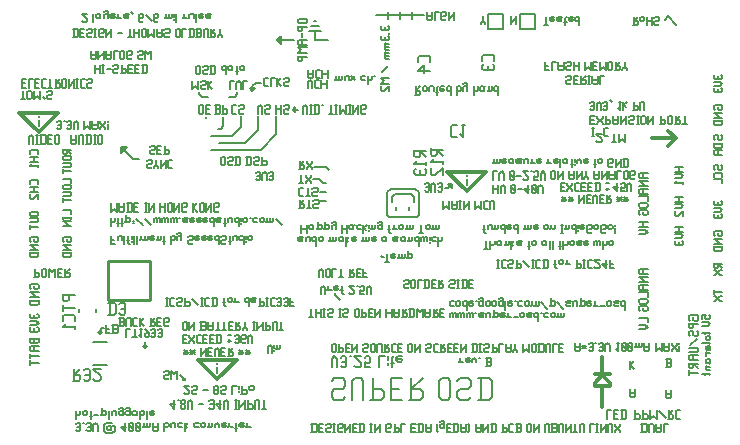
<source format=gbr>
G04 start of page 8 for group -4078 idx -4078 *
G04 Title: (unknown), bottomsilk *
G04 Creator: pcb 20091103 *
G04 CreationDate: Sat 26 Feb 2011 00:53:29 GMT UTC *
G04 For: thomas *
G04 Format: Gerber/RS-274X *
G04 PCB-Dimensions: 240157 142913 *
G04 PCB-Coordinate-Origin: lower left *
%MOIN*%
%FSLAX25Y25*%
%LNBACKSILK*%
%ADD12C,0.0120*%
%ADD13C,0.0080*%
%ADD58C,0.0060*%
%ADD59C,0.0100*%
%ADD60C,0.0130*%
%ADD61C,0.0074*%
G54D60*X192500Y17413D02*Y18413D01*
X197500D02*X195000Y20913D01*
X192500Y18413D02*X195000Y20913D01*
X192500Y21413D02*X197500D01*
Y17413D02*Y18413D01*
X195000Y10413D02*Y17413D01*
X192500D02*X197500D01*
X195000Y21913D02*Y26913D01*
G54D13*X66641Y25132D02*Y24632D01*
Y23632D02*Y21632D01*
G54D12*X60141Y26132D02*X73141D01*
G54D13*X55906Y19291D02*X55118D01*
X54331Y20865D02*X55512Y19685D01*
X55119Y19291D02*X55906Y20078D01*
X55907Y19290D02*Y20077D01*
G54D12*X66641Y19632D02*X60141Y26132D01*
X73141D02*X66641Y19632D01*
G54D13*X142520Y83464D02*X143701D01*
X144882Y84645D01*
X143701D01*
X144882Y83464D01*
Y84645D01*
X124016Y73621D02*X123228Y74409D01*
Y81888D01*
X124410Y83070D01*
X124803Y78739D02*Y80314D01*
X105906Y48425D02*Y47637D01*
X107480Y46063D01*
X122047Y60236D02*X121654D01*
X121260Y60630D01*
X124803Y80314D02*X125984Y81495D01*
X131103D01*
X124410Y83070D02*X132677D01*
X133858Y81889D01*
X126378Y75983D02*Y77165D01*
X133071Y73621D02*X124016D01*
X131103Y81495D02*X132284Y80314D01*
Y78739D01*
X133858Y81889D02*Y74408D01*
X133071Y73621D01*
X130709Y77165D02*Y75983D01*
G54D60*X211500Y99913D02*X219500D01*
X217000Y97413D02*X219500Y99913D01*
X217000Y102413D01*
G54D13*X157000Y136413D02*Y141413D01*
X162000Y136413D02*X157000D01*
X167500D02*Y141413D01*
X172500D02*Y136413D01*
X167500D01*
X157000Y141413D02*X162000D01*
X167500D02*X172500D01*
X215748Y139370D02*X216929Y140551D01*
X219685Y137795D01*
X162000Y141413D02*Y136413D01*
X149712Y86231D02*Y84231D01*
G54D12*Y82231D02*X143212Y88731D01*
X156212D01*
X149712Y82231D01*
G54D13*Y87731D02*Y87231D01*
X97244Y135826D02*X101181D01*
X86614Y132676D02*X87795Y133857D01*
X92126Y132676D02*X86614D01*
X87795Y131495D01*
Y133858D02*Y131496D01*
X100394Y137401D02*X98031D01*
X98819Y138976D02*X99607D01*
X92519Y109448D02*X93700D01*
X99213Y132677D02*X103543D01*
X99213D02*Y135826D01*
X123622Y142128D02*Y139765D01*
X127559Y142128D02*Y139765D01*
X131496Y142128D02*Y139765D01*
X119685Y140944D02*X135433D01*
X100500Y86413D02*X102000Y84913D01*
X103000D01*
X101000Y81913D02*X103000D01*
X101000Y78913D02*X103000D01*
X99000Y90413D02*X103000D01*
X90157Y109448D02*X90158D01*
X91732D02*X92519Y108661D01*
X92520Y110236D02*X91732Y109448D01*
X103000Y90413D02*X104000Y89413D01*
X98500Y86413D02*X100500D01*
X92520Y108661D02*Y110236D01*
X40551Y92913D02*X38583D01*
X36614Y96850D02*X34646Y94882D01*
X35000Y95913D02*X35500Y96413D01*
X34646Y96850D02*Y94882D01*
Y96850D02*X36614D01*
X38583Y92913D02*X34646Y96850D01*
X26772Y35433D02*X28346D01*
Y35432D01*
X28740Y36614D02*X28347D01*
X27559Y35826D01*
X28346Y35432D02*X27559Y34645D01*
Y35826D02*Y34645D01*
Y34646D01*
X26772Y35433D01*
X43307Y30708D02*X42520Y29921D01*
Y29922D01*
X41733Y30709D01*
X43307D01*
X42520Y29921D02*Y31890D01*
X81102Y96063D02*X86220Y101181D01*
X75984Y98425D02*X80315Y102756D01*
Y107480D01*
X86220Y101181D02*Y107480D01*
X81102Y96063D02*X64567D01*
X75984Y98425D02*X67323D01*
X71653Y100787D02*X74409Y103543D01*
X7192Y107415D02*Y106915D01*
G54D12*X692Y108415D02*X13692D01*
G54D13*X7192Y105915D02*Y103915D01*
G54D12*Y101915D02*X692Y108415D01*
X13692D02*X7192Y101915D01*
G54D13*X74409Y103543D02*Y107480D01*
X71653Y100787D02*X64567D01*
X66929Y103149D02*X67716D01*
X68504Y103937D01*
Y107086D01*
X62992Y106693D02*Y107086D01*
X72441Y113779D02*X70473D01*
X72441D02*Y113780D01*
X73228Y114567D01*
Y115354D01*
X63386Y113779D02*X61418D01*
X60630Y114567D01*
Y115354D01*
X79133Y116535D02*X78346Y115748D01*
X79134Y116535D02*X79133D01*
X81102Y118504D02*X79528D01*
X78346Y117322D01*
Y115748D01*
X77559Y116535D01*
X79134D01*
G54D58*X164500Y138093D02*Y140813D01*
Y138093D02*Y138433D01*
X166200Y140133D01*
Y138093D02*Y140813D01*
X205118Y137687D02*X206478D01*
X206818Y138027D01*
Y138707D01*
X206478Y139047D02*X206818Y138707D01*
X205458Y139047D02*X206478D01*
X205458Y137687D02*Y140407D01*
Y139047D02*X206818Y140407D01*
X207634Y139387D02*Y140067D01*
Y139387D02*X207974Y139047D01*
X208654D01*
X208994Y139387D01*
Y140067D01*
X208654Y140407D02*X208994Y140067D01*
X207974Y140407D02*X208654D01*
X207634Y140067D02*X207974Y140407D01*
X209811Y137687D02*Y140407D01*
X211511Y137687D02*Y140407D01*
X209811Y139047D02*X211511D01*
X213688Y137687D02*X214028Y138027D01*
X212668Y137687D02*X213688D01*
X212328Y138027D02*X212668Y137687D01*
X212328Y138027D02*Y138707D01*
X212668Y139047D01*
X213688D01*
X214028Y139387D01*
Y140067D01*
X213688Y140407D02*X214028Y140067D01*
X212668Y140407D02*X213688D01*
X212328Y140067D02*X212668Y140407D01*
X175500Y137593D02*X176860D01*
X176180D02*Y140313D01*
X178016D02*X179036D01*
X177676Y139973D02*X178016Y140313D01*
X177676Y139293D02*Y139973D01*
Y139293D02*X178016Y138953D01*
X178696D01*
X179036Y139293D01*
X177676Y139633D02*X179036D01*
Y139293D02*Y139633D01*
X180193Y140313D02*X181213D01*
X181553Y139973D01*
X181213Y139633D02*X181553Y139973D01*
X180193Y139633D02*X181213D01*
X179853Y139293D02*X180193Y139633D01*
X179853Y139293D02*X180193Y138953D01*
X181213D01*
X181553Y139293D01*
X179853Y139973D02*X180193Y140313D01*
X182710Y137593D02*Y139973D01*
X183050Y140313D01*
X182370Y138613D02*X183050D01*
X184070Y140313D02*X185090D01*
X183730Y139973D02*X184070Y140313D01*
X183730Y139293D02*Y139973D01*
Y139293D02*X184070Y138953D01*
X184750D01*
X185090Y139293D01*
X183730Y139633D02*X185090D01*
Y139293D02*Y139633D01*
X187267Y137593D02*Y140313D01*
X186927D02*X187267Y139973D01*
X186247Y140313D02*X186927D01*
X185907Y139973D02*X186247Y140313D01*
X185907Y139293D02*Y139973D01*
Y139293D02*X186247Y138953D01*
X186927D01*
X187267Y139293D01*
X232180Y99553D02*X232520Y99213D01*
X232180Y99553D02*Y100573D01*
X232520Y100913D02*X232180Y100573D01*
X232520Y100913D02*X233200D01*
X233540Y100573D01*
Y99553D02*Y100573D01*
Y99553D02*X233880Y99213D01*
X234560D01*
X234900Y99553D02*X234560Y99213D01*
X234900Y99553D02*Y100573D01*
X234560Y100913D02*X234900Y100573D01*
X232180Y98057D02*X234900D01*
X232180Y97037D02*X232520Y96697D01*
X234560D01*
X234900Y97037D02*X234560Y96697D01*
X234900Y97037D02*Y98397D01*
X232180Y97037D02*Y98397D01*
X232520Y95880D02*X234900D01*
X232520D02*X232180Y95540D01*
Y94520D02*Y95540D01*
Y94520D02*X232520Y94180D01*
X234900D01*
X233540D02*Y95880D01*
X193000Y98978D02*X193355Y98623D01*
X194420D01*
X194775Y98978D01*
Y99688D01*
X193000Y101463D02*X194775Y99688D01*
X193000Y101463D02*X194775D01*
X198183Y98623D02*X199603D01*
X198893D02*Y101463D01*
X200456Y98623D02*Y101463D01*
Y98623D02*X201521Y99688D01*
X202586Y98623D01*
Y101463D01*
X191500Y100623D02*X192210D01*
X191855D02*Y103463D01*
X191500D02*X192210D01*
X195973D02*X197038D01*
X195618Y103108D02*X195973Y103463D01*
X195618Y100978D02*Y103108D01*
Y100978D02*X195973Y100623D01*
X197038D01*
X191000Y106043D02*X192065D01*
X191000Y107463D02*X192420D01*
X191000Y104623D02*Y107463D01*
Y104623D02*X192420D01*
X193272D02*Y104978D01*
X195047Y106753D01*
Y107463D01*
X193272Y106753D02*Y107463D01*
Y106753D02*X195047Y104978D01*
Y104623D02*Y104978D01*
X196255Y104623D02*Y107463D01*
X195900Y104623D02*X197320D01*
X197675Y104978D01*
Y105688D01*
X197320Y106043D02*X197675Y105688D01*
X196255Y106043D02*X197320D01*
X198528Y104978D02*Y107463D01*
Y104978D02*X198883Y104623D01*
X199948D01*
X200303Y104978D01*
Y107463D01*
X198528Y106043D02*X200303D01*
X201155Y104623D02*Y107463D01*
Y104623D02*Y104978D01*
X202930Y106753D01*
Y104623D02*Y107463D01*
X205203Y104623D02*X205558Y104978D01*
X204138Y104623D02*X205203D01*
X203783Y104978D02*X204138Y104623D01*
X203783Y104978D02*Y105688D01*
X204138Y106043D01*
X205203D01*
X205558Y106398D01*
Y107108D01*
X205203Y107463D02*X205558Y107108D01*
X204138Y107463D02*X205203D01*
X203783Y107108D02*X204138Y107463D01*
X206411Y104623D02*X207121D01*
X206766D02*Y107463D01*
X206411D02*X207121D01*
X207973Y104978D02*Y107108D01*
Y104978D02*X208328Y104623D01*
X209038D01*
X209393Y104978D01*
Y107108D01*
X209038Y107463D02*X209393Y107108D01*
X208328Y107463D02*X209038D01*
X207973Y107108D02*X208328Y107463D01*
X210246Y104623D02*Y107463D01*
Y104623D02*Y104978D01*
X212021Y106753D01*
Y104623D02*Y107463D01*
X214507Y104623D02*Y107463D01*
X214152Y104623D02*X215572D01*
X215927Y104978D01*
Y105688D01*
X215572Y106043D02*X215927Y105688D01*
X214507Y106043D02*X215572D01*
X216780Y104978D02*Y107108D01*
Y104978D02*X217135Y104623D01*
X217845D01*
X218200Y104978D01*
Y107108D01*
X217845Y107463D02*X218200Y107108D01*
X217135Y107463D02*X217845D01*
X216780Y107108D02*X217135Y107463D01*
X219052Y104623D02*X220472D01*
X220827Y104978D01*
Y105688D01*
X220472Y106043D02*X220827Y105688D01*
X219407Y106043D02*X220472D01*
X219407Y104623D02*Y107463D01*
Y106043D02*X220827Y107463D01*
X221680Y104623D02*X223100D01*
X222390D02*Y107463D01*
X190945Y109681D02*X191285Y109341D01*
X191965D01*
X192305Y109681D01*
Y111721D01*
X191965Y112061D02*X192305Y111721D01*
X191285Y112061D02*X191965D01*
X190945Y111721D02*X191285Y112061D01*
Y110701D02*X192305D01*
X193121Y109341D02*Y111381D01*
X193801Y112061D01*
X194481Y111381D01*
Y109341D02*Y111381D01*
X195298Y109681D02*X195638Y109341D01*
X196318D01*
X196658Y109681D01*
Y111721D01*
X196318Y112061D02*X196658Y111721D01*
X195638Y112061D02*X196318D01*
X195298Y111721D02*X195638Y112061D01*
Y110701D02*X196658D01*
X197475Y112741D02*X198155Y112061D01*
X200535D02*X201215D01*
X200875Y109341D02*Y112061D01*
X200195Y110021D02*X200875Y109341D01*
X202032D02*Y112061D01*
Y111041D02*X203052Y112061D01*
X202032Y111041D02*X202712Y110361D01*
X205433Y109341D02*Y112061D01*
X205093Y109341D02*X206453D01*
X206793Y109681D01*
Y110361D01*
X206453Y110701D02*X206793Y110361D01*
X205433Y110701D02*X206453D01*
X207609Y109341D02*Y111721D01*
X207949Y112061D01*
X208629D01*
X208969Y111721D01*
Y109341D02*Y111721D01*
X232180Y89553D02*X232520Y89213D01*
X232180Y89553D02*Y90573D01*
X232520Y90913D02*X232180Y90573D01*
X232520Y90913D02*X233200D01*
X233540Y90573D01*
Y89553D02*Y90573D01*
Y89553D02*X233880Y89213D01*
X234560D01*
X234900Y89553D02*X234560Y89213D01*
X234900Y89553D02*Y90573D01*
X234560Y90913D02*X234900Y90573D01*
Y87037D02*Y88057D01*
X234560Y88397D02*X234900Y88057D01*
X232520Y88397D02*X234560D01*
X232520D02*X232180Y88057D01*
Y87037D02*Y88057D01*
Y86220D02*X234900D01*
Y84860D02*Y86220D01*
X232520Y78913D02*X232180Y78573D01*
Y77893D02*Y78573D01*
Y77893D02*X232520Y77553D01*
X234560D01*
X234900Y77893D02*X234560Y77553D01*
X234900Y77893D02*Y78573D01*
X234560Y78913D02*X234900Y78573D01*
X233540Y77553D02*Y78573D01*
X232180Y76737D02*X234220D01*
X234900Y76057D01*
X234220Y75377D01*
X232180D02*X234220D01*
X232520Y74560D02*X232180Y74220D01*
Y73540D02*Y74220D01*
Y73540D02*X232520Y73200D01*
X234560D01*
X234900Y73540D02*X234560Y73200D01*
X234900Y73540D02*Y74220D01*
X234560Y74560D02*X234900Y74220D01*
X233540Y73200D02*Y74220D01*
X232180Y109553D02*X232520Y109213D01*
X232180Y109553D02*Y110573D01*
X232520Y110913D02*X232180Y110573D01*
X232520Y110913D02*X234560D01*
X234900Y110573D01*
Y109553D02*Y110573D01*
Y109553D02*X234560Y109213D01*
X233880D02*X234560D01*
X233540Y109553D02*X233880Y109213D01*
X233540Y109553D02*Y110233D01*
X232180Y108397D02*X234900D01*
X232180D02*X232520D01*
X234220Y106697D01*
X232180D02*X234900D01*
X232180Y105540D02*X234900D01*
X232180Y104520D02*X232520Y104180D01*
X234560D01*
X234900Y104520D02*X234560Y104180D01*
X234900Y104520D02*Y105880D01*
X232180Y104520D02*Y105880D01*
X232520Y120913D02*X232180Y120573D01*
Y119893D02*Y120573D01*
Y119893D02*X232520Y119553D01*
X234560D01*
X234900Y119893D02*X234560Y119553D01*
X234900Y119893D02*Y120573D01*
X234560Y120913D02*X234900Y120573D01*
X233540Y119553D02*Y120573D01*
X232180Y118737D02*X234220D01*
X234900Y118057D01*
X234220Y117377D01*
X232180D02*X234220D01*
X232520Y116560D02*X232180Y116220D01*
Y115540D02*Y116220D01*
Y115540D02*X232520Y115200D01*
X234560D01*
X234900Y115540D02*X234560Y115200D01*
X234900Y115540D02*Y116220D01*
X234560Y116560D02*X234900Y116220D01*
X233540Y115200D02*Y116220D01*
X176000Y122593D02*Y125313D01*
Y122593D02*X177360D01*
X176000Y123953D02*X177020D01*
X178176Y122593D02*Y125313D01*
X179536D01*
X180353Y122933D02*Y125313D01*
Y122933D02*X180693Y122593D01*
X181713D01*
X182053Y122933D01*
Y125313D01*
X180353Y123953D02*X182053D01*
X184230Y122593D02*X184570Y122933D01*
X183210Y122593D02*X184230D01*
X182870Y122933D02*X183210Y122593D01*
X182870Y122933D02*Y123613D01*
X183210Y123953D01*
X184230D01*
X184570Y124293D01*
Y124973D01*
X184230Y125313D02*X184570Y124973D01*
X183210Y125313D02*X184230D01*
X182870Y124973D02*X183210Y125313D01*
X185386Y122593D02*Y125313D01*
X187086Y122593D02*Y125313D01*
X185386Y123953D02*X187086D01*
X189127Y122593D02*Y125313D01*
Y122593D02*X190147Y123613D01*
X191167Y122593D01*
Y125313D01*
X191984Y123953D02*X193004D01*
X191984Y125313D02*X193344D01*
X191984Y122593D02*Y125313D01*
Y122593D02*X193344D01*
X194160D02*Y125313D01*
Y122593D02*X195180Y123613D01*
X196200Y122593D01*
Y125313D01*
X197017Y122933D02*Y124973D01*
Y122933D02*X197357Y122593D01*
X198037D01*
X198377Y122933D01*
Y124973D01*
X198037Y125313D02*X198377Y124973D01*
X197357Y125313D02*X198037D01*
X197017Y124973D02*X197357Y125313D01*
X199194Y122593D02*X200554D01*
X200894Y122933D01*
Y123613D01*
X200554Y123953D02*X200894Y123613D01*
X199534Y123953D02*X200554D01*
X199534Y122593D02*Y125313D01*
Y123953D02*X200894Y125313D01*
X201710Y122593D02*Y122933D01*
X202390Y123613D01*
X203070Y122933D01*
Y122593D02*Y122933D01*
X202390Y123613D02*Y125313D01*
X184360Y118093D02*X184700Y118433D01*
X183340Y118093D02*X184360D01*
X183000Y118433D02*X183340Y118093D01*
X183000Y118433D02*Y119113D01*
X183340Y119453D01*
X184360D01*
X184700Y119793D01*
Y120473D01*
X184360Y120813D02*X184700Y120473D01*
X183340Y120813D02*X184360D01*
X183000Y120473D02*X183340Y120813D01*
X185516Y119453D02*X186536D01*
X185516Y120813D02*X186876D01*
X185516Y118093D02*Y120813D01*
Y118093D02*X186876D01*
X187693D02*X189053D01*
X189393Y118433D01*
Y119113D01*
X189053Y119453D02*X189393Y119113D01*
X188033Y119453D02*X189053D01*
X188033Y118093D02*Y120813D01*
Y119453D02*X189393Y120813D01*
X190210Y118093D02*X190890D01*
X190550D02*Y120813D01*
X190210D02*X190890D01*
X191706Y118433D02*Y120813D01*
Y118433D02*X192046Y118093D01*
X193066D01*
X193406Y118433D01*
Y120813D01*
X191706Y119453D02*X193406D01*
X194223Y118093D02*Y120813D01*
X195583D01*
X219180Y90413D02*X221900D01*
X219180Y88713D02*X221900D01*
X220540D02*Y90413D01*
X219180Y87897D02*X221220D01*
X221900Y87217D01*
X221220Y86537D01*
X219180D02*X221220D01*
X221900Y84700D02*Y85380D01*
X219180Y85040D02*X221900D01*
X219860Y85720D02*X219180Y85040D01*
Y80413D02*X221900D01*
X219180Y78713D02*X221900D01*
X220540D02*Y80413D01*
X219180Y77897D02*X221220D01*
X221900Y77217D01*
X221220Y76537D01*
X219180D02*X221220D01*
X219520Y75720D02*X219180Y75380D01*
Y74360D02*Y75380D01*
Y74360D02*X219520Y74020D01*
X220200D01*
X221900Y75720D02*X220200Y74020D01*
X221900D02*Y75720D01*
X207565Y88413D02*X210050D01*
X207565D02*X207210Y88058D01*
Y86993D02*Y88058D01*
Y86993D02*X207565Y86638D01*
X210050D01*
X208630D02*Y88413D01*
X207210Y85786D02*X210050D01*
X207210D02*X207565D01*
X209340Y84011D01*
X207210D02*X210050D01*
X207565Y83158D02*X210050D01*
X207565D02*X207210Y82803D01*
Y81738D02*Y82803D01*
Y81738D02*X207565Y81383D01*
X210050D01*
X208630D02*Y83158D01*
X207210Y80530D02*X210050D01*
Y79110D02*Y80530D01*
X207565Y78258D02*X209695D01*
X207565D02*X207210Y77903D01*
Y77193D02*Y77903D01*
Y77193D02*X207565Y76838D01*
X209695D01*
X210050Y77193D02*X209695Y76838D01*
X210050Y77193D02*Y77903D01*
X209695Y78258D02*X210050Y77903D01*
X207210Y74565D02*X207565Y74210D01*
X207210Y74565D02*Y75630D01*
X207565Y75985D02*X207210Y75630D01*
X207565Y75985D02*X209695D01*
X210050Y75630D01*
Y74565D02*Y75630D01*
Y74565D02*X209695Y74210D01*
X208985D02*X209695D01*
X208630Y74565D02*X208985Y74210D01*
X208630Y74565D02*Y75275D01*
X207210Y72079D02*X210050D01*
X207210Y70304D02*X210050D01*
X208630D02*Y72079D01*
X207210Y69452D02*X209340D01*
X210050Y68742D01*
X209340Y68032D01*
X207210D02*X209340D01*
X181666Y79024D02*X183026Y80384D01*
X181666D02*X183026Y79024D01*
X181666Y79704D02*X183026D01*
X182346Y79024D02*Y80384D01*
X183842Y79024D02*X185202Y80384D01*
X183842D02*X185202Y79024D01*
X183842Y79704D02*X185202D01*
X184522Y79024D02*Y80384D01*
X187243Y78344D02*Y81064D01*
Y78344D02*Y78684D01*
X188943Y80384D01*
Y78344D02*Y81064D01*
X189760Y79704D02*X190780D01*
X189760Y81064D02*X191120D01*
X189760Y78344D02*Y81064D01*
Y78344D02*X191120D01*
X191936D02*Y80384D01*
X192616Y81064D01*
X193296Y80384D01*
Y78344D02*Y80384D01*
X194113Y79704D02*X195133D01*
X194113Y81064D02*X195473D01*
X194113Y78344D02*Y81064D01*
Y78344D02*X195473D01*
X196290D02*X197650D01*
X197990Y78684D01*
Y79364D01*
X197650Y79704D02*X197990Y79364D01*
X196630Y79704D02*X197650D01*
X196630Y78344D02*Y81064D01*
Y79704D02*X197990Y81064D01*
X200030Y79024D02*X201390Y80384D01*
X200030D02*X201390Y79024D01*
X200030Y79704D02*X201390D01*
X200710Y79024D02*Y80384D01*
X202207Y79024D02*X203567Y80384D01*
X202207D02*X203567Y79024D01*
X202207Y79704D02*X203567D01*
X202887Y79024D02*Y80384D01*
X98372Y1861D02*Y4581D01*
X99392Y1861D02*X99732Y2201D01*
Y4241D01*
X99392Y4581D02*X99732Y4241D01*
X98032Y4581D02*X99392D01*
X98032Y1861D02*X99392D01*
X100548Y3221D02*X101568D01*
X100548Y4581D02*X101908D01*
X100548Y1861D02*Y4581D01*
Y1861D02*X101908D01*
X104085D02*X104425Y2201D01*
X103065Y1861D02*X104085D01*
X102725Y2201D02*X103065Y1861D01*
X102725Y2201D02*Y2881D01*
X103065Y3221D01*
X104085D01*
X104425Y3561D01*
Y4241D01*
X104085Y4581D02*X104425Y4241D01*
X103065Y4581D02*X104085D01*
X102725Y4241D02*X103065Y4581D01*
X105242Y1861D02*X105922D01*
X105582D02*Y4581D01*
X105242D02*X105922D01*
X108098Y1861D02*X108438Y2201D01*
X107078Y1861D02*X108098D01*
X106738Y2201D02*X107078Y1861D01*
X106738Y2201D02*Y4241D01*
X107078Y4581D01*
X108098D01*
X108438Y4241D01*
Y3561D02*Y4241D01*
X108098Y3221D02*X108438Y3561D01*
X107418Y3221D02*X108098D01*
X109255Y1861D02*Y4581D01*
Y1861D02*Y2201D01*
X110955Y3901D01*
Y1861D02*Y4581D01*
X111772Y3221D02*X112792D01*
X111772Y4581D02*X113132D01*
X111772Y1861D02*Y4581D01*
Y1861D02*X113132D01*
X114288D02*Y4581D01*
X115308Y1861D02*X115648Y2201D01*
Y4241D01*
X115308Y4581D02*X115648Y4241D01*
X113948Y4581D02*X115308D01*
X113948Y1861D02*X115308D01*
X117689D02*X118369D01*
X118029D02*Y4581D01*
X117689D02*X118369D01*
X119186Y1861D02*Y4581D01*
Y1861D02*Y2201D01*
X120886Y3901D01*
Y1861D02*Y4581D01*
X124286Y1861D02*X124626Y2201D01*
X123266Y1861D02*X124286D01*
X122926Y2201D02*X123266Y1861D01*
X122926Y2201D02*Y4241D01*
X123266Y4581D01*
X124286D01*
X124626Y4241D01*
Y3561D02*Y4241D01*
X124286Y3221D02*X124626Y3561D01*
X123606Y3221D02*X124286D01*
X125783Y1861D02*Y4581D01*
X125443Y1861D02*X126803D01*
X127143Y2201D01*
Y2881D01*
X126803Y3221D02*X127143Y2881D01*
X125783Y3221D02*X126803D01*
X127960Y1861D02*Y4581D01*
X129320D01*
X131360Y3221D02*X132380D01*
X131360Y4581D02*X132720D01*
X131360Y1861D02*Y4581D01*
Y1861D02*X132720D01*
X133877D02*Y4581D01*
X134897Y1861D02*X135237Y2201D01*
Y4241D01*
X134897Y4581D02*X135237Y4241D01*
X133537Y4581D02*X134897D01*
X133537Y1861D02*X134897D01*
X136054Y2201D02*Y4581D01*
Y2201D02*X136394Y1861D01*
X137414D01*
X137754Y2201D01*
Y4581D01*
X136054Y3221D02*X137754D01*
X139794Y4241D02*X140134Y4581D01*
X139794Y2201D02*X140134Y1861D01*
X139794Y2201D02*Y4241D01*
X141971Y3221D02*X142311Y3561D01*
X141291Y3221D02*X141971D01*
X140951Y3561D02*X141291Y3221D01*
X140951Y3561D02*Y4241D01*
X141291Y4581D01*
X141971D01*
X142311Y4241D01*
X140951Y5261D02*X141291Y5601D01*
X141971D01*
X142311Y5261D01*
Y3221D02*Y5261D01*
X143128Y3221D02*X144148D01*
X143128Y4581D02*X144488D01*
X143128Y1861D02*Y4581D01*
Y1861D02*X144488D01*
X145644D02*Y4581D01*
X146664Y1861D02*X147004Y2201D01*
Y4241D01*
X146664Y4581D02*X147004Y4241D01*
X145304Y4581D02*X146664D01*
X145304Y1861D02*X146664D01*
X147821Y2201D02*Y4581D01*
Y2201D02*X148161Y1861D01*
X149181D01*
X149521Y2201D01*
Y4581D01*
X147821Y3221D02*X149521D01*
X150338Y1861D02*X150678Y2201D01*
Y4241D01*
X150338Y4581D02*X150678Y4241D01*
X152718Y2201D02*Y4581D01*
Y2201D02*X153058Y1861D01*
X154078D01*
X154418Y2201D01*
Y4581D01*
X152718Y3221D02*X154418D01*
X155235Y1861D02*Y4581D01*
Y1861D02*Y2201D01*
X156935Y3901D01*
Y1861D02*Y4581D01*
X158092Y1861D02*Y4581D01*
X159112Y1861D02*X159452Y2201D01*
Y4241D01*
X159112Y4581D02*X159452Y4241D01*
X157752Y4581D02*X159112D01*
X157752Y1861D02*X159112D01*
X161833D02*Y4581D01*
X161493Y1861D02*X162853D01*
X163193Y2201D01*
Y2881D01*
X162853Y3221D02*X163193Y2881D01*
X161833Y3221D02*X162853D01*
X164349Y4581D02*X165369D01*
X164009Y4241D02*X164349Y4581D01*
X164009Y2201D02*Y4241D01*
Y2201D02*X164349Y1861D01*
X165369D01*
X166186Y4581D02*X167546D01*
X167886Y4241D01*
Y3561D02*Y4241D01*
X167546Y3221D02*X167886Y3561D01*
X166526Y3221D02*X167546D01*
X166526Y1861D02*Y4581D01*
X166186Y1861D02*X167546D01*
X167886Y2201D01*
Y2881D01*
X167546Y3221D02*X167886Y2881D01*
X169927Y2201D02*Y4241D01*
Y2201D02*X170267Y1861D01*
X170947D01*
X171287Y2201D01*
Y4241D01*
X170947Y4581D02*X171287Y4241D01*
X170267Y4581D02*X170947D01*
X169927Y4241D02*X170267Y4581D01*
X172103Y1861D02*Y4581D01*
Y1861D02*Y2201D01*
X173803Y3901D01*
Y1861D02*Y4581D01*
X175844Y1861D02*Y4241D01*
X176184Y4581D01*
X176864D01*
X177204Y4241D01*
Y1861D02*Y4241D01*
X178021Y4581D02*X179381D01*
X179721Y4241D01*
Y3561D02*Y4241D01*
X179381Y3221D02*X179721Y3561D01*
X178361Y3221D02*X179381D01*
X178361Y1861D02*Y4581D01*
X178021Y1861D02*X179381D01*
X179721Y2201D01*
Y2881D01*
X179381Y3221D02*X179721Y2881D01*
X180537Y1861D02*Y4241D01*
X180877Y4581D01*
X181557D01*
X181897Y4241D01*
Y1861D02*Y4241D01*
X182714Y1861D02*Y4581D01*
Y1861D02*Y2201D01*
X184414Y3901D01*
Y1861D02*Y4581D01*
X185231Y1861D02*X186591D01*
X185911D02*Y4581D01*
X187407Y1861D02*Y4241D01*
X187747Y4581D01*
X188427D01*
X188767Y4241D01*
Y1861D02*Y4241D01*
X190808Y1861D02*Y4581D01*
X192168D01*
X192985Y1861D02*X193665D01*
X193325D02*Y4581D01*
X192985D02*X193665D01*
X194481Y1861D02*Y4581D01*
Y1861D02*Y2201D01*
X196181Y3901D01*
Y1861D02*Y4581D01*
X196998Y1861D02*Y4241D01*
X197338Y4581D01*
X198018D01*
X198358Y4241D01*
Y1861D02*Y4241D01*
X199175Y1861D02*Y2201D01*
X200875Y3901D01*
Y4581D01*
X199175Y3901D02*Y4581D01*
Y3901D02*X200875Y2201D01*
Y1861D02*Y2201D01*
X19559Y2578D02*X19914Y2223D01*
X20624D01*
X20979Y2578D01*
Y4708D01*
X20624Y5063D02*X20979Y4708D01*
X19914Y5063D02*X20624D01*
X19559Y4708D02*X19914Y5063D01*
Y3643D02*X20979D01*
X21831Y5063D02*X22186D01*
X23039Y2578D02*X23394Y2223D01*
X24104D01*
X24459Y2578D01*
Y4708D01*
X24104Y5063D02*X24459Y4708D01*
X23394Y5063D02*X24104D01*
X23039Y4708D02*X23394Y5063D01*
Y3643D02*X24459D01*
X25312Y2223D02*Y4353D01*
X26022Y5063D01*
X26732Y4353D01*
Y2223D02*Y4353D01*
X28862Y2223D02*Y4353D01*
X29572Y5063D01*
X31702D01*
X32412Y2223D02*Y3998D01*
Y2223D02*X31702Y1513D01*
X29572D02*X31702D01*
X29572D02*X28862Y2223D01*
X29927Y2933D02*Y3643D01*
X30282Y3998D01*
X30992D01*
X31347Y3643D01*
X31702Y3998D01*
X31347Y2578D02*Y3643D01*
Y2933D02*X30992Y2578D01*
X30282D02*X30992D01*
X30282D02*X29927Y2933D01*
X31702Y3998D02*X32412D01*
X34543Y3643D02*X35963Y2223D01*
X34543Y3643D02*X36318D01*
X35963Y2223D02*Y5063D01*
X37171Y4708D02*X37526Y5063D01*
X37171Y2578D02*Y4708D01*
Y2578D02*X37526Y2223D01*
X38236D01*
X38591Y2578D01*
Y4708D01*
X38236Y5063D02*X38591Y4708D01*
X37526Y5063D02*X38236D01*
X37171Y4353D02*X38591Y2933D01*
X39443Y4708D02*X39798Y5063D01*
X39443Y2578D02*Y4708D01*
Y2578D02*X39798Y2223D01*
X40508D01*
X40863Y2578D01*
Y4708D01*
X40508Y5063D02*X40863Y4708D01*
X39798Y5063D02*X40508D01*
X39443Y4353D02*X40863Y2933D01*
X42071Y3998D02*Y5063D01*
Y3998D02*X42426Y3643D01*
X42781D01*
X43136Y3998D01*
Y5063D01*
Y3998D02*X43491Y3643D01*
X43846D01*
X44201Y3998D01*
Y5063D01*
X41716Y3643D02*X42071Y3998D01*
X45054Y2578D02*Y5063D01*
Y2578D02*X45409Y2223D01*
X46474D01*
X46829Y2578D01*
Y5063D01*
X45054Y3643D02*X46829D01*
X48960Y2223D02*Y5063D01*
Y4708D02*X49315Y5063D01*
X50025D01*
X50380Y4708D01*
Y3998D02*Y4708D01*
X50025Y3643D02*X50380Y3998D01*
X49315Y3643D02*X50025D01*
X48960Y3998D02*X49315Y3643D01*
X51232D02*Y4708D01*
X51587Y5063D01*
X52297D01*
X52652Y4708D01*
Y3643D02*Y4708D01*
X53860Y3643D02*X54925D01*
X53505Y3998D02*X53860Y3643D01*
X53505Y3998D02*Y4708D01*
X53860Y5063D01*
X54925D01*
X55778Y2223D02*Y5063D01*
Y3998D02*X56843Y5063D01*
X55778Y3998D02*X56488Y3288D01*
X59328Y3643D02*X60393D01*
X58973Y3998D02*X59328Y3643D01*
X58973Y3998D02*Y4708D01*
X59328Y5063D01*
X60393D01*
X61246Y3998D02*Y4708D01*
Y3998D02*X61601Y3643D01*
X62311D01*
X62666Y3998D01*
Y4708D01*
X62311Y5063D02*X62666Y4708D01*
X61601Y5063D02*X62311D01*
X61246Y4708D02*X61601Y5063D01*
X63874Y3998D02*Y5063D01*
Y3998D02*X64229Y3643D01*
X64584D01*
X64939Y3998D01*
Y5063D01*
X63519Y3643D02*X63874Y3998D01*
X65792Y3643D02*Y4353D01*
X66502Y5063D01*
X67212Y4353D01*
Y3643D02*Y4353D01*
X68419Y5063D02*X69484D01*
X68064Y4708D02*X68419Y5063D01*
X68064Y3998D02*Y4708D01*
Y3998D02*X68419Y3643D01*
X69129D01*
X69484Y3998D01*
X68064Y4353D02*X69484D01*
Y3998D02*Y4353D01*
X70692Y3998D02*Y5063D01*
Y3998D02*X71047Y3643D01*
X71757D01*
X70337D02*X70692Y3998D01*
X72965Y2223D02*Y4708D01*
X73320Y5063D01*
X72610Y3288D02*X73320D01*
X74385Y5063D02*X75450D01*
X74030Y4708D02*X74385Y5063D01*
X74030Y3998D02*Y4708D01*
Y3998D02*X74385Y3643D01*
X75095D01*
X75450Y3998D01*
X74030Y4353D02*X75450D01*
Y3998D02*Y4353D01*
X76658Y3998D02*Y5063D01*
Y3998D02*X77013Y3643D01*
X77723D01*
X76303D02*X76658Y3998D01*
X19559Y6223D02*Y9063D01*
Y7998D02*X19914Y7643D01*
X20624D01*
X20979Y7998D01*
Y9063D01*
X21831Y7998D02*Y8708D01*
Y7998D02*X22186Y7643D01*
X22896D01*
X23251Y7998D01*
Y8708D01*
X22896Y9063D02*X23251Y8708D01*
X22186Y9063D02*X22896D01*
X21831Y8708D02*X22186Y9063D01*
X24459Y6223D02*Y8708D01*
X24814Y9063D01*
X24104Y7288D02*X24814D01*
X25525Y7643D02*X26945D01*
X28152Y7998D02*Y10128D01*
X27797Y7643D02*X28152Y7998D01*
X28507Y7643D01*
X29217D01*
X29572Y7998D01*
Y8708D01*
X29217Y9063D02*X29572Y8708D01*
X28507Y9063D02*X29217D01*
X28152Y8708D02*X28507Y9063D01*
X30425Y6223D02*Y8708D01*
X30780Y9063D01*
X31491Y7643D02*Y8708D01*
X31846Y9063D01*
X32556D01*
X32911Y8708D01*
Y7643D02*Y8708D01*
X34828Y7643D02*X35183Y7998D01*
X34118Y7643D02*X34828D01*
X33763Y7998D02*X34118Y7643D01*
X33763Y7998D02*Y8708D01*
X34118Y9063D01*
X34828D01*
X35183Y8708D01*
X33763Y9773D02*X34118Y10128D01*
X34828D01*
X35183Y9773D01*
Y7643D02*Y9773D01*
X37101Y7643D02*X37456Y7998D01*
X36391Y7643D02*X37101D01*
X36036Y7998D02*X36391Y7643D01*
X36036Y7998D02*Y8708D01*
X36391Y9063D01*
X37101D01*
X37456Y8708D01*
X36036Y9773D02*X36391Y10128D01*
X37101D01*
X37456Y9773D01*
Y7643D02*Y9773D01*
X39374Y7643D02*X39729Y7998D01*
X38664Y7643D02*X39374D01*
X38309Y7998D02*X38664Y7643D01*
X38309Y7998D02*Y8708D01*
X38664Y9063D01*
X39729Y7643D02*Y8708D01*
X40084Y9063D01*
X38664D02*X39374D01*
X39729Y8708D01*
X40937Y6223D02*Y9063D01*
Y8708D02*X41292Y9063D01*
X42002D01*
X42357Y8708D01*
Y7998D02*Y8708D01*
X42002Y7643D02*X42357Y7998D01*
X41292Y7643D02*X42002D01*
X40937Y7998D02*X41292Y7643D01*
X43209Y6223D02*Y8708D01*
X43564Y9063D01*
X44630D02*X45695D01*
X44275Y8708D02*X44630Y9063D01*
X44275Y7998D02*Y8708D01*
Y7998D02*X44630Y7643D01*
X45340D01*
X45695Y7998D01*
X44275Y8353D02*X45695D01*
Y7998D02*Y8353D01*
X196501Y6441D02*Y9281D01*
X197921D01*
X198773Y7861D02*X199838D01*
X198773Y9281D02*X200193D01*
X198773Y6441D02*Y9281D01*
Y6441D02*X200193D01*
X201401D02*Y9281D01*
X202466Y6441D02*X202821Y6796D01*
Y8926D01*
X202466Y9281D02*X202821Y8926D01*
X201046Y9281D02*X202466D01*
X201046Y6441D02*X202466D01*
X104724Y23530D02*Y26350D01*
X105664Y27290D01*
X106604Y26350D01*
Y23530D02*Y26350D01*
X107732Y24000D02*X108202Y23530D01*
X109142D01*
X109612Y24000D01*
Y26820D01*
X109142Y27290D02*X109612Y26820D01*
X108202Y27290D02*X109142D01*
X107732Y26820D02*X108202Y27290D01*
Y25410D02*X109612D01*
X110741Y27290D02*X111211D01*
X112340Y24000D02*X112810Y23530D01*
X114220D01*
X114690Y24000D01*
Y24940D01*
X112340Y27290D02*X114690Y24940D01*
X112340Y27290D02*X114690D01*
X115819Y23530D02*X117699D01*
X115819D02*Y25410D01*
X116289Y24940D01*
X117229D01*
X117699Y25410D01*
Y26820D01*
X117229Y27290D02*X117699Y26820D01*
X116289Y27290D02*X117229D01*
X115819Y26820D02*X116289Y27290D01*
X120520Y23530D02*Y27290D01*
X122400D01*
X123529Y24470D02*Y24940D01*
Y25880D02*Y27290D01*
X124940Y23530D02*Y26820D01*
X125410Y27290D01*
X124470Y24940D02*X125410D01*
X126821Y27290D02*X128231D01*
X126351Y26820D02*X126821Y27290D01*
X126351Y25880D02*Y26820D01*
Y25880D02*X126821Y25410D01*
X127761D01*
X128231Y25880D01*
X126351Y26350D02*X128231D01*
Y25880D02*Y26350D01*
X147583Y25609D02*Y26629D01*
Y25609D02*X147923Y25269D01*
X148603D01*
X147243D02*X147583Y25609D01*
X149759Y26629D02*X150779D01*
X149419Y26289D02*X149759Y26629D01*
X149419Y25609D02*Y26289D01*
Y25609D02*X149759Y25269D01*
X150439D01*
X150779Y25609D01*
X149419Y25949D02*X150779D01*
Y25609D02*Y25949D01*
X151596Y25269D02*Y25949D01*
X152276Y26629D01*
X152956Y25949D01*
Y25269D02*Y25949D01*
X153773Y26629D02*X154113D01*
X156153D02*X157513D01*
X157853Y26289D01*
Y25609D02*Y26289D01*
X157513Y25269D02*X157853Y25609D01*
X156493Y25269D02*X157513D01*
X156493Y23909D02*Y26629D01*
X156153Y23909D02*X157513D01*
X157853Y24249D01*
Y24929D01*
X157513Y25269D02*X157853Y24929D01*
G54D61*X108444Y12639D02*X109374Y13569D01*
X105654Y12639D02*X108444D01*
X104724Y13569D02*X105654Y12639D01*
X104724Y13569D02*Y15429D01*
X105654Y16359D01*
X108444D01*
X109374Y17289D01*
Y19149D01*
X108444Y20079D02*X109374Y19149D01*
X105654Y20079D02*X108444D01*
X104724Y19149D02*X105654Y20079D01*
X111607Y12639D02*Y19149D01*
X112537Y20079D01*
X114397D01*
X115327Y19149D01*
Y12639D02*Y19149D01*
X118491Y12639D02*Y20079D01*
X117561Y12639D02*X121281D01*
X122211Y13569D01*
Y15429D01*
X121281Y16359D02*X122211Y15429D01*
X118491Y16359D02*X121281D01*
X124445D02*X127235D01*
X124445Y20079D02*X128165D01*
X124445Y12639D02*Y20079D01*
Y12639D02*X128165D01*
X130399D02*X134119D01*
X135049Y13569D01*
Y15429D01*
X134119Y16359D02*X135049Y15429D01*
X131329Y16359D02*X134119D01*
X131329Y12639D02*Y20079D01*
Y16359D02*X135049Y20079D01*
X140631Y13569D02*Y19149D01*
Y13569D02*X141561Y12639D01*
X143421D01*
X144351Y13569D01*
Y19149D01*
X143421Y20079D02*X144351Y19149D01*
X141561Y20079D02*X143421D01*
X140631Y19149D02*X141561Y20079D01*
X150305Y12639D02*X151235Y13569D01*
X147515Y12639D02*X150305D01*
X146585Y13569D02*X147515Y12639D01*
X146585Y13569D02*Y15429D01*
X147515Y16359D01*
X150305D01*
X151235Y17289D01*
Y19149D01*
X150305Y20079D02*X151235Y19149D01*
X147515Y20079D02*X150305D01*
X146585Y19149D02*X147515Y20079D01*
X154399Y12639D02*Y20079D01*
X157189Y12639D02*X158119Y13569D01*
Y19149D01*
X157189Y20079D02*X158119Y19149D01*
X153469Y20079D02*X157189D01*
X153469Y12639D02*X157189D01*
G54D58*X70230Y32472D02*X71150D01*
X70690Y32012D02*Y32932D01*
X55119Y33142D02*X56139D01*
X55119Y34502D02*X56479D01*
X55119Y31782D02*Y34502D01*
Y31782D02*X56479D01*
X57295D02*Y32122D01*
X58995Y33822D01*
Y34502D01*
X57295Y33822D02*Y34502D01*
Y33822D02*X58995Y32122D01*
Y31782D02*Y32122D01*
X60152Y34502D02*X61172D01*
X59812Y34162D02*X60152Y34502D01*
X59812Y32122D02*Y34162D01*
Y32122D02*X60152Y31782D01*
X61172D01*
X61989Y33142D02*X63009D01*
X61989Y34502D02*X63349D01*
X61989Y31782D02*Y34502D01*
Y31782D02*X63349D01*
X64165Y33142D02*X65185D01*
X64165Y34502D02*X65525D01*
X64165Y31782D02*Y34502D01*
Y31782D02*X65525D01*
X66682D02*Y34502D01*
X67702Y31782D02*X68042Y32122D01*
Y34162D01*
X67702Y34502D02*X68042Y34162D01*
X66342Y34502D02*X67702D01*
X66342Y31782D02*X67702D01*
X72531Y32122D02*X72871Y31782D01*
X73551D01*
X73891Y32122D01*
Y34162D01*
X73551Y34502D02*X73891Y34162D01*
X72871Y34502D02*X73551D01*
X72531Y34162D02*X72871Y34502D01*
Y33142D02*X73891D01*
X75727Y31782D02*X76067Y32122D01*
X75047Y31782D02*X75727D01*
X74707Y32122D02*X75047Y31782D01*
X74707Y32122D02*Y34162D01*
X75047Y34502D01*
X75727Y33142D02*X76067Y33482D01*
X74707Y33142D02*X75727D01*
X75047Y34502D02*X75727D01*
X76067Y34162D01*
Y33482D02*Y34162D01*
X76884Y31782D02*Y33822D01*
X77564Y34502D01*
X78244Y33822D01*
Y31782D02*Y33822D01*
X36194Y33589D02*Y36309D01*
X37554D01*
X38370Y33589D02*X39730D01*
X39050D02*Y36309D01*
X40887D02*X41567D01*
X41227Y33589D02*Y36309D01*
X40547Y34269D02*X41227Y33589D01*
X42384Y36309D02*X43744Y34949D01*
Y33929D02*Y34949D01*
X43404Y33589D02*X43744Y33929D01*
X42724Y33589D02*X43404D01*
X42384Y33929D02*X42724Y33589D01*
X42384Y33929D02*Y34609D01*
X42724Y34949D01*
X43744D01*
X44560Y33929D02*X44900Y33589D01*
X45580D01*
X45920Y33929D01*
Y35969D01*
X45580Y36309D02*X45920Y35969D01*
X44900Y36309D02*X45580D01*
X44560Y35969D02*X44900Y36309D01*
Y34949D02*X45920D01*
X46737Y33929D02*X47077Y33589D01*
X47757D01*
X48097Y33929D01*
Y35969D01*
X47757Y36309D02*X48097Y35969D01*
X47077Y36309D02*X47757D01*
X46737Y35969D02*X47077Y36309D01*
Y34949D02*X48097D01*
X33858Y40014D02*X35218D01*
X35558Y39674D01*
Y38994D02*Y39674D01*
X35218Y38654D02*X35558Y38994D01*
X34198Y38654D02*X35218D01*
X34198Y37294D02*Y40014D01*
X33858Y37294D02*X35218D01*
X35558Y37634D01*
Y38314D01*
X35218Y38654D02*X35558Y38314D01*
X36374Y37294D02*Y39674D01*
X36714Y40014D01*
X37394D01*
X37734Y39674D01*
Y37294D02*Y39674D01*
X38891Y40014D02*X39911D01*
X38551Y39674D02*X38891Y40014D01*
X38551Y37634D02*Y39674D01*
Y37634D02*X38891Y37294D01*
X39911D01*
X40728D02*Y40014D01*
Y38654D02*X42088Y37294D01*
X40728Y38654D02*X42088Y40014D01*
X44128Y37294D02*X45488D01*
X45828Y37634D01*
Y38314D01*
X45488Y38654D02*X45828Y38314D01*
X44468Y38654D02*X45488D01*
X44468Y37294D02*Y40014D01*
Y38654D02*X45828Y40014D01*
X46645Y38654D02*X47665D01*
X46645Y40014D02*X48005D01*
X46645Y37294D02*Y40014D01*
Y37294D02*X48005D01*
X50182D02*X50522Y37634D01*
X49162Y37294D02*X50182D01*
X48822Y37634D02*X49162Y37294D01*
X48822Y37634D02*Y39674D01*
X49162Y40014D01*
X50182D01*
X50522Y39674D01*
Y38994D02*Y39674D01*
X50182Y38654D02*X50522Y38994D01*
X49502Y38654D02*X50182D01*
X29528Y34931D02*Y37651D01*
Y34931D02*X30888D01*
X29528Y36291D02*X30548D01*
X31704Y37651D02*X33064D01*
X33404Y37311D01*
Y36631D02*Y37311D01*
X33064Y36291D02*X33404Y36631D01*
X32044Y36291D02*X33064D01*
X32044Y34931D02*Y37651D01*
X31704Y34931D02*X33064D01*
X33404Y35271D01*
Y35951D01*
X33064Y36291D02*X33404Y35951D01*
X70230Y34471D02*X71150D01*
X55118Y36452D02*Y38492D01*
Y36452D02*X55458Y36112D01*
X56138D01*
X56478Y36452D01*
Y38492D01*
X56138Y38832D02*X56478Y38492D01*
X55458Y38832D02*X56138D01*
X55118Y38492D02*X55458Y38832D01*
X57294Y36112D02*Y38832D01*
Y36112D02*Y36452D01*
X58994Y38152D01*
Y36112D02*Y38832D01*
X61035D02*X62395D01*
X62735Y38492D01*
Y37812D02*Y38492D01*
X62395Y37472D02*X62735Y37812D01*
X61375Y37472D02*X62395D01*
X61375Y36112D02*Y38832D01*
X61035Y36112D02*X62395D01*
X62735Y36452D01*
Y37132D01*
X62395Y37472D02*X62735Y37132D01*
X63552Y36452D02*Y38832D01*
Y36452D02*X63892Y36112D01*
X64912D01*
X65252Y36452D01*
Y38832D01*
X63552Y37472D02*X65252D01*
X66068Y36112D02*X67428D01*
X66748D02*Y38832D01*
X68245Y36112D02*X69605D01*
X68925D02*Y38832D01*
X70422Y37472D02*X71442D01*
X70422Y38832D02*X71782D01*
X70422Y36112D02*Y38832D01*
Y36112D02*X71782D01*
X72598D02*X73958D01*
X74298Y36452D01*
Y37132D01*
X73958Y37472D02*X74298Y37132D01*
X72938Y37472D02*X73958D01*
X72938Y36112D02*Y38832D01*
Y37472D02*X74298Y38832D01*
X75115Y36112D02*Y36452D01*
X75795Y37132D01*
X76475Y36452D01*
Y36112D02*Y36452D01*
X75795Y37132D02*Y38832D01*
X78516Y36112D02*X79196D01*
X78856D02*Y38832D01*
X78516D02*X79196D01*
X80012Y36112D02*Y38832D01*
Y36112D02*Y36452D01*
X81712Y38152D01*
Y36112D02*Y38832D01*
X82869Y36112D02*Y38832D01*
X82529Y36112D02*X83889D01*
X84229Y36452D01*
Y37132D01*
X83889Y37472D02*X84229Y37132D01*
X82869Y37472D02*X83889D01*
X85046Y36112D02*Y38492D01*
X85386Y38832D01*
X86066D01*
X86406Y38492D01*
Y36112D02*Y38492D01*
X87222Y36112D02*X88582D01*
X87902D02*Y38832D01*
X208355Y1942D02*Y4782D01*
X209420Y1942D02*X209775Y2297D01*
Y4427D01*
X209420Y4782D02*X209775Y4427D01*
X208000Y4782D02*X209420D01*
X208000Y1942D02*X209420D01*
X210627D02*Y4427D01*
X210982Y4782D01*
X211692D01*
X212047Y4427D01*
Y1942D02*Y4427D01*
X212900Y2297D02*Y4782D01*
Y2297D02*X213255Y1942D01*
X214320D01*
X214675Y2297D01*
Y4782D01*
X212900Y3362D02*X214675D01*
X215528Y1942D02*Y4782D01*
X216948D01*
X206037Y6442D02*Y9282D01*
X205682Y6442D02*X207102D01*
X207457Y6797D01*
Y7507D01*
X207102Y7862D02*X207457Y7507D01*
X206037Y7862D02*X207102D01*
X208664Y6442D02*Y9282D01*
X208309Y6442D02*X209729D01*
X210084Y6797D01*
Y7507D01*
X209729Y7862D02*X210084Y7507D01*
X208664Y7862D02*X209729D01*
X210937Y6442D02*Y9282D01*
Y6442D02*X212002Y7507D01*
X213067Y6442D01*
Y9282D01*
X213920Y8927D02*X216050Y6797D01*
X216902Y6442D02*X218322D01*
X218677Y6797D01*
Y7507D01*
X218322Y7862D02*X218677Y7507D01*
X217257Y7862D02*X218322D01*
X217257Y6442D02*Y9282D01*
Y7862D02*X218677Y9282D01*
X219885D02*X220950D01*
X219530Y8927D02*X219885Y9282D01*
X219530Y6797D02*Y8927D01*
Y6797D02*X219885Y6442D01*
X220950D01*
X204330Y23121D02*Y25841D01*
Y24481D02*X205690Y23121D01*
X204330Y24481D02*X205690Y25841D01*
X204331Y14012D02*Y16392D01*
Y14012D02*X204671Y13672D01*
X205691D01*
X206031Y14012D01*
Y16392D01*
X204331Y15032D02*X206031D01*
X185828Y29367D02*Y31747D01*
Y29367D02*X186168Y29027D01*
X187188D01*
X187528Y29367D01*
Y31747D01*
X185828Y30387D02*X187528D01*
X188344Y30047D02*X189704D01*
X188344Y30727D02*X189704D01*
X190521Y29367D02*X190861Y29027D01*
X191541D01*
X191881Y29367D01*
Y31407D01*
X191541Y31747D02*X191881Y31407D01*
X190861Y31747D02*X191541D01*
X190521Y31407D02*X190861Y31747D01*
Y30387D02*X191881D01*
X192698Y31747D02*X193038D01*
X193854Y29367D02*X194194Y29027D01*
X194874D01*
X195214Y29367D01*
Y31407D01*
X194874Y31747D02*X195214Y31407D01*
X194194Y31747D02*X194874D01*
X193854Y31407D02*X194194Y31747D01*
Y30387D02*X195214D01*
X196031Y29027D02*Y31067D01*
X196711Y31747D01*
X197391Y31067D01*
Y29027D02*Y31067D01*
X181166Y83704D02*X182186D01*
X181166Y85064D02*X182526D01*
X181166Y82344D02*Y85064D01*
Y82344D02*X182526D01*
X183342D02*Y82684D01*
X185042Y84384D01*
Y85064D01*
X183342Y84384D02*Y85064D01*
Y84384D02*X185042Y82684D01*
Y82344D02*Y82684D01*
X186199Y85064D02*X187219D01*
X185859Y84724D02*X186199Y85064D01*
X185859Y82684D02*Y84724D01*
Y82684D02*X186199Y82344D01*
X187219D01*
X188036Y83704D02*X189056D01*
X188036Y85064D02*X189396D01*
X188036Y82344D02*Y85064D01*
Y82344D02*X189396D01*
X190212Y83704D02*X191232D01*
X190212Y85064D02*X191572D01*
X190212Y82344D02*Y85064D01*
Y82344D02*X191572D01*
X192729D02*Y85064D01*
X193749Y82344D02*X194089Y82684D01*
Y84724D01*
X193749Y85064D02*X194089Y84724D01*
X192389Y85064D02*X193749D01*
X192389Y82344D02*X193749D01*
X198578Y83704D02*X199938Y82344D01*
X198578Y83704D02*X200278D01*
X199938Y82344D02*Y85064D01*
X201094Y82344D02*X202454D01*
X201094D02*Y83704D01*
X201434Y83364D01*
X202114D01*
X202454Y83704D01*
Y84724D01*
X202114Y85064D02*X202454Y84724D01*
X201434Y85064D02*X202114D01*
X201094Y84724D02*X201434Y85064D01*
X203271Y82344D02*Y84384D01*
X203951Y85064D01*
X204631Y84384D01*
Y82344D02*Y84384D01*
X196166Y85044D02*X197086D01*
X196166Y83044D02*X197086D01*
X196626Y82584D02*Y83504D01*
X177984Y86683D02*Y88723D01*
Y86683D02*X178324Y86343D01*
X179004D01*
X179344Y86683D01*
Y88723D01*
X179004Y89063D02*X179344Y88723D01*
X178324Y89063D02*X179004D01*
X177984Y88723D02*X178324Y89063D01*
X180160Y86343D02*Y89063D01*
Y86343D02*Y86683D01*
X181860Y88383D01*
Y86343D02*Y89063D01*
X183901Y86683D02*Y89063D01*
Y86683D02*X184241Y86343D01*
X185261D01*
X185601Y86683D01*
Y89063D01*
X183901Y87703D02*X185601D01*
X186418Y86343D02*Y89063D01*
Y86343D02*Y86683D01*
X188118Y88383D01*
Y86343D02*Y89063D01*
X188934Y86343D02*Y86683D01*
X189614Y87363D01*
X190294Y86683D01*
Y86343D02*Y86683D01*
X189614Y87363D02*Y89063D01*
X192335Y86683D02*Y89063D01*
Y86683D02*X192675Y86343D01*
X193695D01*
X194035Y86683D01*
Y89063D01*
X192335Y87703D02*X194035D01*
X194852Y86343D02*Y89063D01*
Y86343D02*Y86683D01*
X196552Y88383D01*
Y86343D02*Y89063D01*
X197368Y86683D02*Y89063D01*
Y86683D02*X197708Y86343D01*
X198728D01*
X199068Y86683D01*
Y89063D01*
X197368Y87703D02*X199068D01*
X199885Y86343D02*Y89063D01*
X201245D01*
X202062Y86683D02*Y88723D01*
Y86683D02*X202402Y86343D01*
X203082D01*
X203422Y86683D01*
Y88723D01*
X203082Y89063D02*X203422Y88723D01*
X202402Y89063D02*X203082D01*
X202062Y88723D02*X202402Y89063D01*
X205598Y86343D02*X205938Y86683D01*
X204578Y86343D02*X205598D01*
X204238Y86683D02*X204578Y86343D01*
X204238Y86683D02*Y88723D01*
X204578Y89063D01*
X205598D01*
X205938Y88723D01*
Y88043D02*Y88723D01*
X205598Y87703D02*X205938Y88043D01*
X204918Y87703D02*X205598D01*
X158813Y91907D02*Y92927D01*
Y91907D02*X159153Y91567D01*
X159493D01*
X159833Y91907D01*
Y92927D01*
Y91907D02*X160173Y91567D01*
X160513D01*
X160853Y91907D01*
Y92927D01*
X158473Y91567D02*X158813Y91907D01*
X162009Y92927D02*X163029D01*
X161669Y92587D02*X162009Y92927D01*
X161669Y91907D02*Y92587D01*
Y91907D02*X162009Y91567D01*
X162689D01*
X163029Y91907D01*
X161669Y92247D02*X163029D01*
Y91907D02*Y92247D01*
X164866Y91567D02*X165206Y91907D01*
X164186Y91567D02*X164866D01*
X163846Y91907D02*X164186Y91567D01*
X163846Y91907D02*Y92587D01*
X164186Y92927D01*
X165206Y91567D02*Y92587D01*
X165546Y92927D01*
X164186D02*X164866D01*
X165206Y92587D01*
X166703Y92927D02*X167723D01*
X168063Y92587D01*
X167723Y92247D02*X168063Y92587D01*
X166703Y92247D02*X167723D01*
X166363Y91907D02*X166703Y92247D01*
X166363Y91907D02*X166703Y91567D01*
X167723D01*
X168063Y91907D01*
X166363Y92587D02*X166703Y92927D01*
X168879Y91567D02*Y92587D01*
X169219Y92927D01*
X169899D01*
X170239Y92587D01*
Y91567D02*Y92587D01*
X171396Y91907D02*Y92927D01*
Y91907D02*X171736Y91567D01*
X172416D01*
X171056D02*X171396Y91907D01*
X173573Y92927D02*X174593D01*
X173233Y92587D02*X173573Y92927D01*
X173233Y91907D02*Y92587D01*
Y91907D02*X173573Y91567D01*
X174253D01*
X174593Y91907D01*
X173233Y92247D02*X174593D01*
Y91907D02*Y92247D01*
X176973Y91907D02*Y92927D01*
Y91907D02*X177313Y91567D01*
X177993D01*
X176633D02*X176973Y91907D01*
X179150Y92927D02*X180170D01*
X178810Y92587D02*X179150Y92927D01*
X178810Y91907D02*Y92587D01*
Y91907D02*X179150Y91567D01*
X179830D01*
X180170Y91907D01*
X178810Y92247D02*X180170D01*
Y91907D02*Y92247D01*
X180987Y90207D02*Y92587D01*
X181327Y92927D01*
X183027Y91567D02*X183367Y91907D01*
X182347Y91567D02*X183027D01*
X182007Y91907D02*X182347Y91567D01*
X182007Y91907D02*Y92587D01*
X182347Y92927D01*
X183367Y91567D02*Y92587D01*
X183707Y92927D01*
X182347D02*X183027D01*
X183367Y92587D01*
X184864Y90207D02*Y92587D01*
X185204Y92927D01*
X184524Y91227D02*X185204D01*
X185885Y90887D02*Y91227D01*
Y91907D02*Y92927D01*
X186565Y91567D02*Y92247D01*
X187245Y92927D01*
X187925Y92247D01*
Y91567D02*Y92247D01*
X189082Y92927D02*X190102D01*
X188742Y92587D02*X189082Y92927D01*
X188742Y91907D02*Y92587D01*
Y91907D02*X189082Y91567D01*
X189762D01*
X190102Y91907D01*
X188742Y92247D02*X190102D01*
Y91907D02*Y92247D01*
X192483Y90207D02*Y92587D01*
X192823Y92927D01*
X192143Y91227D02*X192823D01*
X193503Y91907D02*Y92587D01*
Y91907D02*X193843Y91567D01*
X194523D01*
X194863Y91907D01*
Y92587D01*
X194523Y92927D02*X194863Y92587D01*
X193843Y92927D02*X194523D01*
X193503Y92587D02*X193843Y92927D01*
X198264Y90207D02*X198604Y90547D01*
X197244Y90207D02*X198264D01*
X196904Y90547D02*X197244Y90207D01*
X196904Y90547D02*Y92587D01*
X197244Y92927D01*
X198264D01*
X198604Y92587D01*
Y91907D02*Y92587D01*
X198264Y91567D02*X198604Y91907D01*
X197584Y91567D02*X198264D01*
X199421Y90207D02*Y92927D01*
Y90207D02*Y90547D01*
X201121Y92247D01*
Y90207D02*Y92927D01*
X202277Y90207D02*Y92927D01*
X203297Y90207D02*X203637Y90547D01*
Y92587D01*
X203297Y92927D02*X203637Y92587D01*
X201937Y92927D02*X203297D01*
X201937Y90207D02*X203297D01*
X158500Y86103D02*Y88863D01*
X159880D01*
X160708Y86103D02*Y88173D01*
X161398Y88863D01*
X162088Y88173D01*
Y86103D02*Y88173D01*
X164159Y88518D02*X164504Y88863D01*
X164159Y86448D02*Y88518D01*
Y86448D02*X164504Y86103D01*
X165194D01*
X165539Y86448D01*
Y88518D01*
X165194Y88863D02*X165539Y88518D01*
X164504Y88863D02*X165194D01*
X164159Y88173D02*X165539Y86793D01*
X166368Y87483D02*X167748D01*
X168576Y86448D02*X168921Y86103D01*
X169956D01*
X170301Y86448D01*
Y87138D01*
X168576Y88863D02*X170301Y87138D01*
X168576Y88863D02*X170301D01*
X171130D02*X171475D01*
X172304Y86103D02*X173684D01*
X172304D02*Y87483D01*
X172649Y87138D01*
X173339D01*
X173684Y87483D01*
Y88518D01*
X173339Y88863D02*X173684Y88518D01*
X172649Y88863D02*X173339D01*
X172304Y88518D02*X172649Y88863D01*
X174512Y86103D02*Y88173D01*
X175202Y88863D01*
X175892Y88173D01*
Y86103D02*Y88173D01*
X158500Y81603D02*Y84363D01*
X160225Y81603D02*Y84363D01*
X158500Y82983D02*X160225D01*
X161053Y81603D02*Y83673D01*
X161743Y84363D01*
X162433Y83673D01*
Y81603D02*Y83673D01*
X164504Y84018D02*X164849Y84363D01*
X164504Y81948D02*Y84018D01*
Y81948D02*X164849Y81603D01*
X165539D01*
X165884Y81948D01*
Y84018D01*
X165539Y84363D02*X165884Y84018D01*
X164849Y84363D02*X165539D01*
X164504Y83673D02*X165884Y82293D01*
X166713Y82983D02*X168093D01*
X168921D02*X170301Y81603D01*
X168921Y82983D02*X170646D01*
X170301Y81603D02*Y84363D01*
X171475Y84018D02*X171820Y84363D01*
X171475Y81948D02*Y84018D01*
Y81948D02*X171820Y81603D01*
X172510D01*
X172855Y81948D01*
Y84018D01*
X172510Y84363D02*X172855Y84018D01*
X171820Y84363D02*X172510D01*
X171475Y83673D02*X172855Y82293D01*
X173684Y81603D02*Y83673D01*
X174374Y84363D01*
X175064Y83673D01*
Y81603D02*Y83673D01*
X141925Y76242D02*Y78962D01*
Y76242D02*X142945Y77262D01*
X143965Y76242D01*
Y78962D01*
X144781Y76582D02*Y78962D01*
Y76582D02*X145121Y76242D01*
X146141D01*
X146481Y76582D01*
Y78962D01*
X144781Y77602D02*X146481D01*
X147298Y76242D02*X147978D01*
X147638D02*Y78962D01*
X147298D02*X147978D01*
X148795Y76242D02*Y78962D01*
Y76242D02*Y76582D01*
X150495Y78282D01*
Y76242D02*Y78962D01*
X152535Y76242D02*Y78962D01*
Y76242D02*X153555Y77262D01*
X154575Y76242D01*
Y78962D01*
X155732D02*X156752D01*
X155392Y78622D02*X155732Y78962D01*
X155392Y76582D02*Y78622D01*
Y76582D02*X155732Y76242D01*
X156752D01*
X157569D02*Y78622D01*
X157909Y78962D01*
X158589D01*
X158929Y78622D01*
Y76242D02*Y78622D01*
X31101Y75485D02*Y78205D01*
Y75485D02*X32121Y76505D01*
X33141Y75485D01*
Y78205D01*
X33957Y75825D02*Y78205D01*
Y75825D02*X34297Y75485D01*
X35317D01*
X35657Y75825D01*
Y78205D01*
X33957Y76845D02*X35657D01*
X36814Y75485D02*Y78205D01*
X37834Y75485D02*X38174Y75825D01*
Y77865D01*
X37834Y78205D02*X38174Y77865D01*
X36474Y78205D02*X37834D01*
X36474Y75485D02*X37834D01*
X38991Y76845D02*X40011D01*
X38991Y78205D02*X40351D01*
X38991Y75485D02*Y78205D01*
Y75485D02*X40351D01*
X42391D02*X43071D01*
X42731D02*Y78205D01*
X42391D02*X43071D01*
X43888Y75485D02*Y78205D01*
Y75485D02*Y75825D01*
X45588Y77525D01*
Y75485D02*Y78205D01*
X47629Y75485D02*Y78205D01*
X49329Y75485D02*Y78205D01*
X47629Y76845D02*X49329D01*
X50145Y75825D02*Y77865D01*
Y75825D02*X50485Y75485D01*
X51165D01*
X51505Y75825D01*
Y77865D01*
X51165Y78205D02*X51505Y77865D01*
X50485Y78205D02*X51165D01*
X50145Y77865D02*X50485Y78205D01*
X52322Y75485D02*Y78205D01*
Y75485D02*Y75825D01*
X54022Y77525D01*
Y75485D02*Y78205D01*
X56199Y75485D02*X56539Y75825D01*
X55179Y75485D02*X56199D01*
X54839Y75825D02*X55179Y75485D01*
X54839Y75825D02*Y77865D01*
X55179Y78205D01*
X56199D01*
X56539Y77865D01*
Y77185D02*Y77865D01*
X56199Y76845D02*X56539Y77185D01*
X55519Y76845D02*X56199D01*
X58579Y75485D02*Y78205D01*
Y76845D02*X59939Y75485D01*
X58579Y76845D02*X59939Y78205D01*
X60756Y75825D02*Y77865D01*
Y75825D02*X61096Y75485D01*
X61776D01*
X62116Y75825D01*
Y77865D01*
X61776Y78205D02*X62116Y77865D01*
X61096Y78205D02*X61776D01*
X60756Y77865D02*X61096Y78205D01*
X62933Y75485D02*Y78205D01*
Y75485D02*Y75825D01*
X64633Y77525D01*
Y75485D02*Y78205D01*
X66809Y75485D02*X67149Y75825D01*
X65789Y75485D02*X66809D01*
X65449Y75825D02*X65789Y75485D01*
X65449Y75825D02*Y77865D01*
X65789Y78205D01*
X66809D01*
X67149Y77865D01*
Y77185D02*Y77865D01*
X66809Y76845D02*X67149Y77185D01*
X66129Y76845D02*X66809D01*
X31239Y64731D02*Y67451D01*
Y64731D02*X32599D01*
X31239Y66091D02*X32259D01*
X33415D02*Y67111D01*
X33755Y67451D01*
X34435D01*
X34775Y67111D01*
Y66091D02*Y67111D01*
X35592Y64731D02*Y67111D01*
X35932Y67451D01*
X36953Y65071D02*Y67451D01*
Y65071D02*X37293Y64731D01*
X37633D01*
X36613Y66091D02*X37293D01*
X38313Y65411D02*Y65751D01*
Y66431D02*Y67451D01*
X38994Y64731D02*Y67111D01*
X39334Y67451D01*
X40015Y64731D02*Y67111D01*
X40355Y67451D01*
X41375Y66431D02*Y67451D01*
Y66431D02*X41715Y66091D01*
X42055D01*
X42395Y66431D01*
Y67451D01*
Y66431D02*X42735Y66091D01*
X43075D01*
X43415Y66431D01*
Y67451D01*
X41035Y66091D02*X41375Y66431D01*
X44572Y67451D02*X45592D01*
X44232Y67111D02*X44572Y67451D01*
X44232Y66431D02*Y67111D01*
Y66431D02*X44572Y66091D01*
X45252D01*
X45592Y66431D01*
X44232Y66771D02*X45592D01*
Y66431D02*Y66771D01*
X46749Y66431D02*Y67451D01*
Y66431D02*X47089Y66091D01*
X47429D01*
X47769Y66431D01*
Y67451D01*
X46409Y66091D02*X46749Y66431D01*
X48925Y64731D02*Y67111D01*
X49265Y67451D01*
X48585Y65751D02*X49265D01*
X51170Y64731D02*Y67451D01*
Y67111D02*X51510Y67451D01*
X52190D01*
X52530Y67111D01*
Y66431D02*Y67111D01*
X52190Y66091D02*X52530Y66431D01*
X51510Y66091D02*X52190D01*
X51170Y66431D02*X51510Y66091D01*
X53347D02*Y67111D01*
X53687Y67451D01*
X54707Y66091D02*Y68131D01*
X54367Y68471D02*X54707Y68131D01*
X53687Y68471D02*X54367D01*
X53347Y68131D02*X53687Y68471D01*
Y67451D02*X54367D01*
X54707Y67111D01*
X58107Y64731D02*X58447Y65071D01*
X57087Y64731D02*X58107D01*
X56747Y65071D02*X57087Y64731D01*
X56747Y65071D02*Y65751D01*
X57087Y66091D01*
X58107D01*
X58447Y66431D01*
Y67111D01*
X58107Y67451D02*X58447Y67111D01*
X57087Y67451D02*X58107D01*
X56747Y67111D02*X57087Y67451D01*
X59604D02*X60624D01*
X59264Y67111D02*X59604Y67451D01*
X59264Y66431D02*Y67111D01*
Y66431D02*X59604Y66091D01*
X60284D01*
X60624Y66431D01*
X59264Y66771D02*X60624D01*
Y66431D02*Y66771D01*
X61781Y67451D02*X62801D01*
X61441Y67111D02*X61781Y67451D01*
X61441Y66431D02*Y67111D01*
Y66431D02*X61781Y66091D01*
X62461D01*
X62801Y66431D01*
X61441Y66771D02*X62801D01*
Y66431D02*Y66771D01*
X63957Y67451D02*X64977D01*
X63617Y67111D02*X63957Y67451D01*
X63617Y66431D02*Y67111D01*
Y66431D02*X63957Y66091D01*
X64637D01*
X64977Y66431D01*
X63617Y66771D02*X64977D01*
Y66431D02*Y66771D01*
X67154Y64731D02*Y67451D01*
X66814D02*X67154Y67111D01*
X66134Y67451D02*X66814D01*
X65794Y67111D02*X66134Y67451D01*
X65794Y66431D02*Y67111D01*
Y66431D02*X66134Y66091D01*
X66814D01*
X67154Y66431D01*
X69331Y64731D02*X69671Y65071D01*
X68311Y64731D02*X69331D01*
X67971Y65071D02*X68311Y64731D01*
X67971Y65071D02*Y65751D01*
X68311Y66091D01*
X69331D01*
X69671Y66431D01*
Y67111D01*
X69331Y67451D02*X69671Y67111D01*
X68311Y67451D02*X69331D01*
X67971Y67111D02*X68311Y67451D01*
X70827Y64731D02*Y67111D01*
X71167Y67451D01*
X70487Y65751D02*X71167D01*
X71848Y66091D02*Y67111D01*
X72188Y67451D01*
X72868D01*
X73208Y67111D01*
Y66091D02*Y67111D01*
X75385Y64731D02*Y67451D01*
X75045D02*X75385Y67111D01*
X74365Y67451D02*X75045D01*
X74025Y67111D02*X74365Y67451D01*
X74025Y66431D02*Y67111D01*
Y66431D02*X74365Y66091D01*
X75045D01*
X75385Y66431D01*
X76201Y65411D02*Y65751D01*
Y66431D02*Y67451D01*
X76882Y66431D02*Y67111D01*
Y66431D02*X77222Y66091D01*
X77902D01*
X78242Y66431D01*
Y67111D01*
X77902Y67451D02*X78242Y67111D01*
X77222Y67451D02*X77902D01*
X76882Y67111D02*X77222Y67451D01*
X79527Y86453D02*X79867Y86113D01*
X80547D01*
X80887Y86453D01*
Y88493D01*
X80547Y88833D02*X80887Y88493D01*
X79867Y88833D02*X80547D01*
X79527Y88493D02*X79867Y88833D01*
Y87473D02*X80887D01*
X81703Y86113D02*Y88153D01*
X82383Y88833D01*
X83063Y88153D01*
Y86113D02*Y88153D01*
X83880Y86453D02*X84220Y86113D01*
X84900D01*
X85240Y86453D01*
Y88493D01*
X84900Y88833D02*X85240Y88493D01*
X84220Y88833D02*X84900D01*
X83880Y88493D02*X84220Y88833D01*
Y87473D02*X85240D01*
X95275Y108161D02*Y110201D01*
X95955Y110881D01*
X96635Y110201D01*
Y108161D02*Y110201D01*
X97451Y108161D02*X98131D01*
X97791D02*Y110881D01*
X97451D02*X98131D01*
X99288Y108161D02*Y110881D01*
X100308Y108161D02*X100648Y108501D01*
Y110541D01*
X100308Y110881D02*X100648Y110541D01*
X98948Y110881D02*X100308D01*
X98948Y108161D02*X100308D01*
X101465Y110881D02*X101805D01*
X103845Y108161D02*X105205D01*
X104525D02*Y110881D01*
X106022Y108161D02*X106702D01*
X106362D02*Y110881D01*
X106022D02*X106702D01*
X107519Y108161D02*Y110881D01*
Y108161D02*X108539Y109181D01*
X109559Y108161D01*
Y110881D01*
X110375Y108161D02*X111055D01*
X110715D02*Y110881D01*
X110375D02*X111055D01*
X111872Y108161D02*Y110881D01*
Y108161D02*Y108501D01*
X113572Y110201D01*
Y108161D02*Y110881D01*
X115749Y108161D02*X116089Y108501D01*
X114729Y108161D02*X115749D01*
X114389Y108501D02*X114729Y108161D01*
X114389Y108501D02*Y110541D01*
X114729Y110881D01*
X115749D01*
X116089Y110541D01*
Y109861D02*Y110541D01*
X115749Y109521D02*X116089Y109861D01*
X115069Y109521D02*X115749D01*
X132677Y114459D02*X134037D01*
X134377Y114799D01*
Y115479D01*
X134037Y115819D02*X134377Y115479D01*
X133017Y115819D02*X134037D01*
X133017Y114459D02*Y117179D01*
Y115819D02*X134377Y117179D01*
X135193Y116159D02*Y116839D01*
Y116159D02*X135533Y115819D01*
X136213D01*
X136553Y116159D01*
Y116839D01*
X136213Y117179D02*X136553Y116839D01*
X135533Y117179D02*X136213D01*
X135193Y116839D02*X135533Y117179D01*
X137370Y115819D02*Y116839D01*
X137710Y117179D01*
X138390D01*
X138730Y116839D01*
Y115819D02*Y116839D01*
X139887Y114459D02*Y116839D01*
X140227Y117179D01*
X139547Y115479D02*X140227D01*
X141247Y117179D02*X142267D01*
X140907Y116839D02*X141247Y117179D01*
X140907Y116159D02*Y116839D01*
Y116159D02*X141247Y115819D01*
X141927D01*
X142267Y116159D01*
X140907Y116499D02*X142267D01*
Y116159D02*Y116499D01*
X144444Y114459D02*Y117179D01*
X144104D02*X144444Y116839D01*
X143424Y117179D02*X144104D01*
X143084Y116839D02*X143424Y117179D01*
X143084Y116159D02*Y116839D01*
Y116159D02*X143424Y115819D01*
X144104D01*
X144444Y116159D01*
X146485Y114459D02*Y117179D01*
Y116839D02*X146825Y117179D01*
X147505D01*
X147845Y116839D01*
Y116159D02*Y116839D01*
X147505Y115819D02*X147845Y116159D01*
X146825Y115819D02*X147505D01*
X146485Y116159D02*X146825Y115819D01*
X148661D02*Y116839D01*
X149001Y117179D01*
X150021Y115819D02*Y117859D01*
X149681Y118199D02*X150021Y117859D01*
X149001Y118199D02*X149681D01*
X148661Y117859D02*X149001Y118199D01*
Y117179D02*X149681D01*
X150021Y116839D01*
X152062Y114459D02*Y117179D01*
Y116159D02*X152402Y115819D01*
X153082D01*
X153422Y116159D01*
Y117179D01*
X155259Y115819D02*X155599Y116159D01*
X154579Y115819D02*X155259D01*
X154239Y116159D02*X154579Y115819D01*
X154239Y116159D02*Y116839D01*
X154579Y117179D01*
X155599Y115819D02*Y116839D01*
X155939Y117179D01*
X154579D02*X155259D01*
X155599Y116839D01*
X157095Y116159D02*Y117179D01*
Y116159D02*X157435Y115819D01*
X157775D01*
X158115Y116159D01*
Y117179D01*
X156755Y115819D02*X157095Y116159D01*
X160292Y114459D02*Y117179D01*
X159952D02*X160292Y116839D01*
X159272Y117179D02*X159952D01*
X158932Y116839D02*X159272Y117179D01*
X158932Y116159D02*Y116839D01*
Y116159D02*X159272Y115819D01*
X159952D01*
X160292Y116159D01*
X135826Y82516D02*X136166Y82176D01*
X136846D01*
X137186Y82516D01*
Y84556D01*
X136846Y84896D02*X137186Y84556D01*
X136166Y84896D02*X136846D01*
X135826Y84556D02*X136166Y84896D01*
Y83536D02*X137186D01*
X138002Y82176D02*Y84216D01*
X138682Y84896D01*
X139362Y84216D01*
Y82176D02*Y84216D01*
X140179Y82516D02*X140519Y82176D01*
X141199D01*
X141539Y82516D01*
Y84556D01*
X141199Y84896D02*X141539Y84556D01*
X140519Y84896D02*X141199D01*
X140179Y84556D02*X140519Y84896D01*
Y83536D02*X141539D01*
X122442Y58553D02*X123802D01*
X123122D02*Y61273D01*
X124958D02*X125978D01*
X124618Y60933D02*X124958Y61273D01*
X124618Y60253D02*Y60933D01*
Y60253D02*X124958Y59913D01*
X125638D01*
X125978Y60253D01*
X124618Y60593D02*X125978D01*
Y60253D02*Y60593D01*
X127135Y60253D02*Y61273D01*
Y60253D02*X127475Y59913D01*
X127815D01*
X128155Y60253D01*
Y61273D01*
Y60253D02*X128495Y59913D01*
X128835D01*
X129175Y60253D01*
Y61273D01*
X126795Y59913D02*X127135Y60253D01*
X130332D02*Y62293D01*
X129992Y59913D02*X130332Y60253D01*
X130672Y59913D01*
X131352D01*
X131692Y60253D01*
Y60933D01*
X131352Y61273D02*X131692Y60933D01*
X130672Y61273D02*X131352D01*
X130332Y60933D02*X130672Y61273D01*
X100600Y53593D02*Y55633D01*
X101280Y56313D01*
X101960Y55633D01*
Y53593D02*Y55633D01*
X102776Y53933D02*Y55973D01*
Y53933D02*X103116Y53593D01*
X103796D01*
X104136Y53933D01*
Y55973D01*
X103796Y56313D02*X104136Y55973D01*
X103116Y56313D02*X103796D01*
X102776Y55973D02*X103116Y56313D01*
X104953Y53593D02*Y56313D01*
X106313D01*
X107130Y53593D02*X108490D01*
X107810D02*Y56313D01*
X110530Y53593D02*X111890D01*
X112230Y53933D01*
Y54613D01*
X111890Y54953D02*X112230Y54613D01*
X110870Y54953D02*X111890D01*
X110870Y53593D02*Y56313D01*
Y54953D02*X112230Y56313D01*
X113047Y54953D02*X114067D01*
X113047Y56313D02*X114407D01*
X113047Y53593D02*Y56313D01*
Y53593D02*X114407D01*
X115224D02*Y56313D01*
Y53593D02*X116584D01*
X115224Y54953D02*X116244D01*
X97243Y40444D02*X98603D01*
X97923D02*Y43164D01*
X99419Y40444D02*Y43164D01*
X101119Y40444D02*Y43164D01*
X99419Y41804D02*X101119D01*
X101936Y40444D02*X102616D01*
X102276D02*Y43164D01*
X101936D02*X102616D01*
X104793Y40444D02*X105133Y40784D01*
X103773Y40444D02*X104793D01*
X103433Y40784D02*X103773Y40444D01*
X103433Y40784D02*Y41464D01*
X103773Y41804D01*
X104793D01*
X105133Y42144D01*
Y42824D01*
X104793Y43164D02*X105133Y42824D01*
X103773Y43164D02*X104793D01*
X103433Y42824D02*X103773Y43164D01*
X107173Y40444D02*X107853D01*
X107513D02*Y43164D01*
X107173D02*X107853D01*
X110030Y40444D02*X110370Y40784D01*
X109010Y40444D02*X110030D01*
X108670Y40784D02*X109010Y40444D01*
X108670Y40784D02*Y41464D01*
X109010Y41804D01*
X110030D01*
X110370Y42144D01*
Y42824D01*
X110030Y43164D02*X110370Y42824D01*
X109010Y43164D02*X110030D01*
X108670Y42824D02*X109010Y43164D01*
X112411Y40784D02*Y42824D01*
Y40784D02*X112751Y40444D01*
X113431D01*
X113771Y40784D01*
Y42824D01*
X113431Y43164D02*X113771Y42824D01*
X112751Y43164D02*X113431D01*
X112411Y42824D02*X112751Y43164D01*
X114927Y40444D02*Y43164D01*
X114587Y40444D02*X115947D01*
X116287Y40784D01*
Y41464D01*
X115947Y41804D02*X116287Y41464D01*
X114927Y41804D02*X115947D01*
X117104D02*X118124D01*
X117104Y43164D02*X118464D01*
X117104Y40444D02*Y43164D01*
Y40444D02*X118464D01*
X119281D02*Y43164D01*
Y40444D02*Y40784D01*
X120981Y42484D01*
Y40444D02*Y43164D01*
X123021Y40444D02*Y43164D01*
X124721Y40444D02*Y43164D01*
X123021Y41804D02*X124721D01*
X125538Y40784D02*Y43164D01*
Y40784D02*X125878Y40444D01*
X126898D01*
X127238Y40784D01*
Y43164D01*
X125538Y41804D02*X127238D01*
X128055Y40444D02*X129415D01*
X129755Y40784D01*
Y41464D01*
X129415Y41804D02*X129755Y41464D01*
X128395Y41804D02*X129415D01*
X128395Y40444D02*Y43164D01*
Y41804D02*X129755Y43164D01*
X130911Y40444D02*Y43164D01*
X131931Y40444D02*X132271Y40784D01*
Y42824D01*
X131931Y43164D02*X132271Y42824D01*
X130571Y43164D02*X131931D01*
X130571Y40444D02*X131931D01*
X133088D02*Y43164D01*
X134108Y42144D01*
X135128Y43164D01*
Y40444D02*Y43164D01*
X135945Y40784D02*Y43164D01*
Y40784D02*X136285Y40444D01*
X137305D01*
X137645Y40784D01*
Y43164D01*
X135945Y41804D02*X137645D01*
X138461Y40444D02*X139821D01*
X140161Y40784D01*
Y41464D01*
X139821Y41804D02*X140161Y41464D01*
X138801Y41804D02*X139821D01*
X138801Y40444D02*Y43164D01*
Y41804D02*X140161Y43164D01*
X140978Y41804D02*X141998D01*
X140978Y43164D02*X142338D01*
X140978Y40444D02*Y43164D01*
Y40444D02*X142338D01*
X101181Y47923D02*Y49963D01*
X101861Y50643D01*
X102541Y49963D01*
Y47923D02*Y49963D01*
X103697Y49623D02*Y50643D01*
Y49623D02*X104037Y49283D01*
X104717D01*
X103357D02*X103697Y49623D01*
X105874Y50643D02*X106894D01*
X105534Y50303D02*X105874Y50643D01*
X105534Y49623D02*Y50303D01*
Y49623D02*X105874Y49283D01*
X106554D01*
X106894Y49623D01*
X105534Y49963D02*X106894D01*
Y49623D02*Y49963D01*
X108051Y48263D02*Y50643D01*
Y48263D02*X108391Y47923D01*
X108731D01*
X107711Y49283D02*X108391D01*
X110635Y48263D02*X110975Y47923D01*
X111995D01*
X112335Y48263D01*
Y48943D01*
X110635Y50643D02*X112335Y48943D01*
X110635Y50643D02*X112335D01*
X113152D02*X113492D01*
X114309Y47923D02*X115669D01*
X114309D02*Y49283D01*
X114649Y48943D01*
X115329D01*
X115669Y49283D01*
Y50303D01*
X115329Y50643D02*X115669Y50303D01*
X114649Y50643D02*X115329D01*
X114309Y50303D02*X114649Y50643D01*
X116485Y47923D02*Y49963D01*
X117165Y50643D01*
X117845Y49963D01*
Y47923D02*Y49963D01*
X130101Y49891D02*X130441Y50231D01*
X129081Y49891D02*X130101D01*
X128741Y50231D02*X129081Y49891D01*
X128741Y50231D02*Y50911D01*
X129081Y51251D01*
X130101D01*
X130441Y51591D01*
Y52271D01*
X130101Y52611D02*X130441Y52271D01*
X129081Y52611D02*X130101D01*
X128741Y52271D02*X129081Y52611D01*
X131257Y50231D02*Y52271D01*
Y50231D02*X131597Y49891D01*
X132277D01*
X132617Y50231D01*
Y52271D01*
X132277Y52611D02*X132617Y52271D01*
X131597Y52611D02*X132277D01*
X131257Y52271D02*X131597Y52611D01*
X133434Y49891D02*Y52611D01*
X134794D01*
X135951Y49891D02*Y52611D01*
X136971Y49891D02*X137311Y50231D01*
Y52271D01*
X136971Y52611D02*X137311Y52271D01*
X135611Y52611D02*X136971D01*
X135611Y49891D02*X136971D01*
X138127Y51251D02*X139147D01*
X138127Y52611D02*X139487D01*
X138127Y49891D02*Y52611D01*
Y49891D02*X139487D01*
X140304D02*X141664D01*
X142004Y50231D01*
Y50911D01*
X141664Y51251D02*X142004Y50911D01*
X140644Y51251D02*X141664D01*
X140644Y49891D02*Y52611D01*
Y51251D02*X142004Y52611D01*
X145405Y49891D02*X145745Y50231D01*
X144385Y49891D02*X145405D01*
X144045Y50231D02*X144385Y49891D01*
X144045Y50231D02*Y50911D01*
X144385Y51251D01*
X145405D01*
X145745Y51591D01*
Y52271D01*
X145405Y52611D02*X145745Y52271D01*
X144385Y52611D02*X145405D01*
X144045Y52271D02*X144385Y52611D01*
X146561Y49891D02*X147241D01*
X146901D02*Y52611D01*
X146561D02*X147241D01*
X148398Y49891D02*Y52611D01*
X149418Y49891D02*X149758Y50231D01*
Y52271D01*
X149418Y52611D02*X149758Y52271D01*
X148058Y52611D02*X149418D01*
X148058Y49891D02*X149418D01*
X150575Y51251D02*X151595D01*
X150575Y52611D02*X151935D01*
X150575Y49891D02*Y52611D01*
Y49891D02*X151935D01*
X199947Y31746D02*X200627D01*
X200287Y29026D02*Y31746D01*
X199607Y29706D02*X200287Y29026D01*
X201443Y31406D02*X201783Y31746D01*
X201443Y29366D02*Y31406D01*
Y29366D02*X201783Y29026D01*
X202463D01*
X202803Y29366D01*
Y31406D01*
X202463Y31746D02*X202803Y31406D01*
X201783Y31746D02*X202463D01*
X201443Y31066D02*X202803Y29706D01*
X203620Y31406D02*X203960Y31746D01*
X203620Y29366D02*Y31406D01*
Y29366D02*X203960Y29026D01*
X204640D01*
X204980Y29366D01*
Y31406D01*
X204640Y31746D02*X204980Y31406D01*
X203960Y31746D02*X204640D01*
X203620Y31066D02*X204980Y29706D01*
X206137Y30726D02*Y31746D01*
Y30726D02*X206477Y30386D01*
X206817D01*
X207157Y30726D01*
Y31746D01*
Y30726D02*X207497Y30386D01*
X207837D01*
X208177Y30726D01*
Y31746D01*
X205797Y30386D02*X206137Y30726D01*
X208993Y29366D02*Y31746D01*
Y29366D02*X209333Y29026D01*
X210353D01*
X210693Y29366D01*
Y31746D01*
X208993Y30386D02*X210693D01*
X212734Y29026D02*Y31746D01*
Y29026D02*X213754Y30046D01*
X214774Y29026D01*
Y31746D01*
X215591Y29366D02*Y31746D01*
Y29366D02*X215931Y29026D01*
X216951D01*
X217291Y29366D01*
Y31746D01*
X215591Y30386D02*X217291D01*
X218107Y29026D02*Y29366D01*
X219807Y31066D01*
Y31746D01*
X218107Y31066D02*Y31746D01*
Y31066D02*X219807Y29366D01*
Y29026D02*Y29366D01*
X220624Y31406D02*Y31746D01*
Y29026D02*Y30726D01*
X104724Y28970D02*Y31010D01*
Y28970D02*X105064Y28630D01*
X105744D01*
X106084Y28970D01*
Y31010D01*
X105744Y31350D02*X106084Y31010D01*
X105064Y31350D02*X105744D01*
X104724Y31010D02*X105064Y31350D01*
X107240Y28630D02*Y31350D01*
X106900Y28630D02*X108260D01*
X108600Y28970D01*
Y29650D01*
X108260Y29990D02*X108600Y29650D01*
X107240Y29990D02*X108260D01*
X109417D02*X110437D01*
X109417Y31350D02*X110777D01*
X109417Y28630D02*Y31350D01*
Y28630D02*X110777D01*
X111594D02*Y31350D01*
Y28630D02*Y28970D01*
X113294Y30670D01*
Y28630D02*Y31350D01*
X116694Y28630D02*X117034Y28970D01*
X115674Y28630D02*X116694D01*
X115334Y28970D02*X115674Y28630D01*
X115334Y28970D02*Y29650D01*
X115674Y29990D01*
X116694D01*
X117034Y30330D01*
Y31010D01*
X116694Y31350D02*X117034Y31010D01*
X115674Y31350D02*X116694D01*
X115334Y31010D02*X115674Y31350D01*
X117851Y28970D02*Y31010D01*
Y28970D02*X118191Y28630D01*
X118871D01*
X119211Y28970D01*
Y31010D01*
X118871Y31350D02*X119211Y31010D01*
X118191Y31350D02*X118871D01*
X117851Y31010D02*X118191Y31350D01*
X120028Y28630D02*Y31010D01*
X120368Y31350D01*
X121048D01*
X121388Y31010D01*
Y28630D02*Y31010D01*
X122204Y28630D02*X123564D01*
X123904Y28970D01*
Y29650D01*
X123564Y29990D02*X123904Y29650D01*
X122544Y29990D02*X123564D01*
X122544Y28630D02*Y31350D01*
Y29990D02*X123904Y31350D01*
X125061D02*X126081D01*
X124721Y31010D02*X125061Y31350D01*
X124721Y28970D02*Y31010D01*
Y28970D02*X125061Y28630D01*
X126081D01*
X126898Y29990D02*X127918D01*
X126898Y31350D02*X128258D01*
X126898Y28630D02*Y31350D01*
Y28630D02*X128258D01*
X130298Y28970D02*Y31010D01*
Y28970D02*X130638Y28630D01*
X131318D01*
X131658Y28970D01*
Y31010D01*
X131318Y31350D02*X131658Y31010D01*
X130638Y31350D02*X131318D01*
X130298Y31010D02*X130638Y31350D01*
X132475Y28630D02*Y31350D01*
Y28630D02*Y28970D01*
X134175Y30670D01*
Y28630D02*Y31350D01*
X137576Y28630D02*X137916Y28970D01*
X136556Y28630D02*X137576D01*
X136216Y28970D02*X136556Y28630D01*
X136216Y28970D02*Y29650D01*
X136556Y29990D01*
X137576D01*
X137916Y30330D01*
Y31010D01*
X137576Y31350D02*X137916Y31010D01*
X136556Y31350D02*X137576D01*
X136216Y31010D02*X136556Y31350D01*
X139072D02*X140092D01*
X138732Y31010D02*X139072Y31350D01*
X138732Y28970D02*Y31010D01*
Y28970D02*X139072Y28630D01*
X140092D01*
X140909D02*X142269D01*
X142609Y28970D01*
Y29650D01*
X142269Y29990D02*X142609Y29650D01*
X141249Y29990D02*X142269D01*
X141249Y28630D02*Y31350D01*
Y29990D02*X142609Y31350D01*
X143426Y29990D02*X144446D01*
X143426Y31350D02*X144786D01*
X143426Y28630D02*Y31350D01*
Y28630D02*X144786D01*
X145602Y29990D02*X146622D01*
X145602Y31350D02*X146962D01*
X145602Y28630D02*Y31350D01*
Y28630D02*X146962D01*
X147779D02*Y31350D01*
Y28630D02*Y28970D01*
X149479Y30670D01*
Y28630D02*Y31350D01*
X151860Y28630D02*Y31350D01*
X152880Y28630D02*X153220Y28970D01*
Y31010D01*
X152880Y31350D02*X153220Y31010D01*
X151520Y31350D02*X152880D01*
X151520Y28630D02*X152880D01*
X154036D02*X154716D01*
X154376D02*Y31350D01*
X154036D02*X154716D01*
X156893Y28630D02*X157233Y28970D01*
X155873Y28630D02*X156893D01*
X155533Y28970D02*X155873Y28630D01*
X155533Y28970D02*Y29650D01*
X155873Y29990D01*
X156893D01*
X157233Y30330D01*
Y31010D01*
X156893Y31350D02*X157233Y31010D01*
X155873Y31350D02*X156893D01*
X155533Y31010D02*X155873Y31350D01*
X158390Y28630D02*Y31350D01*
X158050Y28630D02*X159410D01*
X159750Y28970D01*
Y29650D01*
X159410Y29990D02*X159750Y29650D01*
X158390Y29990D02*X159410D01*
X160566Y28630D02*Y31350D01*
X161926D01*
X162743Y28970D02*Y31350D01*
Y28970D02*X163083Y28630D01*
X164103D01*
X164443Y28970D01*
Y31350D01*
X162743Y29990D02*X164443D01*
X165260Y28630D02*Y28970D01*
X165940Y29650D01*
X166620Y28970D01*
Y28630D02*Y28970D01*
X165940Y29650D02*Y31350D01*
X168661Y28630D02*Y31350D01*
Y28630D02*X169681Y29650D01*
X170701Y28630D01*
Y31350D01*
X171517Y28970D02*Y31010D01*
Y28970D02*X171857Y28630D01*
X172537D01*
X172877Y28970D01*
Y31010D01*
X172537Y31350D02*X172877Y31010D01*
X171857Y31350D02*X172537D01*
X171517Y31010D02*X171857Y31350D01*
X174034Y28630D02*Y31350D01*
X175054Y28630D02*X175394Y28970D01*
Y31010D01*
X175054Y31350D02*X175394Y31010D01*
X173694Y31350D02*X175054D01*
X173694Y28630D02*X175054D01*
X176211D02*Y31010D01*
X176551Y31350D01*
X177231D01*
X177571Y31010D01*
Y28630D02*Y31010D01*
X178387Y28630D02*Y31350D01*
X179747D01*
X180564Y29990D02*X181584D01*
X180564Y31350D02*X181924D01*
X180564Y28630D02*Y31350D01*
Y28630D02*X181924D01*
X216142Y13618D02*Y15998D01*
Y13618D02*X216482Y13278D01*
X217502D01*
X217842Y13618D01*
Y15998D01*
X216142Y14638D02*X217842D01*
X216141Y26234D02*X217501D01*
X217841Y25894D01*
Y25214D02*Y25894D01*
X217501Y24874D02*X217841Y25214D01*
X216481Y24874D02*X217501D01*
X216481Y23514D02*Y26234D01*
X216141Y23514D02*X217501D01*
X217841Y23854D01*
Y24534D01*
X217501Y24874D02*X217841Y24534D01*
X223954Y39493D02*X224309Y39138D01*
X223954Y39493D02*Y40558D01*
X224309Y40913D02*X223954Y40558D01*
X224309Y40913D02*X226439D01*
X226794Y40558D01*
Y39493D02*Y40558D01*
Y39493D02*X226439Y39138D01*
X225729D02*X226439D01*
X225374Y39493D02*X225729Y39138D01*
X225374Y39493D02*Y40203D01*
X223954Y37931D02*X226794D01*
X223954Y36866D02*Y38286D01*
Y36866D02*X224309Y36511D01*
X225019D01*
X225374Y36866D02*X225019Y36511D01*
X225374Y36866D02*Y37931D01*
X223954Y34238D02*X224309Y33883D01*
X223954Y34238D02*Y35303D01*
X224309Y35658D02*X223954Y35303D01*
X224309Y35658D02*X225019D01*
X225374Y35303D01*
Y34238D02*Y35303D01*
Y34238D02*X225729Y33883D01*
X226439D01*
X226794Y34238D02*X226439Y33883D01*
X226794Y34238D02*Y35303D01*
X226439Y35658D02*X226794Y35303D01*
X226439Y33030D02*X224309Y30900D01*
X223954Y30048D02*X226439D01*
X226794Y29693D01*
Y28983D02*Y29693D01*
Y28983D02*X226439Y28628D01*
X223954D02*X226439D01*
X224309Y27775D02*X226794D01*
X224309D02*X223954Y27420D01*
Y26355D02*Y27420D01*
Y26355D02*X224309Y26000D01*
X226794D01*
X225374D02*Y27775D01*
X223954Y23727D02*Y25147D01*
Y23727D02*X224309Y23372D01*
X225019D01*
X225374Y23727D02*X225019Y23372D01*
X225374Y23727D02*Y24792D01*
X223954D02*X226794D01*
X225374D02*X226794Y23372D01*
X223954Y21100D02*Y22520D01*
Y21810D02*X226794D01*
X228239Y39584D02*Y40944D01*
X229599D01*
X229259Y40604D01*
Y39924D02*Y40604D01*
Y39924D02*X229599Y39584D01*
X230619D01*
X230959Y39924D02*X230619Y39584D01*
X230959Y39924D02*Y40604D01*
X230619Y40944D02*X230959Y40604D01*
X228239Y38768D02*X230279D01*
X230959Y38088D01*
X230279Y37408D01*
X228239D02*X230279D01*
X228239Y35027D02*X230619D01*
X230959Y34687D01*
X229259D02*Y35367D01*
X229939Y34006D02*X230619D01*
X229939D02*X229599Y33666D01*
Y32986D02*Y33666D01*
Y32986D02*X229939Y32646D01*
X230619D01*
X230959Y32986D02*X230619Y32646D01*
X230959Y32986D02*Y33666D01*
X230619Y34006D02*X230959Y33666D01*
X228239Y31830D02*X230619D01*
X230959Y31490D01*
Y29449D02*Y30469D01*
X230619Y30809D02*X230959Y30469D01*
X229939Y30809D02*X230619D01*
X229939D02*X229599Y30469D01*
Y29789D02*Y30469D01*
Y29789D02*X229939Y29449D01*
X230279D02*Y30809D01*
X229939Y29449D02*X230279D01*
X229939Y28292D02*X230959D01*
X229939D02*X229599Y27952D01*
Y27272D02*Y27952D01*
Y28632D02*X229939Y28292D01*
X229599Y25436D02*X229939Y25096D01*
X229599Y25436D02*Y26116D01*
X229939Y26456D02*X229599Y26116D01*
X229939Y26456D02*X230619D01*
X230959Y26116D01*
X229599Y25096D02*X230619D01*
X230959Y24756D01*
Y25436D02*Y26116D01*
Y25436D02*X230619Y25096D01*
X229939Y23599D02*X230959D01*
X229939D02*X229599Y23259D01*
Y22919D02*Y23259D01*
Y22919D02*X229939Y22579D01*
X230959D01*
X229599Y23939D02*X229939Y23599D01*
X228239Y21422D02*X230619D01*
X230959Y21082D01*
X229259D02*Y21762D01*
X232180Y48053D02*Y49413D01*
Y48733D02*X234900D01*
X232180Y47237D02*X232520D01*
X234220Y45537D01*
X234900D01*
X234220Y47237D02*X234900D01*
X234220D02*X232520Y45537D01*
X232180D02*X232520D01*
X232180Y57053D02*Y58413D01*
Y57053D02*X232520Y56713D01*
X233200D01*
X233540Y57053D02*X233200Y56713D01*
X233540Y57053D02*Y58073D01*
X232180D02*X234900D01*
X233540D02*X234900Y56713D01*
X232180Y55897D02*X232520D01*
X234220Y54197D01*
X234900D01*
X234220Y55897D02*X234900D01*
X234220D02*X232520Y54197D01*
X232180D02*X232520D01*
X232180Y67553D02*X232520Y67213D01*
X232180Y67553D02*Y68573D01*
X232520Y68913D02*X232180Y68573D01*
X232520Y68913D02*X234560D01*
X234900Y68573D01*
Y67553D02*Y68573D01*
Y67553D02*X234560Y67213D01*
X233880D02*X234560D01*
X233540Y67553D02*X233880Y67213D01*
X233540Y67553D02*Y68233D01*
X232180Y66397D02*X234900D01*
X232180D02*X232520D01*
X234220Y64697D01*
X232180D02*X234900D01*
X232180Y63540D02*X234900D01*
X232180Y62520D02*X232520Y62180D01*
X234560D01*
X234900Y62520D02*X234560Y62180D01*
X234900Y62520D02*Y63880D01*
X232180Y62520D02*Y63880D01*
X219180Y70413D02*X221900D01*
X219180Y68713D02*X221900D01*
X220540D02*Y70413D01*
X219180Y67897D02*X221220D01*
X221900Y67217D01*
X221220Y66537D01*
X219180D02*X221220D01*
X219520Y65720D02*X219180Y65380D01*
Y64700D02*Y65380D01*
Y64700D02*X219520Y64360D01*
X221560D01*
X221900Y64700D02*X221560Y64360D01*
X221900Y64700D02*Y65380D01*
X221560Y65720D02*X221900Y65380D01*
X220540Y64360D02*Y65380D01*
X207565Y56413D02*X210050D01*
X207565D02*X207210Y56058D01*
Y54993D02*Y56058D01*
Y54993D02*X207565Y54638D01*
X210050D01*
X208630D02*Y56413D01*
X207210Y53786D02*X210050D01*
X207210D02*X207565D01*
X209340Y52011D01*
X207210D02*X210050D01*
X207565Y51158D02*X210050D01*
X207565D02*X207210Y50803D01*
Y49738D02*Y50803D01*
Y49738D02*X207565Y49383D01*
X210050D01*
X208630D02*Y51158D01*
X207210Y48530D02*X210050D01*
Y47110D02*Y48530D01*
X207565Y46258D02*X209695D01*
X207565D02*X207210Y45903D01*
Y45193D02*Y45903D01*
Y45193D02*X207565Y44838D01*
X209695D01*
X210050Y45193D02*X209695Y44838D01*
X210050Y45193D02*Y45903D01*
X209695Y46258D02*X210050Y45903D01*
X207210Y42565D02*X207565Y42210D01*
X207210Y42565D02*Y43630D01*
X207565Y43985D02*X207210Y43630D01*
X207565Y43985D02*X209695D01*
X210050Y43630D01*
Y42565D02*Y43630D01*
Y42565D02*X209695Y42210D01*
X208985D02*X209695D01*
X208630Y42565D02*X208985Y42210D01*
X208630Y42565D02*Y43275D01*
X207210Y40079D02*X210050D01*
Y38659D02*Y40079D01*
X207210Y37807D02*X209340D01*
X210050Y37097D01*
X209340Y36387D01*
X207210D02*X209340D01*
X94701Y68267D02*Y70987D01*
X96401Y68267D02*Y70987D01*
X94701Y69627D02*X96401D01*
X98237D02*X98577Y69967D01*
X97557Y69627D02*X98237D01*
X97217Y69967D02*X97557Y69627D01*
X97217Y69967D02*Y70647D01*
X97557Y70987D01*
X98577Y69627D02*Y70647D01*
X98917Y70987D01*
X97557D02*X98237D01*
X98577Y70647D01*
X100074Y69967D02*Y72007D01*
X99734Y69627D02*X100074Y69967D01*
X100414Y69627D01*
X101094D01*
X101434Y69967D01*
Y70647D01*
X101094Y70987D02*X101434Y70647D01*
X100414Y70987D02*X101094D01*
X100074Y70647D02*X100414Y70987D01*
X102591Y69967D02*Y72007D01*
X102251Y69627D02*X102591Y69967D01*
X102931Y69627D01*
X103611D01*
X103951Y69967D01*
Y70647D01*
X103611Y70987D02*X103951Y70647D01*
X102931Y70987D02*X103611D01*
X102591Y70647D02*X102931Y70987D01*
X104767Y69627D02*Y70647D01*
X105107Y70987D01*
X106127Y69627D02*Y71667D01*
X105787Y72007D02*X106127Y71667D01*
X105107Y72007D02*X105787D01*
X104767Y71667D02*X105107Y72007D01*
Y70987D02*X105787D01*
X106127Y70647D01*
X108168Y68267D02*Y70987D01*
X109868Y68267D02*Y70987D01*
X108168Y69627D02*X109868D01*
X111705D02*X112045Y69967D01*
X111025Y69627D02*X111705D01*
X110685Y69967D02*X111025Y69627D01*
X110685Y69967D02*Y70647D01*
X111025Y70987D01*
X112045Y69627D02*Y70647D01*
X112385Y70987D01*
X111025D02*X111705D01*
X112045Y70647D01*
X113541Y69627D02*X114561D01*
X113201Y69967D02*X113541Y69627D01*
X113201Y69967D02*Y70647D01*
X113541Y70987D01*
X114561D01*
X115378Y68267D02*Y70987D01*
Y69967D02*X116398Y70987D01*
X115378Y69967D02*X116058Y69287D01*
X117215Y68947D02*Y69287D01*
Y69967D02*Y70987D01*
X118235Y69967D02*Y70987D01*
Y69967D02*X118575Y69627D01*
X118915D01*
X119255Y69967D01*
Y70987D01*
X117895Y69627D02*X118235Y69967D01*
X121092Y69627D02*X121432Y69967D01*
X120412Y69627D02*X121092D01*
X120072Y69967D02*X120412Y69627D01*
X120072Y69967D02*Y70647D01*
X120412Y70987D01*
X121092D01*
X121432Y70647D01*
X120072Y71667D02*X120412Y72007D01*
X121092D01*
X121432Y71667D01*
Y69627D02*Y71667D01*
X123813Y68607D02*Y70987D01*
Y68607D02*X124153Y68267D01*
X124493D01*
X123473Y69627D02*X124153D01*
X125513Y69967D02*Y70987D01*
Y69967D02*X125853Y69627D01*
X126533D01*
X125173D02*X125513Y69967D01*
X127350D02*Y70647D01*
Y69967D02*X127690Y69627D01*
X128370D01*
X128710Y69967D01*
Y70647D01*
X128370Y70987D02*X128710Y70647D01*
X127690Y70987D02*X128370D01*
X127350Y70647D02*X127690Y70987D01*
X129867Y69967D02*Y70987D01*
Y69967D02*X130207Y69627D01*
X130547D01*
X130887Y69967D01*
Y70987D01*
Y69967D02*X131227Y69627D01*
X131567D01*
X131907Y69967D01*
Y70987D01*
X129527Y69627D02*X129867Y69967D01*
X133947Y68267D02*X135307D01*
X134627D02*Y70987D01*
X136124Y69967D02*Y70647D01*
Y69967D02*X136464Y69627D01*
X137144D01*
X137484Y69967D01*
Y70647D01*
X137144Y70987D02*X137484Y70647D01*
X136464Y70987D02*X137144D01*
X136124Y70647D02*X136464Y70987D01*
X138641Y69967D02*Y70987D01*
Y69967D02*X138981Y69627D01*
X139321D01*
X139661Y69967D01*
Y70987D01*
Y69967D02*X140001Y69627D01*
X140341D01*
X140681Y69967D01*
Y70987D01*
X138301Y69627D02*X138641Y69967D01*
X93982Y66887D02*X95002D01*
X95342Y66547D01*
X95002Y66207D02*X95342Y66547D01*
X93982Y66207D02*X95002D01*
X93642Y65867D02*X93982Y66207D01*
X93642Y65867D02*X93982Y65527D01*
X95002D01*
X95342Y65867D01*
X93642Y66547D02*X93982Y66887D01*
X96158Y65527D02*Y66547D01*
X96498Y66887D01*
X97178D01*
X97518Y66547D01*
Y65527D02*Y66547D01*
X99695Y64167D02*Y66887D01*
X99355D02*X99695Y66547D01*
X98675Y66887D02*X99355D01*
X98335Y66547D02*X98675Y66887D01*
X98335Y65867D02*Y66547D01*
Y65867D02*X98675Y65527D01*
X99355D01*
X99695Y65867D01*
X100512D02*Y66547D01*
Y65867D02*X100852Y65527D01*
X101532D01*
X101872Y65867D01*
Y66547D01*
X101532Y66887D02*X101872Y66547D01*
X100852Y66887D02*X101532D01*
X100512Y66547D02*X100852Y66887D01*
X104252Y65867D02*Y66887D01*
Y65867D02*X104592Y65527D01*
X104932D01*
X105272Y65867D01*
Y66887D01*
Y65867D02*X105612Y65527D01*
X105952D01*
X106292Y65867D01*
Y66887D01*
X103912Y65527D02*X104252Y65867D01*
X108129Y65527D02*X108469Y65867D01*
X107449Y65527D02*X108129D01*
X107109Y65867D02*X107449Y65527D01*
X107109Y65867D02*Y66547D01*
X107449Y66887D01*
X108469Y65527D02*Y66547D01*
X108809Y66887D01*
X107449D02*X108129D01*
X108469Y66547D01*
X109626Y64167D02*Y66887D01*
Y65867D02*X110646Y66887D01*
X109626Y65867D02*X110306Y65187D01*
X111802Y66887D02*X112822D01*
X111462Y66547D02*X111802Y66887D01*
X111462Y65867D02*Y66547D01*
Y65867D02*X111802Y65527D01*
X112482D01*
X112822Y65867D01*
X111462Y66207D02*X112822D01*
Y65867D02*Y66207D01*
X115203Y65867D02*Y66887D01*
Y65867D02*X115543Y65527D01*
X115883D01*
X116223Y65867D01*
Y66887D01*
Y65867D02*X116563Y65527D01*
X116903D01*
X117243Y65867D01*
Y66887D01*
X114863Y65527D02*X115203Y65867D01*
X118400Y66887D02*X119420D01*
X118060Y66547D02*X118400Y66887D01*
X118060Y65867D02*Y66547D01*
Y65867D02*X118400Y65527D01*
X119080D01*
X119420Y65867D01*
X118060Y66207D02*X119420D01*
Y65867D02*Y66207D01*
X122480Y65527D02*X122820Y65867D01*
X121800Y65527D02*X122480D01*
X121460Y65867D02*X121800Y65527D01*
X121460Y65867D02*Y66547D01*
X121800Y66887D01*
X122820Y65527D02*Y66547D01*
X123160Y66887D01*
X121800D02*X122480D01*
X122820Y66547D01*
X125541Y66887D02*X126561D01*
X126901Y66547D01*
X126561Y66207D02*X126901Y66547D01*
X125541Y66207D02*X126561D01*
X125201Y65867D02*X125541Y66207D01*
X125201Y65867D02*X125541Y65527D01*
X126561D01*
X126901Y65867D01*
X125201Y66547D02*X125541Y66887D01*
X128738Y65527D02*X129078Y65867D01*
X128058Y65527D02*X128738D01*
X127718Y65867D02*X128058Y65527D01*
X127718Y65867D02*Y66547D01*
X128058Y66887D01*
X129078Y65527D02*Y66547D01*
X129418Y66887D01*
X128058D02*X128738D01*
X129078Y66547D01*
X130574Y65867D02*Y66887D01*
Y65867D02*X130914Y65527D01*
X131254D01*
X131594Y65867D01*
Y66887D01*
X130234Y65527D02*X130574Y65867D01*
X133771Y64167D02*Y66887D01*
X133431D02*X133771Y66547D01*
X132751Y66887D02*X133431D01*
X132411Y66547D02*X132751Y66887D01*
X132411Y65867D02*Y66547D01*
Y65867D02*X132751Y65527D01*
X133431D01*
X133771Y65867D01*
X134588Y65527D02*Y66547D01*
X134928Y66887D01*
X135268D01*
X135608Y66547D01*
Y65527D02*Y66547D01*
X135948Y66887D01*
X136288D01*
X136628Y66547D01*
Y65527D02*Y66547D01*
X137444Y64847D02*Y65187D01*
Y65867D02*Y66887D01*
X138465Y65527D02*X139485D01*
X138125Y65867D02*X138465Y65527D01*
X138125Y65867D02*Y66547D01*
X138465Y66887D01*
X139485D01*
X140302Y64167D02*Y66887D01*
Y65867D02*X140642Y65527D01*
X141322D01*
X141662Y65867D01*
Y66887D01*
X144434Y44166D02*X145454D01*
X144094Y44506D02*X144434Y44166D01*
X144094Y44506D02*Y45186D01*
X144434Y45526D01*
X145454D01*
X146270Y44506D02*Y45186D01*
Y44506D02*X146610Y44166D01*
X147290D01*
X147630Y44506D01*
Y45186D01*
X147290Y45526D02*X147630Y45186D01*
X146610Y45526D02*X147290D01*
X146270Y45186D02*X146610Y45526D01*
X149807Y42806D02*Y45526D01*
X149467D02*X149807Y45186D01*
X148787Y45526D02*X149467D01*
X148447Y45186D02*X148787Y45526D01*
X148447Y44506D02*Y45186D01*
Y44506D02*X148787Y44166D01*
X149467D01*
X149807Y44506D01*
X150964Y45526D02*X151984D01*
X150624Y45186D02*X150964Y45526D01*
X150624Y44506D02*Y45186D01*
Y44506D02*X150964Y44166D01*
X151644D01*
X151984Y44506D01*
X150624Y44846D02*X151984D01*
Y44506D02*Y44846D01*
X152800Y45526D02*X153140D01*
X154977Y44166D02*X155317Y44506D01*
X154297Y44166D02*X154977D01*
X153957Y44506D02*X154297Y44166D01*
X153957Y44506D02*Y45186D01*
X154297Y45526D01*
X154977D01*
X155317Y45186D01*
X153957Y46206D02*X154297Y46546D01*
X154977D01*
X155317Y46206D01*
Y44166D02*Y46206D01*
X156134Y44506D02*Y45186D01*
Y44506D02*X156474Y44166D01*
X157154D01*
X157494Y44506D01*
Y45186D01*
X157154Y45526D02*X157494Y45186D01*
X156474Y45526D02*X157154D01*
X156134Y45186D02*X156474Y45526D01*
X158310Y44506D02*Y45186D01*
Y44506D02*X158650Y44166D01*
X159330D01*
X159670Y44506D01*
Y45186D01*
X159330Y45526D02*X159670Y45186D01*
X158650Y45526D02*X159330D01*
X158310Y45186D02*X158650Y45526D01*
X161507Y44166D02*X161847Y44506D01*
X160827Y44166D02*X161507D01*
X160487Y44506D02*X160827Y44166D01*
X160487Y44506D02*Y45186D01*
X160827Y45526D01*
X161507D01*
X161847Y45186D01*
X160487Y46206D02*X160827Y46546D01*
X161507D01*
X161847Y46206D01*
Y44166D02*Y46206D01*
X162664Y42806D02*Y45186D01*
X163004Y45526D01*
X164024D02*X165044D01*
X163684Y45186D02*X164024Y45526D01*
X163684Y44506D02*Y45186D01*
Y44506D02*X164024Y44166D01*
X164704D01*
X165044Y44506D01*
X163684Y44846D02*X165044D01*
Y44506D02*Y44846D01*
X165861Y45526D02*X166201D01*
X167358Y44166D02*X168378D01*
X167018Y44506D02*X167358Y44166D01*
X167018Y44506D02*Y45186D01*
X167358Y45526D01*
X168378D01*
X169194Y44506D02*Y45186D01*
Y44506D02*X169534Y44166D01*
X170214D01*
X170554Y44506D01*
Y45186D01*
X170214Y45526D02*X170554Y45186D01*
X169534Y45526D02*X170214D01*
X169194Y45186D02*X169534Y45526D01*
X171711Y44506D02*Y45526D01*
Y44506D02*X172051Y44166D01*
X172391D01*
X172731Y44506D01*
Y45526D01*
Y44506D02*X173071Y44166D01*
X173411D01*
X173751Y44506D01*
Y45526D01*
X171371Y44166D02*X171711Y44506D01*
X174568Y45186D02*X176608Y43146D01*
X177764Y44506D02*Y46546D01*
X177424Y44166D02*X177764Y44506D01*
X178104Y44166D01*
X178784D01*
X179124Y44506D01*
Y45186D01*
X178784Y45526D02*X179124Y45186D01*
X178104Y45526D02*X178784D01*
X177764Y45186D02*X178104Y45526D01*
X179941Y45186D02*X181981Y43146D01*
X183138Y45526D02*X184158D01*
X184498Y45186D01*
X184158Y44846D02*X184498Y45186D01*
X183138Y44846D02*X184158D01*
X182798Y44506D02*X183138Y44846D01*
X182798Y44506D02*X183138Y44166D01*
X184158D01*
X184498Y44506D01*
X182798Y45186D02*X183138Y45526D01*
X185314Y44166D02*Y45186D01*
X185654Y45526D01*
X186334D01*
X186674Y45186D01*
Y44166D02*Y45186D01*
X187831Y44506D02*Y46546D01*
X187491Y44166D02*X187831Y44506D01*
X188171Y44166D01*
X188851D01*
X189191Y44506D01*
Y45186D01*
X188851Y45526D02*X189191Y45186D01*
X188171Y45526D02*X188851D01*
X187831Y45186D02*X188171Y45526D01*
X190348D02*X191368D01*
X190008Y45186D02*X190348Y45526D01*
X190008Y44506D02*Y45186D01*
Y44506D02*X190348Y44166D01*
X191028D01*
X191368Y44506D01*
X190008Y44846D02*X191368D01*
Y44506D02*Y44846D01*
X192524Y44506D02*Y45526D01*
Y44506D02*X192864Y44166D01*
X193544D01*
X192184D02*X192524Y44506D01*
X194361Y44166D02*X195721D01*
X196538Y44506D02*Y45186D01*
Y44506D02*X196878Y44166D01*
X197558D01*
X197898Y44506D01*
Y45186D01*
X197558Y45526D02*X197898Y45186D01*
X196878Y45526D02*X197558D01*
X196538Y45186D02*X196878Y45526D01*
X199055D02*X200075D01*
X200415Y45186D01*
X200075Y44846D02*X200415Y45186D01*
X199055Y44846D02*X200075D01*
X198715Y44506D02*X199055Y44846D01*
X198715Y44506D02*X199055Y44166D01*
X200075D01*
X200415Y44506D01*
X198715Y45186D02*X199055Y45526D01*
X202591Y42806D02*Y45526D01*
X202251D02*X202591Y45186D01*
X201571Y45526D02*X202251D01*
X201231Y45186D02*X201571Y45526D01*
X201231Y44506D02*Y45186D01*
Y44506D02*X201571Y44166D01*
X202251D01*
X202591Y44506D01*
X159926Y56691D02*X160606D01*
X160266D02*Y59411D01*
X159926D02*X160606D01*
X161762D02*X162782D01*
X161422Y59071D02*X161762Y59411D01*
X161422Y57031D02*Y59071D01*
Y57031D02*X161762Y56691D01*
X162782D01*
X164959D02*X165299Y57031D01*
X163939Y56691D02*X164959D01*
X163599Y57031D02*X163939Y56691D01*
X163599Y57031D02*Y57711D01*
X163939Y58051D01*
X164959D01*
X165299Y58391D01*
Y59071D01*
X164959Y59411D02*X165299Y59071D01*
X163939Y59411D02*X164959D01*
X163599Y59071D02*X163939Y59411D01*
X166456Y56691D02*Y59411D01*
X166116Y56691D02*X167476D01*
X167816Y57031D01*
Y57711D01*
X167476Y58051D02*X167816Y57711D01*
X166456Y58051D02*X167476D01*
X168632Y59071D02*X170672Y57031D01*
X171489Y56691D02*X172169D01*
X171829D02*Y59411D01*
X171489D02*X172169D01*
X173326D02*X174346D01*
X172986Y59071D02*X173326Y59411D01*
X172986Y57031D02*Y59071D01*
Y57031D02*X173326Y56691D01*
X174346D01*
X175502D02*Y59411D01*
X176522Y56691D02*X176862Y57031D01*
Y59071D01*
X176522Y59411D02*X176862Y59071D01*
X175162Y59411D02*X176522D01*
X175162Y56691D02*X176522D01*
X179243Y57031D02*Y59411D01*
Y57031D02*X179583Y56691D01*
X179923D01*
X178903Y58051D02*X179583D01*
X180604Y58391D02*Y59071D01*
Y58391D02*X180944Y58051D01*
X181624D01*
X181964Y58391D01*
Y59071D01*
X181624Y59411D02*X181964Y59071D01*
X180944Y59411D02*X181624D01*
X180604Y59071D02*X180944Y59411D01*
X183120Y58391D02*Y59411D01*
Y58391D02*X183460Y58051D01*
X184140D01*
X182780D02*X183120Y58391D01*
X186521Y56691D02*Y59411D01*
X186181Y56691D02*X187541D01*
X187881Y57031D01*
Y57711D01*
X187541Y58051D02*X187881Y57711D01*
X186521Y58051D02*X187541D01*
X188698Y56691D02*X189378D01*
X189038D02*Y59411D01*
X188698D02*X189378D01*
X190534D02*X191554D01*
X190194Y59071D02*X190534Y59411D01*
X190194Y57031D02*Y59071D01*
Y57031D02*X190534Y56691D01*
X191554D01*
X192371Y57031D02*X192711Y56691D01*
X193731D01*
X194071Y57031D01*
Y57711D01*
X192371Y59411D02*X194071Y57711D01*
X192371Y59411D02*X194071D01*
X194888Y58051D02*X196248Y56691D01*
X194888Y58051D02*X196588D01*
X196248Y56691D02*Y59411D01*
X197404Y56691D02*Y59411D01*
Y56691D02*X198764D01*
X197404Y58051D02*X198424D01*
X155512Y62884D02*X156872D01*
X156192D02*Y65604D01*
X157688Y62884D02*Y65604D01*
Y64584D02*X158028Y64244D01*
X158708D01*
X159048Y64584D01*
Y65604D01*
X160885Y64244D02*X161225Y64584D01*
X160205Y64244D02*X160885D01*
X159865Y64584D02*X160205Y64244D01*
X159865Y64584D02*Y65264D01*
X160205Y65604D01*
X161225Y64244D02*Y65264D01*
X161565Y65604D01*
X160205D02*X160885D01*
X161225Y65264D01*
X162722Y64584D02*Y65604D01*
Y64584D02*X163062Y64244D01*
X163402D01*
X163742Y64584D01*
Y65604D01*
X162382Y64244D02*X162722Y64584D01*
X164558Y62884D02*Y65604D01*
Y64584D02*X165578Y65604D01*
X164558Y64584D02*X165238Y63904D01*
X166735Y65604D02*X167755D01*
X168095Y65264D01*
X167755Y64924D02*X168095Y65264D01*
X166735Y64924D02*X167755D01*
X166395Y64584D02*X166735Y64924D01*
X166395Y64584D02*X166735Y64244D01*
X167755D01*
X168095Y64584D01*
X166395Y65264D02*X166735Y65604D01*
X170476Y62884D02*Y65264D01*
X170816Y65604D01*
X170136Y63904D02*X170816D01*
X171496Y64584D02*Y65264D01*
Y64584D02*X171836Y64244D01*
X172516D01*
X172856Y64584D01*
Y65264D01*
X172516Y65604D02*X172856Y65264D01*
X171836Y65604D02*X172516D01*
X171496Y65264D02*X171836Y65604D01*
X175917Y64244D02*X176257Y64584D01*
X175237Y64244D02*X175917D01*
X174897Y64584D02*X175237Y64244D01*
X174897Y64584D02*Y65264D01*
X175237Y65604D01*
X176257Y64244D02*Y65264D01*
X176597Y65604D01*
X175237D02*X175917D01*
X176257Y65264D01*
X177414Y62884D02*Y65264D01*
X177754Y65604D01*
X178434Y62884D02*Y65264D01*
X178774Y65604D01*
X181019Y62884D02*Y65264D01*
X181359Y65604D01*
X180679Y63904D02*X181359D01*
X182040Y62884D02*Y65604D01*
Y64584D02*X182380Y64244D01*
X183060D01*
X183400Y64584D01*
Y65604D01*
X184216Y64584D02*Y65264D01*
Y64584D02*X184556Y64244D01*
X185236D01*
X185576Y64584D01*
Y65264D01*
X185236Y65604D02*X185576Y65264D01*
X184556Y65604D02*X185236D01*
X184216Y65264D02*X184556Y65604D01*
X186733D02*X187753D01*
X188093Y65264D01*
X187753Y64924D02*X188093Y65264D01*
X186733Y64924D02*X187753D01*
X186393Y64584D02*X186733Y64924D01*
X186393Y64584D02*X186733Y64244D01*
X187753D01*
X188093Y64584D01*
X186393Y65264D02*X186733Y65604D01*
X189250D02*X190270D01*
X188910Y65264D02*X189250Y65604D01*
X188910Y64584D02*Y65264D01*
Y64584D02*X189250Y64244D01*
X189930D01*
X190270Y64584D01*
X188910Y64924D02*X190270D01*
Y64584D02*Y64924D01*
X192310Y64244D02*Y65264D01*
X192650Y65604D01*
X192990D01*
X193330Y65264D01*
Y64244D02*Y65264D01*
X193670Y65604D01*
X194010D01*
X194350Y65264D01*
Y64244D02*Y65264D01*
X195167Y62884D02*Y65604D01*
Y64584D02*X195507Y64244D01*
X196187D01*
X196527Y64584D01*
Y65604D01*
X197344Y64584D02*Y65264D01*
Y64584D02*X197684Y64244D01*
X198364D01*
X198704Y64584D01*
Y65264D01*
X198364Y65604D02*X198704Y65264D01*
X197684Y65604D02*X198364D01*
X197344Y65264D02*X197684Y65604D01*
X155459Y68737D02*Y71117D01*
Y68737D02*X155799Y68397D01*
X156139D01*
X155119Y69757D02*X155799D01*
X156819D02*Y70777D01*
X157159Y71117D01*
X157839D01*
X158179Y70777D01*
Y69757D02*Y70777D01*
X159336Y70097D02*Y71117D01*
Y70097D02*X159676Y69757D01*
X160016D01*
X160356Y70097D01*
Y71117D01*
X158996Y69757D02*X159336Y70097D01*
X162533Y68397D02*Y71117D01*
X162193D02*X162533Y70777D01*
X161513Y71117D02*X162193D01*
X161173Y70777D02*X161513Y71117D01*
X161173Y70097D02*Y70777D01*
Y70097D02*X161513Y69757D01*
X162193D01*
X162533Y70097D01*
X163689Y71117D02*X164709D01*
X163349Y70777D02*X163689Y71117D01*
X163349Y70097D02*Y70777D01*
Y70097D02*X163689Y69757D01*
X164369D01*
X164709Y70097D01*
X163349Y70437D02*X164709D01*
Y70097D02*Y70437D01*
X166886Y68397D02*Y71117D01*
X166546D02*X166886Y70777D01*
X165866Y71117D02*X166546D01*
X165526Y70777D02*X165866Y71117D01*
X165526Y70097D02*Y70777D01*
Y70097D02*X165866Y69757D01*
X166546D01*
X166886Y70097D01*
X169267D02*Y71117D01*
Y70097D02*X169607Y69757D01*
X169947D01*
X170287Y70097D01*
Y71117D01*
Y70097D02*X170627Y69757D01*
X170967D01*
X171307Y70097D01*
Y71117D01*
X168927Y69757D02*X169267Y70097D01*
X172463Y71117D02*X173483D01*
X172123Y70777D02*X172463Y71117D01*
X172123Y70097D02*Y70777D01*
Y70097D02*X172463Y69757D01*
X173143D01*
X173483Y70097D01*
X172123Y70437D02*X173483D01*
Y70097D02*Y70437D01*
X175524Y70097D02*Y70777D01*
Y70097D02*X175864Y69757D01*
X176544D01*
X176884Y70097D01*
Y70777D01*
X176544Y71117D02*X176884Y70777D01*
X175864Y71117D02*X176544D01*
X175524Y70777D02*X175864Y71117D01*
X178041Y70097D02*Y71117D01*
Y70097D02*X178381Y69757D01*
X178721D01*
X179061Y70097D01*
Y71117D01*
X177701Y69757D02*X178041Y70097D01*
X181101Y68397D02*X181781D01*
X181441D02*Y71117D01*
X181101D02*X181781D01*
X182938Y70097D02*Y71117D01*
Y70097D02*X183278Y69757D01*
X183618D01*
X183958Y70097D01*
Y71117D01*
X182598Y69757D02*X182938Y70097D01*
X186135Y68397D02*Y71117D01*
X185795D02*X186135Y70777D01*
X185115Y71117D02*X185795D01*
X184775Y70777D02*X185115Y71117D01*
X184775Y70097D02*Y70777D01*
Y70097D02*X185115Y69757D01*
X185795D01*
X186135Y70097D01*
X186951Y69077D02*Y69417D01*
Y70097D02*Y71117D01*
X187972D02*X188992D01*
X187632Y70777D02*X187972Y71117D01*
X187632Y70097D02*Y70777D01*
Y70097D02*X187972Y69757D01*
X188652D01*
X188992Y70097D01*
X187632Y70437D02*X188992D01*
Y70097D02*Y70437D01*
X191169Y68397D02*X191509Y68737D01*
X190149Y68397D02*X191169D01*
X189809Y68737D02*X190149Y68397D01*
X189809Y68737D02*Y70777D01*
X190149Y71117D01*
X191169D01*
X191509Y70777D01*
Y70097D02*Y70777D01*
X191169Y69757D02*X191509Y70097D01*
X190489Y69757D02*X191169D01*
X192325Y70097D02*Y70777D01*
Y70097D02*X192665Y69757D01*
X193345D01*
X193685Y70097D01*
Y70777D01*
X193345Y71117D02*X193685Y70777D01*
X192665Y71117D02*X193345D01*
X192325Y70777D02*X192665Y71117D01*
X195862Y68397D02*X196202Y68737D01*
X194842Y68397D02*X195862D01*
X194502Y68737D02*X194842Y68397D01*
X194502Y68737D02*Y70777D01*
X194842Y71117D01*
X195862D01*
X196202Y70777D01*
Y70097D02*Y70777D01*
X195862Y69757D02*X196202Y70097D01*
X195182Y69757D02*X195862D01*
X197019Y70097D02*Y70777D01*
Y70097D02*X197359Y69757D01*
X198039D01*
X198379Y70097D01*
Y70777D01*
X198039Y71117D02*X198379Y70777D01*
X197359Y71117D02*X198039D01*
X197019Y70777D02*X197359Y71117D01*
X199195Y70777D02*Y71117D01*
Y68397D02*Y70097D01*
X144093Y40230D02*Y41250D01*
X144433Y41590D01*
X144773D01*
X145113Y41250D01*
Y40230D02*Y41250D01*
X145453Y41590D01*
X145793D01*
X146133Y41250D01*
Y40230D02*Y41250D01*
X146949Y40230D02*Y41250D01*
X147289Y41590D01*
X147629D01*
X147969Y41250D01*
Y40230D02*Y41250D01*
X148309Y41590D01*
X148649D01*
X148989Y41250D01*
Y40230D02*Y41250D01*
X149806Y40230D02*Y41250D01*
X150146Y41590D01*
X150486D01*
X150826Y41250D01*
Y40230D02*Y41250D01*
X151166Y41590D01*
X151506D01*
X151846Y41250D01*
Y40230D02*Y41250D01*
X152663Y41590D02*X153003D01*
X154159D02*X155179D01*
X155519Y41250D01*
X155179Y40910D02*X155519Y41250D01*
X154159Y40910D02*X155179D01*
X153819Y40570D02*X154159Y40910D01*
X153819Y40570D02*X154159Y40230D01*
X155179D01*
X155519Y40570D01*
X153819Y41250D02*X154159Y41590D01*
X156336Y40230D02*Y41250D01*
X156676Y41590D01*
X157356D01*
X157696Y41250D01*
Y40230D02*Y41250D01*
X158853Y40570D02*Y42610D01*
X158513Y40230D02*X158853Y40570D01*
X159193Y40230D01*
X159873D01*
X160213Y40570D01*
Y41250D01*
X159873Y41590D02*X160213Y41250D01*
X159193Y41590D02*X159873D01*
X158853Y41250D02*X159193Y41590D01*
X161369D02*X162389D01*
X161029Y41250D02*X161369Y41590D01*
X161029Y40570D02*Y41250D01*
Y40570D02*X161369Y40230D01*
X162049D01*
X162389Y40570D01*
X161029Y40910D02*X162389D01*
Y40570D02*Y40910D01*
X163546Y40570D02*Y41590D01*
Y40570D02*X163886Y40230D01*
X164566D01*
X163206D02*X163546Y40570D01*
X165383Y40230D02*X166743D01*
X167559Y40570D02*Y41250D01*
Y40570D02*X167899Y40230D01*
X168579D01*
X168919Y40570D01*
Y41250D01*
X168579Y41590D02*X168919Y41250D01*
X167899Y41590D02*X168579D01*
X167559Y41250D02*X167899Y41590D01*
X170076D02*X171096D01*
X171436Y41250D01*
X171096Y40910D02*X171436Y41250D01*
X170076Y40910D02*X171096D01*
X169736Y40570D02*X170076Y40910D01*
X169736Y40570D02*X170076Y40230D01*
X171096D01*
X171436Y40570D01*
X169736Y41250D02*X170076Y41590D01*
X173613Y38870D02*Y41590D01*
X173273D02*X173613Y41250D01*
X172593Y41590D02*X173273D01*
X172253Y41250D02*X172593Y41590D01*
X172253Y40570D02*Y41250D01*
Y40570D02*X172593Y40230D01*
X173273D01*
X173613Y40570D01*
X174429Y41590D02*X174769D01*
X175926Y40230D02*X176946D01*
X175586Y40570D02*X175926Y40230D01*
X175586Y40570D02*Y41250D01*
X175926Y41590D01*
X176946D01*
X177763Y40570D02*Y41250D01*
Y40570D02*X178103Y40230D01*
X178783D01*
X179123Y40570D01*
Y41250D01*
X178783Y41590D02*X179123Y41250D01*
X178103Y41590D02*X178783D01*
X177763Y41250D02*X178103Y41590D01*
X180279Y40570D02*Y41590D01*
Y40570D02*X180619Y40230D01*
X180959D01*
X181299Y40570D01*
Y41590D01*
Y40570D02*X181639Y40230D01*
X181979D01*
X182319Y40570D01*
Y41590D01*
X179939Y40230D02*X180279Y40570D01*
X82623Y119935D02*X83643D01*
X82283Y119595D02*X82623Y119935D01*
X82283Y117555D02*Y119595D01*
Y117555D02*X82623Y117215D01*
X83643D01*
X84459D02*Y119935D01*
X85819D01*
X86636Y117215D02*Y119935D01*
Y118575D02*X87996Y117215D01*
X86636Y118575D02*X87996Y119935D01*
X90173Y117215D02*X90513Y117555D01*
X89153Y117215D02*X90173D01*
X88813Y117555D02*X89153Y117215D01*
X88813Y117555D02*Y118235D01*
X89153Y118575D01*
X90173D01*
X90513Y118915D01*
Y119595D01*
X90173Y119935D02*X90513Y119595D01*
X89153Y119935D02*X90173D01*
X88813Y119595D02*X89153Y119935D01*
X86221Y108161D02*Y110881D01*
X87921Y108161D02*Y110881D01*
X86221Y109521D02*X87921D01*
X90097Y108161D02*X90437Y108501D01*
X89077Y108161D02*X90097D01*
X88737Y108501D02*X89077Y108161D01*
X88737Y108501D02*Y109181D01*
X89077Y109521D01*
X90097D01*
X90437Y109861D01*
Y110541D01*
X90097Y110881D02*X90437Y110541D01*
X89077Y110881D02*X90097D01*
X88737Y110541D02*X89077Y110881D01*
X80314Y108160D02*Y110200D01*
X80994Y110880D01*
X81674Y110200D01*
Y108160D02*Y110200D01*
X83850Y108160D02*X84190Y108500D01*
X82830Y108160D02*X83850D01*
X82490Y108500D02*X82830Y108160D01*
X82490Y108500D02*Y109180D01*
X82830Y109520D01*
X83850D01*
X84190Y109860D01*
Y110540D01*
X83850Y110880D02*X84190Y110540D01*
X82830Y110880D02*X83850D01*
X82490Y110540D02*X82830Y110880D01*
X97000Y120433D02*Y122813D01*
Y120433D02*X97340Y120093D01*
X98360D01*
X98700Y120433D01*
Y122813D01*
X97000Y121453D02*X98700D01*
X99856Y122813D02*X100876D01*
X99516Y122473D02*X99856Y122813D01*
X99516Y120433D02*Y122473D01*
Y120433D02*X99856Y120093D01*
X100876D01*
X101693D02*Y122813D01*
X103393Y120093D02*Y122813D01*
X101693Y121453D02*X103393D01*
X94000Y89593D02*X95360D01*
X95700Y89933D01*
Y90613D01*
X95360Y90953D02*X95700Y90613D01*
X94340Y90953D02*X95360D01*
X94340Y89593D02*Y92313D01*
Y90953D02*X95700Y92313D01*
X96516Y89593D02*Y89933D01*
X98216Y91633D01*
Y92313D01*
X96516Y91633D02*Y92313D01*
Y91633D02*X98216Y89933D01*
Y89593D02*Y89933D01*
X94000Y85093D02*X95360D01*
X94680D02*Y87813D01*
X96176Y85093D02*Y85433D01*
X97876Y87133D01*
Y87813D01*
X96176Y87133D02*Y87813D01*
Y87133D02*X97876Y85433D01*
Y85093D02*Y85433D01*
X94340Y83313D02*X95360D01*
X94000Y82973D02*X94340Y83313D01*
X94000Y80933D02*Y82973D01*
Y80933D02*X94340Y80593D01*
X95360D01*
X96176D02*X97536D01*
X96856D02*Y83313D01*
X99713Y80593D02*X100053Y80933D01*
X98693Y80593D02*X99713D01*
X98353Y80933D02*X98693Y80593D01*
X98353Y80933D02*Y81613D01*
X98693Y81953D01*
X99713D01*
X100053Y82293D01*
Y82973D01*
X99713Y83313D02*X100053Y82973D01*
X98693Y83313D02*X99713D01*
X98353Y82973D02*X98693Y83313D01*
X94000Y76546D02*X95360D01*
X95700Y76886D01*
Y77566D01*
X95360Y77906D02*X95700Y77566D01*
X94340Y77906D02*X95360D01*
X94340Y76546D02*Y79266D01*
Y77906D02*X95700Y79266D01*
X96516Y76546D02*X97876D01*
X97196D02*Y79266D01*
X100053Y76546D02*X100393Y76886D01*
X99033Y76546D02*X100053D01*
X98693Y76886D02*X99033Y76546D01*
X98693Y76886D02*Y77566D01*
X99033Y77906D01*
X100053D01*
X100393Y78246D01*
Y78926D01*
X100053Y79266D02*X100393Y78926D01*
X99033Y79266D02*X100053D01*
X98693Y78926D02*X99033Y79266D01*
X70866Y116428D02*Y119148D01*
X72226D01*
X73042Y116428D02*Y118468D01*
X73722Y119148D01*
X74402Y118468D01*
Y116428D02*Y118468D01*
X75219Y116428D02*Y119148D01*
X76579D01*
X58268Y116429D02*Y119149D01*
Y116429D02*X59288Y117449D01*
X60308Y116429D01*
Y119149D01*
X62484Y116429D02*X62824Y116769D01*
X61464Y116429D02*X62484D01*
X61124Y116769D02*X61464Y116429D01*
X61124Y116769D02*Y117449D01*
X61464Y117789D01*
X62484D01*
X62824Y118129D01*
Y118809D01*
X62484Y119149D02*X62824Y118809D01*
X61464Y119149D02*X62484D01*
X61124Y118809D02*X61464Y119149D01*
X63641Y116429D02*Y119149D01*
Y117789D02*X65001Y116429D01*
X63641Y117789D02*X65001Y119149D01*
X71994Y110880D02*X73014D01*
X71654Y110540D02*X71994Y110880D01*
X71654Y108500D02*Y110540D01*
Y108500D02*X71994Y108160D01*
X73014D01*
X75190D02*X75530Y108500D01*
X74170Y108160D02*X75190D01*
X73830Y108500D02*X74170Y108160D01*
X73830Y108500D02*Y109180D01*
X74170Y109520D01*
X75190D01*
X75530Y109860D01*
Y110540D01*
X75190Y110880D02*X75530Y110540D01*
X74170Y110880D02*X75190D01*
X73830Y110540D02*X74170Y110880D01*
X65747Y110878D02*X67107D01*
X67447Y110538D01*
Y109858D02*Y110538D01*
X67107Y109518D02*X67447Y109858D01*
X66087Y109518D02*X67107D01*
X66087Y108158D02*Y110878D01*
X65747Y108158D02*X67107D01*
X67447Y108498D01*
Y109178D01*
X67107Y109518D02*X67447Y109178D01*
X68603Y108158D02*Y110878D01*
X68263Y108158D02*X69623D01*
X69963Y108498D01*
Y109178D01*
X69623Y109518D02*X69963Y109178D01*
X68603Y109518D02*X69623D01*
X60631Y108499D02*Y110539D01*
Y108499D02*X60971Y108159D01*
X61651D01*
X61991Y108499D01*
Y110539D01*
X61651Y110879D02*X61991Y110539D01*
X60971Y110879D02*X61651D01*
X60631Y110539D02*X60971Y110879D01*
X62807Y109519D02*X63827D01*
X62807Y110879D02*X64167D01*
X62807Y108159D02*Y110879D01*
Y108159D02*X64167D01*
X59646Y121543D02*Y123583D01*
Y121543D02*X59986Y121203D01*
X60666D01*
X61006Y121543D01*
Y123583D01*
X60666Y123923D02*X61006Y123583D01*
X59986Y123923D02*X60666D01*
X59646Y123583D02*X59986Y123923D01*
X63182Y121203D02*X63522Y121543D01*
X62162Y121203D02*X63182D01*
X61822Y121543D02*X62162Y121203D01*
X61822Y121543D02*Y122223D01*
X62162Y122563D01*
X63182D01*
X63522Y122903D01*
Y123583D01*
X63182Y123923D02*X63522Y123583D01*
X62162Y123923D02*X63182D01*
X61822Y123583D02*X62162Y123923D01*
X64679Y121203D02*Y123923D01*
X65699Y121203D02*X66039Y121543D01*
Y123583D01*
X65699Y123923D02*X66039Y123583D01*
X64339Y123923D02*X65699D01*
X64339Y121203D02*X65699D01*
X69440D02*Y123923D01*
X69100D02*X69440Y123583D01*
X68420Y123923D02*X69100D01*
X68080Y123583D02*X68420Y123923D01*
X68080Y122903D02*Y123583D01*
Y122903D02*X68420Y122563D01*
X69100D01*
X69440Y122903D01*
X71276Y122563D02*X71616Y122903D01*
X70596Y122563D02*X71276D01*
X70256Y122903D02*X70596Y122563D01*
X70256Y122903D02*Y123583D01*
X70596Y123923D01*
X71616Y122563D02*Y123583D01*
X71956Y123923D01*
X70596D02*X71276D01*
X71616Y123583D01*
X73113Y121203D02*Y123583D01*
X73453Y123923D01*
X72773Y122223D02*X73453D01*
X75154Y122563D02*X75494Y122903D01*
X74474Y122563D02*X75154D01*
X74134Y122903D02*X74474Y122563D01*
X74134Y122903D02*Y123583D01*
X74474Y123923D01*
X75494Y122563D02*Y123583D01*
X75834Y123923D01*
X74474D02*X75154D01*
X75494Y123583D01*
X45473Y94569D02*X45813Y94909D01*
X44453Y94569D02*X45473D01*
X44113Y94909D02*X44453Y94569D01*
X44113Y94909D02*Y95589D01*
X44453Y95929D01*
X45473D01*
X45813Y96269D01*
Y96949D01*
X45473Y97289D02*X45813Y96949D01*
X44453Y97289D02*X45473D01*
X44113Y96949D02*X44453Y97289D01*
X46629Y95929D02*X47649D01*
X46629Y97289D02*X47989D01*
X46629Y94569D02*Y97289D01*
Y94569D02*X47989D01*
X49146D02*Y97289D01*
X48806Y94569D02*X50166D01*
X50506Y94909D01*
Y95589D01*
X50166Y95929D02*X50506Y95589D01*
X49146Y95929D02*X50166D01*
X44473Y90069D02*X44813Y90409D01*
X43453Y90069D02*X44473D01*
X43113Y90409D02*X43453Y90069D01*
X43113Y90409D02*Y91089D01*
X43453Y91429D01*
X44473D01*
X44813Y91769D01*
Y92449D01*
X44473Y92789D02*X44813Y92449D01*
X43453Y92789D02*X44473D01*
X43113Y92449D02*X43453Y92789D01*
X45629Y90069D02*Y90409D01*
X46309Y91089D01*
X46989Y90409D01*
Y90069D02*Y90409D01*
X46309Y91089D02*Y92789D01*
X47806Y90069D02*Y92789D01*
Y90069D02*Y90409D01*
X49506Y92109D01*
Y90069D02*Y92789D01*
X50663D02*X51683D01*
X50323Y92449D02*X50663Y92789D01*
X50323Y90409D02*Y92449D01*
Y90409D02*X50663Y90069D01*
X51683D01*
X67894Y91220D02*Y93260D01*
Y91220D02*X68234Y90880D01*
X68914D01*
X69254Y91220D01*
Y93260D01*
X68914Y93600D02*X69254Y93260D01*
X68234Y93600D02*X68914D01*
X67894Y93260D02*X68234Y93600D01*
X71430Y90880D02*X71770Y91220D01*
X70410Y90880D02*X71430D01*
X70070Y91220D02*X70410Y90880D01*
X70070Y91220D02*Y91900D01*
X70410Y92240D01*
X71430D01*
X71770Y92580D01*
Y93260D01*
X71430Y93600D02*X71770Y93260D01*
X70410Y93600D02*X71430D01*
X70070Y93260D02*X70410Y93600D01*
X72927Y90880D02*Y93600D01*
X73947Y90880D02*X74287Y91220D01*
Y93260D01*
X73947Y93600D02*X74287Y93260D01*
X72587Y93600D02*X73947D01*
X72587Y90880D02*X73947D01*
X76668D02*Y93600D01*
X77688Y90880D02*X78028Y91220D01*
Y93260D01*
X77688Y93600D02*X78028Y93260D01*
X76328Y93600D02*X77688D01*
X76328Y90880D02*X77688D01*
X80204D02*X80544Y91220D01*
X79184Y90880D02*X80204D01*
X78844Y91220D02*X79184Y90880D01*
X78844Y91220D02*Y91900D01*
X79184Y92240D01*
X80204D01*
X80544Y92580D01*
Y93260D01*
X80204Y93600D02*X80544Y93260D01*
X79184Y93600D02*X80204D01*
X78844Y93260D02*X79184Y93600D01*
X81701Y90880D02*Y93600D01*
X81361Y90880D02*X82721D01*
X83061Y91220D01*
Y91900D01*
X82721Y92240D02*X83061Y91900D01*
X81701Y92240D02*X82721D01*
X24507Y126685D02*Y129065D01*
Y126685D02*X24847Y126345D01*
X25867D01*
X26207Y126685D01*
Y129065D01*
X24507Y127705D02*X26207D01*
X27023Y126345D02*Y129065D01*
Y126345D02*Y126685D01*
X28723Y128385D01*
Y126345D02*Y129065D01*
X29540Y126685D02*Y129065D01*
Y126685D02*X29880Y126345D01*
X30900D01*
X31240Y126685D01*
Y129065D01*
X29540Y127705D02*X31240D01*
X32057Y126345D02*Y129065D01*
X33417D01*
X34233Y126685D02*Y128725D01*
Y126685D02*X34573Y126345D01*
X35253D01*
X35593Y126685D01*
Y128725D01*
X35253Y129065D02*X35593Y128725D01*
X34573Y129065D02*X35253D01*
X34233Y128725D02*X34573Y129065D01*
X37770Y126345D02*X38110Y126685D01*
X36750Y126345D02*X37770D01*
X36410Y126685D02*X36750Y126345D01*
X36410Y126685D02*Y128725D01*
X36750Y129065D01*
X37770D01*
X38110Y128725D01*
Y128045D02*Y128725D01*
X37770Y127705D02*X38110Y128045D01*
X37090Y127705D02*X37770D01*
X41511Y126345D02*X41851Y126685D01*
X40491Y126345D02*X41511D01*
X40151Y126685D02*X40491Y126345D01*
X40151Y126685D02*Y127365D01*
X40491Y127705D01*
X41511D01*
X41851Y128045D01*
Y128725D01*
X41511Y129065D02*X41851Y128725D01*
X40491Y129065D02*X41511D01*
X40151Y128725D02*X40491Y129065D01*
X42667Y126345D02*Y129065D01*
X43687Y128045D01*
X44707Y129065D01*
Y126345D02*Y129065D01*
X25818Y121742D02*Y124462D01*
X27518Y121742D02*Y124462D01*
X25818Y123102D02*X27518D01*
X28334Y121742D02*X29014D01*
X28674D02*Y124462D01*
X28334D02*X29014D01*
X29831Y123102D02*X31191D01*
X33368Y121742D02*X33708Y122082D01*
X32348Y121742D02*X33368D01*
X32008Y122082D02*X32348Y121742D01*
X32008Y122082D02*Y122762D01*
X32348Y123102D01*
X33368D01*
X33708Y123442D01*
Y124122D01*
X33368Y124462D02*X33708Y124122D01*
X32348Y124462D02*X33368D01*
X32008Y124122D02*X32348Y124462D01*
X34864Y121742D02*Y124462D01*
X34524Y121742D02*X35884D01*
X36224Y122082D01*
Y122762D01*
X35884Y123102D02*X36224Y122762D01*
X34864Y123102D02*X35884D01*
X37041D02*X38061D01*
X37041Y124462D02*X38401D01*
X37041Y121742D02*Y124462D01*
Y121742D02*X38401D01*
X39218Y123102D02*X40238D01*
X39218Y124462D02*X40578D01*
X39218Y121742D02*Y124462D01*
Y121742D02*X40578D01*
X41734D02*Y124462D01*
X42754Y121742D02*X43094Y122082D01*
Y124122D01*
X42754Y124462D02*X43094Y124122D01*
X41394Y124462D02*X42754D01*
X41394Y121742D02*X42754D01*
X31101Y70760D02*Y73480D01*
Y72460D02*X31441Y72120D01*
X32121D01*
X32461Y72460D01*
Y73480D01*
X33617Y70760D02*Y73140D01*
X33957Y73480D01*
X33277Y71780D02*X33957D01*
X34978Y70760D02*Y73140D01*
X35318Y73480D01*
X34638Y71780D02*X35318D01*
X36339Y72460D02*Y74500D01*
X35999Y72120D02*X36339Y72460D01*
X36679Y72120D01*
X37359D01*
X37699Y72460D01*
Y73140D01*
X37359Y73480D02*X37699Y73140D01*
X36679Y73480D02*X37359D01*
X36339Y73140D02*X36679Y73480D01*
X38515Y71780D02*X38855D01*
X38515Y72460D02*X38855D01*
X39672Y73140D02*X41712Y71100D01*
X42529Y73140D02*X44569Y71100D01*
X45385Y72120D02*Y73140D01*
X45725Y73480D01*
X46065D01*
X46405Y73140D01*
Y72120D02*Y73140D01*
X46745Y73480D01*
X47085D01*
X47425Y73140D01*
Y72120D02*Y73140D01*
X48242Y72120D02*Y73140D01*
X48582Y73480D01*
X48922D01*
X49262Y73140D01*
Y72120D02*Y73140D01*
X49602Y73480D01*
X49942D01*
X50282Y73140D01*
Y72120D02*Y73140D01*
X51099Y72120D02*Y73140D01*
X51439Y73480D01*
X51779D01*
X52119Y73140D01*
Y72120D02*Y73140D01*
X52459Y73480D01*
X52799D01*
X53139Y73140D01*
Y72120D02*Y73140D01*
X53955Y73480D02*X54295D01*
X55452D02*X56472D01*
X56812Y73140D01*
X56472Y72800D02*X56812Y73140D01*
X55452Y72800D02*X56472D01*
X55112Y72460D02*X55452Y72800D01*
X55112Y72460D02*X55452Y72120D01*
X56472D01*
X56812Y72460D01*
X55112Y73140D02*X55452Y73480D01*
X57969D02*X58989D01*
X57629Y73140D02*X57969Y73480D01*
X57629Y72460D02*Y73140D01*
Y72460D02*X57969Y72120D01*
X58649D01*
X58989Y72460D01*
X57629Y72800D02*X58989D01*
Y72460D02*Y72800D01*
X60145Y73480D02*X61165D01*
X59805Y73140D02*X60145Y73480D01*
X59805Y72460D02*Y73140D01*
Y72460D02*X60145Y72120D01*
X60825D01*
X61165Y72460D01*
X59805Y72800D02*X61165D01*
Y72460D02*Y72800D01*
X62322Y73480D02*X63342D01*
X61982Y73140D02*X62322Y73480D01*
X61982Y72460D02*Y73140D01*
Y72460D02*X62322Y72120D01*
X63002D01*
X63342Y72460D01*
X61982Y72800D02*X63342D01*
Y72460D02*Y72800D01*
X65519Y70760D02*Y73480D01*
X65179D02*X65519Y73140D01*
X64499Y73480D02*X65179D01*
X64159Y73140D02*X64499Y73480D01*
X64159Y72460D02*Y73140D01*
Y72460D02*X64499Y72120D01*
X65179D01*
X65519Y72460D01*
X66675Y73480D02*X67695D01*
X68035Y73140D01*
X67695Y72800D02*X68035Y73140D01*
X66675Y72800D02*X67695D01*
X66335Y72460D02*X66675Y72800D01*
X66335Y72460D02*X66675Y72120D01*
X67695D01*
X68035Y72460D01*
X66335Y73140D02*X66675Y73480D01*
X69192Y70760D02*Y73140D01*
X69532Y73480D01*
X68852Y71780D02*X69532D01*
X70213Y72120D02*Y73140D01*
X70553Y73480D01*
X71233D01*
X71573Y73140D01*
Y72120D02*Y73140D01*
X73749Y70760D02*Y73480D01*
X73409D02*X73749Y73140D01*
X72729Y73480D02*X73409D01*
X72389Y73140D02*X72729Y73480D01*
X72389Y72460D02*Y73140D01*
Y72460D02*X72729Y72120D01*
X73409D01*
X73749Y72460D01*
X74566Y71440D02*Y71780D01*
Y72460D02*Y73480D01*
X75247Y72460D02*Y73140D01*
Y72460D02*X75587Y72120D01*
X76267D01*
X76607Y72460D01*
Y73140D01*
X76267Y73480D02*X76607Y73140D01*
X75587Y73480D02*X76267D01*
X75247Y73140D02*X75587Y73480D01*
X77423D02*X77763D01*
X78920Y72120D02*X79940D01*
X78580Y72460D02*X78920Y72120D01*
X78580Y72460D02*Y73140D01*
X78920Y73480D01*
X79940D01*
X80757Y72460D02*Y73140D01*
Y72460D02*X81097Y72120D01*
X81777D01*
X82117Y72460D01*
Y73140D01*
X81777Y73480D02*X82117Y73140D01*
X81097Y73480D02*X81777D01*
X80757Y73140D02*X81097Y73480D01*
X83274Y72460D02*Y73480D01*
Y72460D02*X83614Y72120D01*
X83954D01*
X84294Y72460D01*
Y73480D01*
Y72460D02*X84634Y72120D01*
X84974D01*
X85314Y72460D01*
Y73480D01*
X82934Y72120D02*X83274Y72460D01*
X86130Y73140D02*X88170Y71100D01*
X5855Y53623D02*Y56463D01*
X5500Y53623D02*X6920D01*
X7275Y53978D01*
Y54688D01*
X6920Y55043D02*X7275Y54688D01*
X5855Y55043D02*X6920D01*
X8127Y53978D02*Y56108D01*
Y53978D02*X8482Y53623D01*
X9192D01*
X9547Y53978D01*
Y56108D01*
X9192Y56463D02*X9547Y56108D01*
X8482Y56463D02*X9192D01*
X8127Y56108D02*X8482Y56463D01*
X10400Y53623D02*Y56463D01*
X11465Y55398D01*
X12530Y56463D01*
Y53623D02*Y56463D01*
X13383Y55043D02*X14448D01*
X13383Y56463D02*X14803D01*
X13383Y53623D02*Y56463D01*
Y53623D02*X14803D01*
X15655D02*X17075D01*
X17430Y53978D01*
Y54688D01*
X17075Y55043D02*X17430Y54688D01*
X16010Y55043D02*X17075D01*
X16010Y53623D02*Y56463D01*
Y55043D02*X17430Y56463D01*
X15180Y65553D02*X15520Y65213D01*
X15180Y65553D02*Y66573D01*
X15520Y66913D02*X15180Y66573D01*
X15520Y66913D02*X17560D01*
X17900Y66573D01*
Y65553D02*Y66573D01*
Y65553D02*X17560Y65213D01*
X16880D02*X17560D01*
X16540Y65553D02*X16880Y65213D01*
X16540Y65553D02*Y66233D01*
X15180Y64397D02*X17900D01*
X15180D02*X15520D01*
X17220Y62697D01*
X15180D02*X17900D01*
X15180Y61540D02*X17900D01*
X15180Y60520D02*X15520Y60180D01*
X17560D01*
X17900Y60520D02*X17560Y60180D01*
X17900Y60520D02*Y61880D01*
X15180Y60520D02*Y61880D01*
X4180Y65553D02*X4520Y65213D01*
X4180Y65553D02*Y66573D01*
X4520Y66913D02*X4180Y66573D01*
X4520Y66913D02*X6560D01*
X6900Y66573D01*
Y65553D02*Y66573D01*
Y65553D02*X6560Y65213D01*
X5880D02*X6560D01*
X5540Y65553D02*X5880Y65213D01*
X5540Y65553D02*Y66233D01*
X4180Y64397D02*X6900D01*
X4180D02*X4520D01*
X6220Y62697D01*
X4180D02*X6900D01*
X4180Y61540D02*X6900D01*
X4180Y60520D02*X4520Y60180D01*
X6560D01*
X6900Y60520D02*X6560Y60180D01*
X6900Y60520D02*Y61880D01*
X4180Y60520D02*Y61880D01*
X15180Y75913D02*X17900D01*
Y74553D02*Y75913D01*
X15180Y73057D02*Y73737D01*
Y73397D02*X17900D01*
Y73057D02*Y73737D01*
X15180Y72240D02*X17900D01*
X15180D02*X15520D01*
X17220Y70540D01*
X15180D02*X17900D01*
X15180Y86413D02*X17900D01*
Y85053D02*Y86413D01*
X15520Y84237D02*X17560D01*
X15520D02*X15180Y83897D01*
Y83217D02*Y83897D01*
Y83217D02*X15520Y82877D01*
X17560D01*
X17900Y83217D02*X17560Y82877D01*
X17900Y83217D02*Y83897D01*
X17560Y84237D02*X17900Y83897D01*
X15180Y82060D02*X17560D01*
X17900Y81720D01*
Y81040D02*Y81720D01*
Y81040D02*X17560Y80700D01*
X15180D02*X17560D01*
X15180Y78523D02*Y79883D01*
Y79203D02*X17900D01*
X15180Y95053D02*Y96413D01*
Y95053D02*X15520Y94713D01*
X16200D01*
X16540Y95053D02*X16200Y94713D01*
X16540Y95053D02*Y96073D01*
X15180D02*X17900D01*
X16540D02*X17900Y94713D01*
X15520Y93897D02*X17560D01*
X15520D02*X15180Y93557D01*
Y92877D02*Y93557D01*
Y92877D02*X15520Y92537D01*
X17560D01*
X17900Y92877D02*X17560Y92537D01*
X17900Y92877D02*Y93557D01*
X17560Y93897D02*X17900Y93557D01*
X15180Y91720D02*X17560D01*
X17900Y91380D01*
Y90700D02*Y91380D01*
Y90700D02*X17560Y90360D01*
X15180D02*X17560D01*
X15180Y88183D02*Y89543D01*
Y88863D02*X17900D01*
X13248Y103299D02*X13588Y102959D01*
X14268D01*
X14608Y103299D01*
Y105339D01*
X14268Y105679D02*X14608Y105339D01*
X13588Y105679D02*X14268D01*
X13248Y105339D02*X13588Y105679D01*
Y104319D02*X14608D01*
X15424Y105679D02*X15764D01*
X16581Y103299D02*X16921Y102959D01*
X17601D01*
X17941Y103299D01*
Y105339D01*
X17601Y105679D02*X17941Y105339D01*
X16921Y105679D02*X17601D01*
X16581Y105339D02*X16921Y105679D01*
Y104319D02*X17941D01*
X18758Y102959D02*Y104999D01*
X19438Y105679D01*
X20118Y104999D01*
Y102959D02*Y104999D01*
X22158Y102959D02*Y105679D01*
Y102959D02*X23178Y103979D01*
X24198Y102959D01*
Y105679D01*
X25015Y103299D02*Y105679D01*
Y103299D02*X25355Y102959D01*
X26375D01*
X26715Y103299D01*
Y105679D01*
X25015Y104319D02*X26715D01*
X27532Y102959D02*Y103299D01*
X29232Y104999D01*
Y105679D01*
X27532Y104999D02*Y105679D01*
Y104999D02*X29232Y103299D01*
Y102959D02*Y103299D01*
X30048Y105339D02*Y105679D01*
Y102959D02*Y104659D01*
X17866Y98431D02*Y100916D01*
Y98431D02*X18221Y98076D01*
X19286D01*
X19641Y98431D01*
Y100916D01*
X17866Y99496D02*X19641D01*
X20493Y98076D02*Y100561D01*
X20848Y100916D01*
X21558D01*
X21913Y100561D01*
Y98076D02*Y100561D01*
X23121Y98076D02*Y100916D01*
X24186Y98076D02*X24541Y98431D01*
Y100561D01*
X24186Y100916D02*X24541Y100561D01*
X22766Y100916D02*X24186D01*
X22766Y98076D02*X24186D01*
X25394D02*X26104D01*
X25749D02*Y100916D01*
X25394D02*X26104D01*
X26956Y98431D02*Y100561D01*
Y98431D02*X27311Y98076D01*
X28021D01*
X28376Y98431D01*
Y100561D01*
X28021Y100916D02*X28376Y100561D01*
X27311Y100916D02*X28021D01*
X26956Y100561D02*X27311Y100916D01*
X3819Y98123D02*Y100253D01*
X4529Y100963D01*
X5239Y100253D01*
Y98123D02*Y100253D01*
X6091Y98123D02*X6801D01*
X6446D02*Y100963D01*
X6091D02*X6801D01*
X8009Y98123D02*Y100963D01*
X9074Y98123D02*X9429Y98478D01*
Y100608D01*
X9074Y100963D02*X9429Y100608D01*
X7654Y100963D02*X9074D01*
X7654Y98123D02*X9074D01*
X10282Y99543D02*X11347D01*
X10282Y100963D02*X11702D01*
X10282Y98123D02*Y100963D01*
Y98123D02*X11702D01*
X12554Y98478D02*Y100608D01*
Y98478D02*X12909Y98123D01*
X13619D01*
X13974Y98478D01*
Y100608D01*
X13619Y100963D02*X13974Y100608D01*
X12909Y100963D02*X13619D01*
X12554Y100608D02*X12909Y100963D01*
X1181Y112885D02*X2541D01*
X1861D02*Y115605D01*
X3357Y113225D02*Y115265D01*
Y113225D02*X3697Y112885D01*
X4377D01*
X4717Y113225D01*
Y115265D01*
X4377Y115605D02*X4717Y115265D01*
X3697Y115605D02*X4377D01*
X3357Y115265D02*X3697Y115605D01*
X5534Y112885D02*Y115605D01*
Y112885D02*X6554Y113905D01*
X7574Y112885D01*
Y115605D01*
X8391Y113565D02*X9071Y112885D01*
X11247D02*X11587Y113225D01*
X10227Y112885D02*X11247D01*
X9887Y113225D02*X10227Y112885D01*
X9887Y113225D02*Y113905D01*
X10227Y114245D01*
X11247D01*
X11587Y114585D01*
Y115265D01*
X11247Y115605D02*X11587Y115265D01*
X10227Y115605D02*X11247D01*
X9887Y115265D02*X10227Y115605D01*
X1575Y118183D02*X2595D01*
X1575Y119543D02*X2935D01*
X1575Y116823D02*Y119543D01*
Y116823D02*X2935D01*
X3751D02*Y119543D01*
X5111D01*
X5928Y118183D02*X6948D01*
X5928Y119543D02*X7288D01*
X5928Y116823D02*Y119543D01*
Y116823D02*X7288D01*
X8445Y119543D02*X9465D01*
X8105Y119203D02*X8445Y119543D01*
X8105Y117163D02*Y119203D01*
Y117163D02*X8445Y116823D01*
X9465D01*
X10281D02*X11641D01*
X10961D02*Y119543D01*
X12458Y116823D02*X13818D01*
X14158Y117163D01*
Y117843D01*
X13818Y118183D02*X14158Y117843D01*
X12798Y118183D02*X13818D01*
X12798Y116823D02*Y119543D01*
Y118183D02*X14158Y119543D01*
X14975Y117163D02*Y119203D01*
Y117163D02*X15315Y116823D01*
X15995D01*
X16335Y117163D01*
Y119203D01*
X15995Y119543D02*X16335Y119203D01*
X15315Y119543D02*X15995D01*
X14975Y119203D02*X15315Y119543D01*
X17151Y116823D02*Y119543D01*
Y116823D02*Y117163D01*
X18851Y118863D01*
Y116823D02*Y119543D01*
X19668Y116823D02*X20348D01*
X20008D02*Y119543D01*
X19668D02*X20348D01*
X21505D02*X22525D01*
X21165Y119203D02*X21505Y119543D01*
X21165Y117163D02*Y119203D01*
Y117163D02*X21505Y116823D01*
X22525D01*
X24701D02*X25041Y117163D01*
X23681Y116823D02*X24701D01*
X23341Y117163D02*X23681Y116823D01*
X23341Y117163D02*Y117843D01*
X23681Y118183D01*
X24701D01*
X25041Y118523D01*
Y119203D01*
X24701Y119543D02*X25041Y119203D01*
X23681Y119543D02*X24701D01*
X23341Y119203D02*X23681Y119543D01*
X6900Y84553D02*Y85573D01*
X6560Y85913D02*X6900Y85573D01*
X4520Y85913D02*X6560D01*
X4520D02*X4180Y85573D01*
Y84553D02*Y85573D01*
Y83737D02*X6900D01*
X4180Y82037D02*X6900D01*
X5540D02*Y83737D01*
X4520Y81220D02*X4180Y80880D01*
Y79860D02*Y80880D01*
Y79860D02*X4520Y79520D01*
X5200D01*
X6900Y81220D02*X5200Y79520D01*
X6900D02*Y81220D01*
Y94553D02*Y95573D01*
X6560Y95913D02*X6900Y95573D01*
X4520Y95913D02*X6560D01*
X4520D02*X4180Y95573D01*
Y94553D02*Y95573D01*
Y93737D02*X6900D01*
X4180Y92037D02*X6900D01*
X5540D02*Y93737D01*
X6900Y90200D02*Y90880D01*
X4180Y90540D02*X6900D01*
X4860Y91220D02*X4180Y90540D01*
X4520Y75413D02*X6560D01*
X4520D02*X4180Y75073D01*
Y74393D02*Y75073D01*
Y74393D02*X4520Y74053D01*
X6560D01*
X6900Y74393D02*X6560Y74053D01*
X6900Y74393D02*Y75073D01*
X6560Y75413D02*X6900Y75073D01*
X4180Y73237D02*X6560D01*
X6900Y72897D01*
Y72217D02*Y72897D01*
Y72217D02*X6560Y71877D01*
X4180D02*X6560D01*
X4180Y69700D02*Y71060D01*
Y70380D02*X6900D01*
X154500Y138093D02*Y138433D01*
X155180Y139113D01*
X155860Y138433D01*
Y138093D02*Y138433D01*
X155180Y139113D02*Y140813D01*
X21583Y138889D02*X21923Y138549D01*
X22943D01*
X23283Y138889D01*
Y139569D01*
X21583Y141269D02*X23283Y139569D01*
X21583Y141269D02*X23283D01*
X25323Y138549D02*Y140929D01*
X25663Y141269D01*
X27364Y139909D02*X27704Y140249D01*
X26684Y139909D02*X27364D01*
X26344Y140249D02*X26684Y139909D01*
X26344Y140249D02*Y140929D01*
X26684Y141269D01*
X27704Y139909D02*Y140929D01*
X28044Y141269D01*
X26684D02*X27364D01*
X27704Y140929D01*
X28861Y139909D02*Y140929D01*
X29201Y141269D01*
X30221Y139909D02*Y141949D01*
X29881Y142289D02*X30221Y141949D01*
X29201Y142289D02*X29881D01*
X28861Y141949D02*X29201Y142289D01*
Y141269D02*X29881D01*
X30221Y140929D01*
X31377Y141269D02*X32397D01*
X31037Y140929D02*X31377Y141269D01*
X31037Y140249D02*Y140929D01*
Y140249D02*X31377Y139909D01*
X32057D01*
X32397Y140249D01*
X31037Y140589D02*X32397D01*
Y140249D02*Y140589D01*
X33554Y140249D02*Y141269D01*
Y140249D02*X33894Y139909D01*
X34574D01*
X33214D02*X33554Y140249D01*
X35731Y141269D02*X36751D01*
X37091Y140929D01*
X36751Y140589D02*X37091Y140929D01*
X35731Y140589D02*X36751D01*
X35391Y140249D02*X35731Y140589D01*
X35391Y140249D02*X35731Y139909D01*
X36751D01*
X37091Y140249D01*
X35391Y140929D02*X35731Y141269D01*
X37907Y141949D02*X38587Y141269D01*
X41648Y138549D02*X41988Y138889D01*
X40968Y138549D02*X41648D01*
X40628Y138889D02*X40968Y138549D01*
X40628Y138889D02*Y140929D01*
X40968Y141269D01*
X41648Y139909D02*X41988Y140249D01*
X40628Y139909D02*X41648D01*
X40968Y141269D02*X41648D01*
X41988Y140929D01*
Y140249D02*Y140929D01*
X42805D02*X44845Y138889D01*
X46681Y138549D02*X47021Y138889D01*
X46001Y138549D02*X46681D01*
X45661Y138889D02*X46001Y138549D01*
X45661Y138889D02*Y140929D01*
X46001Y141269D01*
X46681Y139909D02*X47021Y140249D01*
X45661Y139909D02*X46681D01*
X46001Y141269D02*X46681D01*
X47021Y140929D01*
Y140249D02*Y140929D01*
X49402Y140249D02*Y141269D01*
Y140249D02*X49742Y139909D01*
X50082D01*
X50422Y140249D01*
Y141269D01*
Y140249D02*X50762Y139909D01*
X51102D01*
X51442Y140249D01*
Y141269D01*
X49062Y139909D02*X49402Y140249D01*
X52259Y139229D02*Y139569D01*
Y140249D02*Y141269D01*
X52939Y138549D02*Y140929D01*
X53279Y141269D01*
X55524Y140249D02*Y141269D01*
Y140249D02*X55864Y139909D01*
X56544D01*
X55184D02*X55524Y140249D01*
X57361Y139909D02*Y140929D01*
X57701Y141269D01*
X58381D01*
X58721Y140929D01*
Y139909D02*Y140929D01*
X59537Y138549D02*Y140929D01*
X59877Y141269D01*
X60898D02*X61918D01*
X60558Y140929D02*X60898Y141269D01*
X60558Y140249D02*Y140929D01*
Y140249D02*X60898Y139909D01*
X61578D01*
X61918Y140249D01*
X60558Y140589D02*X61918D01*
Y140249D02*Y140589D01*
X63075Y141269D02*X64095D01*
X64435Y140929D01*
X64095Y140589D02*X64435Y140929D01*
X63075Y140589D02*X64095D01*
X62735Y140249D02*X63075Y140589D01*
X62735Y140249D02*X63075Y139909D01*
X64095D01*
X64435Y140249D01*
X62735Y140929D02*X63075Y141269D01*
X18757Y133755D02*Y136475D01*
X19777Y133755D02*X20117Y134095D01*
Y136135D01*
X19777Y136475D02*X20117Y136135D01*
X18417Y136475D02*X19777D01*
X18417Y133755D02*X19777D01*
X20933Y135115D02*X21953D01*
X20933Y136475D02*X22293D01*
X20933Y133755D02*Y136475D01*
Y133755D02*X22293D01*
X24470D02*X24810Y134095D01*
X23450Y133755D02*X24470D01*
X23110Y134095D02*X23450Y133755D01*
X23110Y134095D02*Y134775D01*
X23450Y135115D01*
X24470D01*
X24810Y135455D01*
Y136135D01*
X24470Y136475D02*X24810Y136135D01*
X23450Y136475D02*X24470D01*
X23110Y136135D02*X23450Y136475D01*
X25627Y133755D02*X26307D01*
X25967D02*Y136475D01*
X25627D02*X26307D01*
X28483Y133755D02*X28823Y134095D01*
X27463Y133755D02*X28483D01*
X27123Y134095D02*X27463Y133755D01*
X27123Y134095D02*Y136135D01*
X27463Y136475D01*
X28483D01*
X28823Y136135D01*
Y135455D02*Y136135D01*
X28483Y135115D02*X28823Y135455D01*
X27803Y135115D02*X28483D01*
X29640Y133755D02*Y136475D01*
Y133755D02*Y134095D01*
X31340Y135795D01*
Y133755D02*Y136475D01*
X33381Y135115D02*X34741D01*
X36781Y133755D02*X38141D01*
X37461D02*Y136475D01*
X38958Y133755D02*Y136475D01*
X40658Y133755D02*Y136475D01*
X38958Y135115D02*X40658D01*
X41475Y134095D02*Y136135D01*
Y134095D02*X41815Y133755D01*
X42495D01*
X42835Y134095D01*
Y136135D01*
X42495Y136475D02*X42835Y136135D01*
X41815Y136475D02*X42495D01*
X41475Y136135D02*X41815Y136475D01*
X43651Y133755D02*Y136475D01*
Y133755D02*X44671Y134775D01*
X45691Y133755D01*
Y136475D01*
X46508Y134095D02*Y136475D01*
Y134095D02*X46848Y133755D01*
X47868D01*
X48208Y134095D01*
Y136475D01*
X46508Y135115D02*X48208D01*
X50385Y133755D02*X50725Y134095D01*
X49365Y133755D02*X50385D01*
X49025Y134095D02*X49365Y133755D01*
X49025Y134095D02*Y134775D01*
X49365Y135115D01*
X50385D01*
X50725Y135455D01*
Y136135D01*
X50385Y136475D02*X50725Y136135D01*
X49365Y136475D02*X50385D01*
X49025Y136135D02*X49365Y136475D01*
X52765Y134095D02*Y136135D01*
Y134095D02*X53105Y133755D01*
X53785D01*
X54125Y134095D01*
Y136135D01*
X53785Y136475D02*X54125Y136135D01*
X53105Y136475D02*X53785D01*
X52765Y136135D02*X53105Y136475D01*
X54942Y133755D02*Y136475D01*
X56302D01*
X57459Y133755D02*Y136475D01*
X58479Y133755D02*X58819Y134095D01*
Y136135D01*
X58479Y136475D02*X58819Y136135D01*
X57119Y136475D02*X58479D01*
X57119Y133755D02*X58479D01*
X59635Y136475D02*X60995D01*
X61335Y136135D01*
Y135455D02*Y136135D01*
X60995Y135115D02*X61335Y135455D01*
X59975Y135115D02*X60995D01*
X59975Y133755D02*Y136475D01*
X59635Y133755D02*X60995D01*
X61335Y134095D01*
Y134775D01*
X60995Y135115D02*X61335Y134775D01*
X62152Y133755D02*Y136135D01*
X62492Y136475D01*
X63172D01*
X63512Y136135D01*
Y133755D02*Y136135D01*
X64329Y133755D02*X65689D01*
X66029Y134095D01*
Y134775D01*
X65689Y135115D02*X66029Y134775D01*
X64669Y135115D02*X65689D01*
X64669Y133755D02*Y136475D01*
Y135115D02*X66029Y136475D01*
X66845Y133755D02*Y134095D01*
X67525Y134775D01*
X68205Y134095D01*
Y133755D02*Y134095D01*
X67525Y134775D02*Y136475D01*
X136613Y139602D02*Y141982D01*
Y139602D02*X136953Y139262D01*
X137973D01*
X138313Y139602D01*
Y141982D01*
X136613Y140622D02*X138313D01*
X139129Y139262D02*Y141982D01*
X140489D01*
X142666Y139262D02*X143006Y139602D01*
X141646Y139262D02*X142666D01*
X141306Y139602D02*X141646Y139262D01*
X141306Y139602D02*Y141642D01*
X141646Y141982D01*
X142666D01*
X143006Y141642D01*
Y140962D02*Y141642D01*
X142666Y140622D02*X143006Y140962D01*
X141986Y140622D02*X142666D01*
X143823Y139262D02*Y141982D01*
Y139262D02*Y139602D01*
X145523Y141302D01*
Y139262D02*Y141982D01*
X121533Y137297D02*X121193Y136957D01*
Y136277D02*Y136957D01*
Y136277D02*X121533Y135937D01*
X123573D01*
X123913Y136277D02*X123573Y135937D01*
X123913Y136277D02*Y136957D01*
X123573Y137297D02*X123913Y136957D01*
X122553Y135937D02*Y136957D01*
X123913Y134781D02*Y135121D01*
X121533Y133964D02*X121193Y133624D01*
Y132944D02*Y133624D01*
Y132944D02*X121533Y132604D01*
X123573D01*
X123913Y132944D02*X123573Y132604D01*
X123913Y132944D02*Y133624D01*
X123573Y133964D02*X123913Y133624D01*
X122553Y132604D02*Y133624D01*
X122893Y131447D02*X123913D01*
X122893D02*X122553Y131107D01*
Y130767D02*Y131107D01*
Y130767D02*X122893Y130427D01*
X123913D01*
X122893D02*X122553Y130087D01*
Y129747D02*Y130087D01*
Y129747D02*X122893Y129407D01*
X123913D01*
X122553Y131787D02*X122893Y131447D01*
Y128251D02*X123913D01*
X122893D02*X122553Y127911D01*
Y127571D02*Y127911D01*
Y127571D02*X122893Y127231D01*
X123913D01*
X122893D02*X122553Y126891D01*
Y126551D02*Y126891D01*
Y126551D02*X122893Y126211D01*
X123913D01*
X122553Y128591D02*X122893Y128251D01*
X123573Y124170D02*X121533Y122130D01*
X121193Y120089D02*X123913D01*
X121193D02*X122213Y119069D01*
X121193Y118049D01*
X123913D01*
X121533Y117233D02*X121193Y116893D01*
Y115873D02*Y116893D01*
Y115873D02*X121533Y115533D01*
X122213D01*
X123913Y117233D02*X122213Y115533D01*
X123913D02*Y117233D01*
X106222Y119793D02*Y120813D01*
Y119793D02*X106562Y119453D01*
X106902D01*
X107242Y119793D01*
Y120813D01*
Y119793D02*X107582Y119453D01*
X107922D01*
X108262Y119793D01*
Y120813D01*
X105882Y119453D02*X106222Y119793D01*
X109078Y119453D02*Y120473D01*
X109418Y120813D01*
X110098D01*
X110438Y120473D01*
Y119453D02*Y120473D01*
X111255Y119453D02*X112615Y120813D01*
X111255D02*X112615Y119453D01*
X114996D02*X116016D01*
X114656Y119793D02*X114996Y119453D01*
X114656Y119793D02*Y120473D01*
X114996Y120813D01*
X116016D01*
X116832Y118093D02*Y120813D01*
Y119793D02*X117172Y119453D01*
X117852D01*
X118192Y119793D01*
Y120813D01*
X119009D02*X119349D01*
X94023Y139629D02*X96063D01*
X94023D02*X93683Y139289D01*
Y138609D02*Y139289D01*
Y138609D02*X94023Y138269D01*
X96063D01*
X96403Y138609D02*X96063Y138269D01*
X96403Y138609D02*Y139289D01*
X96063Y139629D02*X96403Y139289D01*
X93683Y137113D02*X96403D01*
X93683Y136093D02*Y137453D01*
Y136093D02*X94023Y135753D01*
X94703D01*
X95043Y136093D02*X94703Y135753D01*
X95043Y136093D02*Y137113D01*
Y133576D02*Y134936D01*
X94023Y132759D02*X96403D01*
X94023D02*X93683Y132419D01*
Y131399D02*Y132419D01*
Y131399D02*X94023Y131059D01*
X96403D01*
X95043D02*Y132759D01*
X93683Y130243D02*X96403D01*
X93683D02*X94703Y129223D01*
X93683Y128203D01*
X96403D01*
X93683Y127046D02*X96403D01*
X93683Y126026D02*Y127386D01*
Y126026D02*X94023Y125686D01*
X94703D01*
X95043Y126026D02*X94703Y125686D01*
X95043Y126026D02*Y127046D01*
X97000Y116593D02*Y118633D01*
X97680Y119313D01*
X98360Y118633D01*
Y116593D02*Y118633D01*
X99516Y119313D02*X100536D01*
X99176Y118973D02*X99516Y119313D01*
X99176Y116933D02*Y118973D01*
Y116933D02*X99516Y116593D01*
X100536D01*
X101353D02*Y119313D01*
X103053Y116593D02*Y119313D01*
X101353Y117953D02*X103053D01*
X83465Y28237D02*Y30277D01*
X84145Y30957D01*
X84825Y30277D01*
Y28237D02*Y30277D01*
X85641Y28917D02*Y29257D01*
Y29937D02*Y30957D01*
X86662Y29937D02*Y30957D01*
Y29937D02*X87002Y29597D01*
X87342D01*
X87682Y29937D01*
Y30957D01*
X86322Y29597D02*X86662Y29937D01*
X55445Y14923D02*X55800Y14568D01*
X56865D01*
X57220Y14923D01*
Y15633D01*
X55445Y17408D02*X57220Y15633D01*
X55445Y17408D02*X57220D01*
X59492Y14568D02*X59847Y14923D01*
X58427Y14568D02*X59492D01*
X58072Y14923D02*X58427Y14568D01*
X58072Y14923D02*Y15633D01*
X58427Y15988D01*
X59492D01*
X59847Y16343D01*
Y17053D01*
X59492Y17408D02*X59847Y17053D01*
X58427Y17408D02*X59492D01*
X58072Y17053D02*X58427Y17408D01*
X61978Y15988D02*X63398D01*
X65529Y17053D02*X65884Y17408D01*
X65529Y16343D02*Y17053D01*
Y16343D02*X65884Y15988D01*
X66594D01*
X66949Y16343D01*
Y17053D01*
X66594Y17408D02*X66949Y17053D01*
X65884Y17408D02*X66594D01*
X65529Y15633D02*X65884Y15988D01*
X65529Y14923D02*Y15633D01*
Y14923D02*X65884Y14568D01*
X66594D01*
X66949Y14923D01*
Y15633D01*
X66594Y15988D02*X66949Y15633D01*
X69221Y14568D02*X69576Y14923D01*
X68156Y14568D02*X69221D01*
X67801Y14923D02*X68156Y14568D01*
X67801Y14923D02*Y15633D01*
X68156Y15988D01*
X69221D01*
X69576Y16343D01*
Y17053D01*
X69221Y17408D02*X69576Y17053D01*
X68156Y17408D02*X69221D01*
X67801Y17053D02*X68156Y17408D01*
X71707Y14568D02*Y17408D01*
X73127D01*
X73980Y15278D02*Y15633D01*
Y16343D02*Y17408D01*
X75045Y14568D02*Y17408D01*
X74690Y14568D02*X76110D01*
X76465Y14923D01*
Y15633D01*
X76110Y15988D02*X76465Y15633D01*
X75045Y15988D02*X76110D01*
X77318Y16343D02*Y17053D01*
Y16343D02*X77673Y15988D01*
X78383D01*
X78738Y16343D01*
Y17053D01*
X78383Y17408D02*X78738Y17053D01*
X77673Y17408D02*X78383D01*
X77318Y17053D02*X77673Y17408D01*
X55511Y28131D02*X56871Y29491D01*
X55511D02*X56871Y28131D01*
X55511Y28811D02*X56871D01*
X56191Y28131D02*Y29491D01*
X57687Y28131D02*X59047Y29491D01*
X57687D02*X59047Y28131D01*
X57687Y28811D02*X59047D01*
X58367Y28131D02*Y29491D01*
X61088Y27451D02*Y30171D01*
Y27451D02*Y27791D01*
X62788Y29491D01*
Y27451D02*Y30171D01*
X63605Y28811D02*X64625D01*
X63605Y30171D02*X64965D01*
X63605Y27451D02*Y30171D01*
Y27451D02*X64965D01*
X65781D02*Y29491D01*
X66461Y30171D01*
X67141Y29491D01*
Y27451D02*Y29491D01*
X67958Y28811D02*X68978D01*
X67958Y30171D02*X69318D01*
X67958Y27451D02*Y30171D01*
Y27451D02*X69318D01*
X70135D02*X71495D01*
X71835Y27791D01*
Y28471D01*
X71495Y28811D02*X71835Y28471D01*
X70475Y28811D02*X71495D01*
X70475Y27451D02*Y30171D01*
Y28811D02*X71835Y30171D01*
X73875Y28131D02*X75235Y29491D01*
X73875D02*X75235Y28131D01*
X73875Y28811D02*X75235D01*
X74555Y28131D02*Y29491D01*
X76052Y28131D02*X77412Y29491D01*
X76052D02*X77412Y28131D01*
X76052Y28811D02*X77412D01*
X76732Y28131D02*Y29491D01*
X49500Y44093D02*X50180D01*
X49840D02*Y46813D01*
X49500D02*X50180D01*
X51336D02*X52356D01*
X50996Y46473D02*X51336Y46813D01*
X50996Y44433D02*Y46473D01*
Y44433D02*X51336Y44093D01*
X52356D01*
X54533D02*X54873Y44433D01*
X53513Y44093D02*X54533D01*
X53173Y44433D02*X53513Y44093D01*
X53173Y44433D02*Y45113D01*
X53513Y45453D01*
X54533D01*
X54873Y45793D01*
Y46473D01*
X54533Y46813D02*X54873Y46473D01*
X53513Y46813D02*X54533D01*
X53173Y46473D02*X53513Y46813D01*
X56030Y44093D02*Y46813D01*
X55690Y44093D02*X57050D01*
X57390Y44433D01*
Y45113D01*
X57050Y45453D02*X57390Y45113D01*
X56030Y45453D02*X57050D01*
X58206Y46473D02*X60246Y44433D01*
X61063Y44093D02*X61743D01*
X61403D02*Y46813D01*
X61063D02*X61743D01*
X62900D02*X63920D01*
X62560Y46473D02*X62900Y46813D01*
X62560Y44433D02*Y46473D01*
Y44433D02*X62900Y44093D01*
X63920D01*
X65076D02*Y46813D01*
X66096Y44093D02*X66436Y44433D01*
Y46473D01*
X66096Y46813D02*X66436Y46473D01*
X64736Y46813D02*X66096D01*
X64736Y44093D02*X66096D01*
X68817Y44433D02*Y46813D01*
Y44433D02*X69157Y44093D01*
X69497D01*
X68477Y45453D02*X69157D01*
X70178Y45793D02*Y46473D01*
Y45793D02*X70518Y45453D01*
X71198D01*
X71538Y45793D01*
Y46473D01*
X71198Y46813D02*X71538Y46473D01*
X70518Y46813D02*X71198D01*
X70178Y46473D02*X70518Y46813D01*
X72694Y45793D02*Y46813D01*
Y45793D02*X73034Y45453D01*
X73714D01*
X72354D02*X72694Y45793D01*
X77115Y44093D02*Y46813D01*
X76775D02*X77115Y46473D01*
X76095Y46813D02*X76775D01*
X75755Y46473D02*X76095Y46813D01*
X75755Y45793D02*Y46473D01*
Y45793D02*X76095Y45453D01*
X76775D01*
X77115Y45793D01*
X78272Y46813D02*X79292D01*
X79632Y46473D01*
X79292Y46133D02*X79632Y46473D01*
X78272Y46133D02*X79292D01*
X77932Y45793D02*X78272Y46133D01*
X77932Y45793D02*X78272Y45453D01*
X79292D01*
X79632Y45793D01*
X77932Y46473D02*X78272Y46813D01*
X80788Y44093D02*Y46813D01*
X80448Y44093D02*X81808D01*
X82148Y44433D01*
Y45113D01*
X81808Y45453D02*X82148Y45113D01*
X80788Y45453D02*X81808D01*
X82965Y44093D02*X83645D01*
X83305D02*Y46813D01*
X82965D02*X83645D01*
X84802D02*X85822D01*
X84462Y46473D02*X84802Y46813D01*
X84462Y44433D02*Y46473D01*
Y44433D02*X84802Y44093D01*
X85822D01*
X86638Y44433D02*X86978Y44093D01*
X87658D01*
X87998Y44433D01*
Y46473D01*
X87658Y46813D02*X87998Y46473D01*
X86978Y46813D02*X87658D01*
X86638Y46473D02*X86978Y46813D01*
Y45453D02*X87998D01*
X88815Y44433D02*X89155Y44093D01*
X89835D01*
X90175Y44433D01*
Y46473D01*
X89835Y46813D02*X90175Y46473D01*
X89155Y46813D02*X89835D01*
X88815Y46473D02*X89155Y46813D01*
Y45453D02*X90175D01*
X90992Y44093D02*Y46813D01*
Y44093D02*X92352D01*
X90992Y45453D02*X92012D01*
X50788Y11186D02*X52208Y9766D01*
X50788Y11186D02*X52563D01*
X52208Y9766D02*Y12606D01*
X53415D02*X53770D01*
X54623Y12251D02*X54978Y12606D01*
X54623Y11541D02*Y12251D01*
Y11541D02*X54978Y11186D01*
X55688D01*
X56043Y11541D01*
Y12251D01*
X55688Y12606D02*X56043Y12251D01*
X54978Y12606D02*X55688D01*
X54623Y10831D02*X54978Y11186D01*
X54623Y10121D02*Y10831D01*
Y10121D02*X54978Y9766D01*
X55688D01*
X56043Y10121D01*
Y10831D01*
X55688Y11186D02*X56043Y10831D01*
X56896Y9766D02*Y11896D01*
X57606Y12606D01*
X58316Y11896D01*
Y9766D02*Y11896D01*
X60446Y11186D02*X61866D01*
X63997Y10121D02*X64352Y9766D01*
X65062D01*
X65417Y10121D01*
Y12251D01*
X65062Y12606D02*X65417Y12251D01*
X64352Y12606D02*X65062D01*
X63997Y12251D02*X64352Y12606D01*
Y11186D02*X65417D01*
X66270D02*X67690Y9766D01*
X66270Y11186D02*X68045D01*
X67690Y9766D02*Y12606D01*
X68897Y9766D02*Y11896D01*
X69607Y12606D01*
X70317Y11896D01*
Y9766D02*Y11896D01*
X72448Y9766D02*X73158D01*
X72803D02*Y12606D01*
X72448D02*X73158D01*
X74011Y9766D02*Y12606D01*
Y9766D02*Y10121D01*
X75786Y11896D01*
Y9766D02*Y12606D01*
X76994Y9766D02*Y12606D01*
X76639Y9766D02*X78059D01*
X78414Y10121D01*
Y10831D01*
X78059Y11186D02*X78414Y10831D01*
X76994Y11186D02*X78059D01*
X79266Y9766D02*Y12251D01*
X79621Y12606D01*
X80331D01*
X80686Y12251D01*
Y9766D02*Y12251D01*
X81539Y9766D02*X82959D01*
X82249D02*Y12606D01*
X50180Y19577D02*X50520Y19917D01*
X49160Y19577D02*X50180D01*
X48820Y19917D02*X49160Y19577D01*
X48820Y19917D02*Y20597D01*
X49160Y20937D01*
X50180D01*
X50520Y21277D01*
Y21957D01*
X50180Y22297D02*X50520Y21957D01*
X49160Y22297D02*X50180D01*
X48820Y21957D02*X49160Y22297D01*
X51336Y19577D02*Y22297D01*
X52356Y21277D01*
X53376Y22297D01*
Y19577D02*Y22297D01*
X4565Y41413D02*X4210Y41058D01*
Y40348D02*Y41058D01*
Y40348D02*X4565Y39993D01*
X6695D01*
X7050Y40348D02*X6695Y39993D01*
X7050Y40348D02*Y41058D01*
X6695Y41413D02*X7050Y41058D01*
X5630Y39993D02*Y41058D01*
X4210Y39141D02*X6340D01*
X7050Y38431D01*
X6340Y37721D01*
X4210D02*X6340D01*
X4565Y36868D02*X4210Y36513D01*
Y35803D02*Y36513D01*
Y35803D02*X4565Y35448D01*
X6695D01*
X7050Y35803D02*X6695Y35448D01*
X7050Y35803D02*Y36513D01*
X6695Y36868D02*X7050Y36513D01*
X5630Y35448D02*Y36513D01*
X7050Y31993D02*Y33413D01*
Y31993D02*X6695Y31638D01*
X5985D02*X6695D01*
X5630Y31993D02*X5985Y31638D01*
X5630Y31993D02*Y33058D01*
X4210D02*X7050D01*
X4210Y31993D02*Y33413D01*
Y31993D02*X4565Y31638D01*
X5275D01*
X5630Y31993D02*X5275Y31638D01*
X4565Y30786D02*X7050D01*
X4565D02*X4210Y30431D01*
Y29366D02*Y30431D01*
Y29366D02*X4565Y29011D01*
X7050D01*
X5630D02*Y30786D01*
X4210Y26738D02*Y28158D01*
Y27448D02*X7050D01*
X4210Y24465D02*Y25885D01*
Y25175D02*X7050D01*
X4210Y49993D02*X4565Y49638D01*
X4210Y49993D02*Y51058D01*
X4565Y51413D02*X4210Y51058D01*
X4565Y51413D02*X6695D01*
X7050Y51058D01*
Y49993D02*Y51058D01*
Y49993D02*X6695Y49638D01*
X5985D02*X6695D01*
X5630Y49993D02*X5985Y49638D01*
X5630Y49993D02*Y50703D01*
X4210Y48786D02*X7050D01*
X4210D02*X4565D01*
X6340Y47011D01*
X4210D02*X7050D01*
X4210Y45803D02*X7050D01*
X4210Y44738D02*X4565Y44383D01*
X6695D01*
X7050Y44738D02*X6695Y44383D01*
X7050Y44738D02*Y46158D01*
X4210Y44738D02*Y46158D01*
G54D59*X30300Y58913D02*X44200D01*
Y46113D02*Y58913D01*
X30300Y46113D02*X44200D01*
X30300D02*Y58913D01*
G54D13*X20638Y42849D02*Y42063D01*
X26148Y42849D02*Y42063D01*
X25047Y24460D02*X29771D01*
X25047Y31940D02*X29771D01*
G54D58*X137850Y94563D02*Y96563D01*
Y94563D02*X138350Y94063D01*
X139350D01*
X139850Y94563D02*X139350Y94063D01*
X139850Y94563D02*Y96063D01*
X137850D02*X141850D01*
X139850D02*X141850Y94063D01*
Y91362D02*Y92362D01*
X137850Y91862D02*X141850D01*
X138850Y92862D02*X137850Y91862D01*
X138350Y90161D02*X137850Y89661D01*
Y88161D02*Y89661D01*
Y88161D02*X138350Y87661D01*
X139350D01*
X141850Y90161D02*X139350Y87661D01*
X141850D02*Y90161D01*
X132374Y94122D02*Y96122D01*
Y94122D02*X132874Y93622D01*
X133874D01*
X134374Y94122D02*X133874Y93622D01*
X134374Y94122D02*Y95622D01*
X132374D02*X136374D01*
X134374D02*X136374Y93622D01*
Y90921D02*Y91921D01*
X132374Y91421D02*X136374D01*
X133374Y92421D02*X132374Y91421D01*
X132874Y89720D02*X132374Y89220D01*
Y88220D02*Y89220D01*
Y88220D02*X132874Y87720D01*
X135874D01*
X136374Y88220D02*X135874Y87720D01*
X136374Y88220D02*Y89220D01*
X135874Y89720D02*X136374Y89220D01*
X134374Y87720D02*Y89220D01*
X144909Y104255D02*X146409D01*
X144409Y103755D02*X144909Y104255D01*
X144409Y100755D02*Y103755D01*
Y100755D02*X144909Y100255D01*
X146409D01*
X148110Y104255D02*X149110D01*
X148610Y100255D02*Y104255D01*
X147610Y101255D02*X148610Y100255D01*
X159032Y125779D02*Y127279D01*
X158532Y127779D02*X159032Y127279D01*
X155532Y127779D02*X158532D01*
X155532D02*X155032Y127279D01*
Y125779D02*Y127279D01*
X155532Y124578D02*X155032Y124078D01*
Y123078D02*Y124078D01*
Y123078D02*X155532Y122578D01*
X158532D01*
X159032Y123078D02*X158532Y122578D01*
X159032Y123078D02*Y124078D01*
X158532Y124578D02*X159032Y124078D01*
X157032Y122578D02*Y124078D01*
X137578Y125504D02*Y127004D01*
X137078Y127504D02*X137578Y127004D01*
X134078Y127504D02*X137078D01*
X134078D02*X133578Y127004D01*
Y125504D02*Y127004D01*
X135578Y124303D02*X133578Y122303D01*
X135578Y121803D02*Y124303D01*
X133578Y122303D02*X137578D01*
X30800Y41113D02*Y45113D01*
X32300Y41113D02*X32800Y41613D01*
Y44613D01*
X32300Y45113D02*X32800Y44613D01*
X30300Y45113D02*X32300D01*
X30300Y41113D02*X32300D01*
X34001Y41613D02*X34501Y41113D01*
X35501D01*
X36001Y41613D01*
Y44613D01*
X35501Y45113D02*X36001Y44613D01*
X34501Y45113D02*X35501D01*
X34001Y44613D02*X34501Y45113D01*
Y43113D02*X36001D01*
X15136Y47563D02*X19136D01*
X15136Y46063D02*Y48063D01*
Y46063D02*X15636Y45563D01*
X16636D01*
X17136Y46063D02*X16636Y45563D01*
X17136Y46063D02*Y47563D01*
X15136Y42362D02*Y44362D01*
Y43362D02*X19136D01*
Y39161D02*Y40661D01*
X18636Y41161D02*X19136Y40661D01*
X15636Y41161D02*X18636D01*
X15636D02*X15136Y40661D01*
Y39161D02*Y40661D01*
X19136Y36460D02*Y37460D01*
X15136Y36960D02*X19136D01*
X16136Y37960D02*X15136Y36960D01*
X18471Y19050D02*X20471D01*
X20971Y19550D01*
Y20550D01*
X20471Y21050D02*X20971Y20550D01*
X18971Y21050D02*X20471D01*
X18971Y19050D02*Y23050D01*
Y21050D02*X20971Y23050D01*
X22172Y19550D02*X22672Y19050D01*
X23672D01*
X24172Y19550D01*
Y22550D01*
X23672Y23050D02*X24172Y22550D01*
X22672Y23050D02*X23672D01*
X22172Y22550D02*X22672Y23050D01*
Y21050D02*X24172D01*
X25373Y19550D02*X25873Y19050D01*
X27373D01*
X27873Y19550D01*
Y20550D01*
X25373Y23050D02*X27873Y20550D01*
X25373Y23050D02*X27873D01*
M02*

</source>
